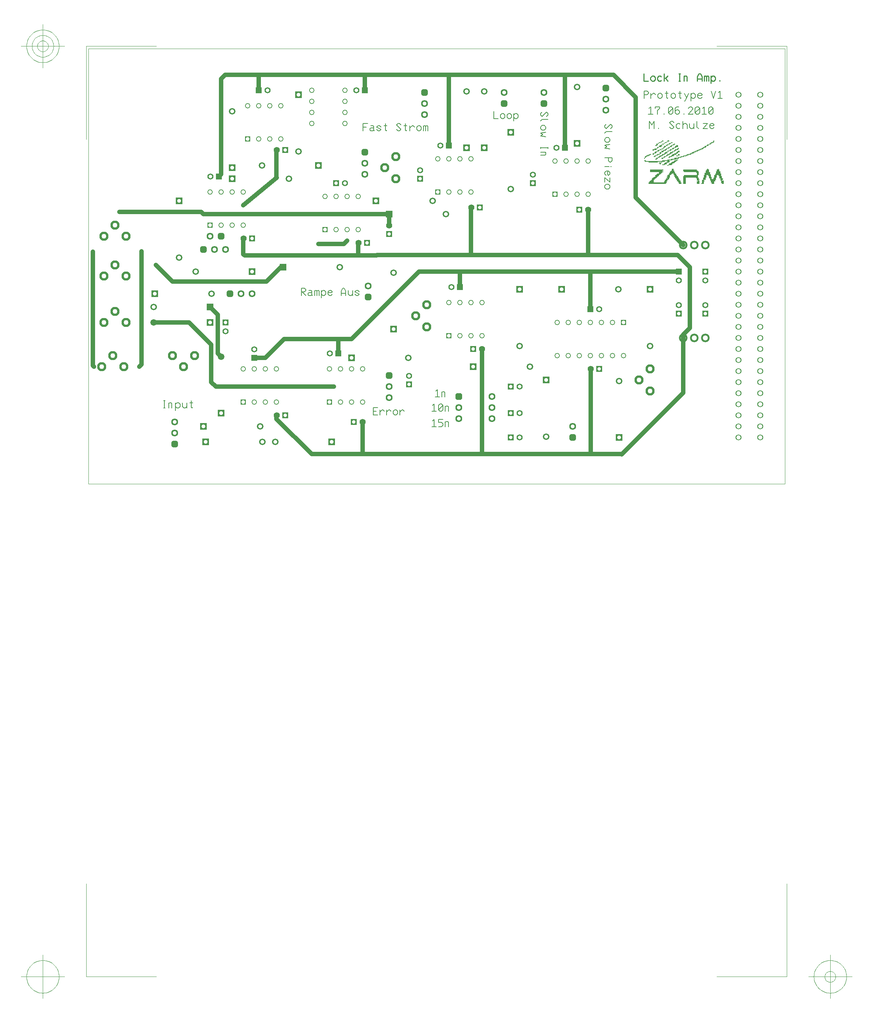
<source format=gbr>
G04 Generated by Ultiboard 10.0 *
%FSLAX25Y25*%
%MOIN*%

%ADD14C,0.04000*%
%ADD44C,0.00630*%
%ADD43C,0.01050*%
%ADD23C,0.00004*%
%ADD22C,0.00394*%
%ADD28C,0.03937X0.02362*%
%ADD35R,0.05512X0.05512X0.03150*%
%ADD34C,0.05512X0.03150*%
%ADD36C,0.05906X0.03543*%
%ADD37R,0.05906X0.05906X0.03543*%
%ADD31C,0.08334X0.04333*%
%ADD32R,0.04900X0.04900X0.03500*%
%ADD33C,0.04900X0.03500*%
%ADD38R,0.02083X0.02083X0.03917*%
%ADD18C,0.03917*%
%ADD29C,0.06334X0.03500*%
%ADD45R,0.02667X0.02667X0.03333*%
%ADD46C,0.03333*%
%ADD41C,0.05337X0.03937*%
%ADD40C,0.07834X0.04667*%


G04 ColorRGB 00FF00 for the following layer *
%LNCopper Top*%
%LPD*%
%FSLAX25Y25*%
%MOIN*%
G54D14*
X534000Y192000D02*
X299000Y192000D01*
X538000Y82400D02*
X482300Y26700D01*
X260950Y206950D02*
X533050Y206950D01*
X495100Y258900D02*
X538000Y216000D01*
X249000Y27000D02*
X248000Y28000D01*
X248000Y28000D02*
X248000Y55937D01*
X299000Y192000D02*
X237950Y130950D01*
X249000Y27000D02*
X482000Y27000D01*
X202000Y27000D02*
X249000Y27000D01*
X250000Y368000D02*
X250000Y356000D01*
X260700Y206700D02*
X141172Y206700D01*
X104000Y244000D02*
X272000Y244000D01*
X123622Y369900D02*
X474950Y369900D01*
X170126Y277126D02*
X140000Y252000D01*
X115222Y88000D02*
X222000Y88000D01*
X76000Y183000D02*
X161000Y183000D01*
X4000Y107000D02*
X4000Y210000D01*
X48000Y108000D02*
X48000Y210500D01*
X91000Y146000D02*
X111000Y126000D01*
X111000Y126000D02*
X111000Y92222D01*
X117000Y118181D02*
X117000Y153000D01*
X5000Y106000D02*
X4000Y107000D01*
X46000Y106000D02*
X48000Y108000D01*
X111000Y92222D02*
X115222Y88000D01*
X120000Y115181D02*
X117000Y118181D01*
X91000Y146000D02*
X58819Y146000D01*
X102000Y246000D02*
X28000Y246000D01*
X61000Y198000D02*
X76000Y183000D01*
X117000Y153000D02*
X110000Y160000D01*
X102000Y246000D02*
X104000Y244000D01*
X176950Y130950D02*
X160000Y114000D01*
X226000Y130975D02*
X226000Y118000D01*
X201831Y27000D02*
X170000Y58831D01*
X170000Y58831D02*
X170000Y61937D01*
X160000Y114000D02*
X150000Y114000D01*
X176950Y130950D02*
X237950Y130950D01*
X161000Y183000D02*
X174000Y196000D01*
X140000Y221937D02*
X140000Y207872D01*
X141172Y206700D02*
X140000Y207872D01*
X174000Y196000D02*
X176500Y196000D01*
X231000Y217000D02*
X208000Y217000D01*
X244000Y217874D02*
X244000Y207000D01*
X234000Y220000D02*
X231000Y217000D01*
X123622Y369900D02*
X120000Y366278D01*
X120000Y280000D02*
X120000Y366278D01*
X118000Y278000D02*
X120000Y280000D01*
X170000Y277252D02*
X170000Y301937D01*
X154000Y369000D02*
X154000Y356000D01*
X346000Y207000D02*
X346000Y250063D01*
X452000Y207000D02*
X452000Y248063D01*
X356000Y121874D02*
X356000Y28000D01*
X260700Y206700D02*
X260950Y206950D01*
X272000Y234000D02*
X272000Y244000D01*
X336000Y192000D02*
X336000Y178000D01*
X454150Y103913D02*
X454150Y29650D01*
X482300Y26700D02*
X482000Y27000D01*
X454000Y104063D02*
X454150Y103913D01*
X454000Y158000D02*
X454000Y192150D01*
X326000Y369950D02*
X326000Y306000D01*
X431000Y304087D02*
X431000Y369950D01*
X495100Y349750D02*
X495100Y258900D01*
X495100Y349750D02*
X474950Y369900D01*
X538000Y82400D02*
X538000Y135000D01*
X544000Y141000D02*
X544000Y196000D01*
X538000Y135000D02*
X544000Y141000D01*
X544000Y196000D02*
X533050Y206950D01*
G54D44*
X502719Y348576D02*
X502719Y355325D01*
X502719Y355325D02*
X505407Y355325D01*
X505407Y355325D02*
X506751Y353975D01*
X506751Y353975D02*
X506751Y353300D01*
X506751Y353300D02*
X505407Y351951D01*
X505407Y351951D02*
X502719Y351951D01*
X508766Y351276D02*
X510782Y353300D01*
X510782Y353300D02*
X511454Y353300D01*
X511454Y353300D02*
X512798Y351951D01*
X508766Y348576D02*
X508766Y353300D01*
X514814Y349926D02*
X516157Y348576D01*
X516157Y348576D02*
X517501Y348576D01*
X517501Y348576D02*
X518845Y349926D01*
X518845Y349926D02*
X518845Y351951D01*
X518845Y351951D02*
X517501Y353300D01*
X517501Y353300D02*
X516157Y353300D01*
X516157Y353300D02*
X514814Y351951D01*
X514814Y351951D02*
X514814Y349926D01*
X524220Y349251D02*
X523549Y348576D01*
X523549Y348576D02*
X522877Y349251D01*
X522877Y349251D02*
X522877Y355325D01*
X521533Y353300D02*
X524220Y353300D01*
X526908Y349926D02*
X528252Y348576D01*
X528252Y348576D02*
X529596Y348576D01*
X529596Y348576D02*
X530940Y349926D01*
X530940Y349926D02*
X530940Y351951D01*
X530940Y351951D02*
X529596Y353300D01*
X529596Y353300D02*
X528252Y353300D01*
X528252Y353300D02*
X526908Y351951D01*
X526908Y351951D02*
X526908Y349926D01*
X536315Y349251D02*
X535643Y348576D01*
X535643Y348576D02*
X534971Y349251D01*
X534971Y349251D02*
X534971Y355325D01*
X533627Y353300D02*
X536315Y353300D01*
X539003Y346551D02*
X539675Y346551D01*
X539675Y346551D02*
X543034Y353300D01*
X539003Y353300D02*
X541018Y349251D01*
X545050Y349926D02*
X546394Y348576D01*
X546394Y348576D02*
X547738Y348576D01*
X547738Y348576D02*
X549081Y349926D01*
X549081Y349926D02*
X549081Y351951D01*
X549081Y351951D02*
X547738Y353300D01*
X547738Y353300D02*
X546394Y353300D01*
X546394Y353300D02*
X545050Y351951D01*
X545050Y346551D02*
X545050Y353300D01*
X555129Y349926D02*
X553785Y348576D01*
X553785Y348576D02*
X552441Y348576D01*
X552441Y348576D02*
X551097Y349926D01*
X551097Y349926D02*
X551097Y351951D01*
X551097Y351951D02*
X552441Y353300D01*
X552441Y353300D02*
X553785Y353300D01*
X553785Y353300D02*
X555129Y351951D01*
X555129Y351951D02*
X554457Y351276D01*
X554457Y351276D02*
X551097Y351276D01*
X563192Y355325D02*
X565207Y348576D01*
X565207Y348576D02*
X567223Y355325D01*
X569911Y353975D02*
X571255Y355325D01*
X571255Y355325D02*
X571255Y348576D01*
X569239Y348576D02*
X573270Y348576D01*
X507108Y339700D02*
X508451Y341049D01*
X508451Y341049D02*
X508451Y334300D01*
X506436Y334300D02*
X510467Y334300D01*
X514499Y334300D02*
X514499Y337675D01*
X514499Y337675D02*
X516514Y339700D01*
X516514Y339700D02*
X516514Y341049D01*
X516514Y341049D02*
X512483Y341049D01*
X512483Y341049D02*
X512483Y339700D01*
X520546Y334300D02*
X520546Y334975D01*
X524577Y339700D02*
X525921Y341049D01*
X525921Y341049D02*
X527265Y341049D01*
X527265Y341049D02*
X528609Y339700D01*
X528609Y339700D02*
X528609Y335650D01*
X528609Y335650D02*
X527265Y334300D01*
X527265Y334300D02*
X525921Y334300D01*
X525921Y334300D02*
X524577Y335650D01*
X524577Y335650D02*
X524577Y339700D01*
X528609Y339700D02*
X524577Y335650D01*
X533984Y341049D02*
X531969Y341049D01*
X531969Y341049D02*
X530625Y339700D01*
X530625Y339700D02*
X530625Y337000D01*
X530625Y337000D02*
X530625Y335650D01*
X530625Y335650D02*
X531969Y334300D01*
X531969Y334300D02*
X533312Y334300D01*
X533312Y334300D02*
X534656Y335650D01*
X534656Y335650D02*
X534656Y337000D01*
X534656Y337000D02*
X533312Y338350D01*
X533312Y338350D02*
X531969Y338350D01*
X531969Y338350D02*
X530625Y337000D01*
X538688Y334300D02*
X538688Y334975D01*
X542719Y339700D02*
X544063Y341049D01*
X544063Y341049D02*
X545407Y341049D01*
X545407Y341049D02*
X546751Y339700D01*
X546751Y339700D02*
X546751Y339025D01*
X546751Y339025D02*
X542719Y334300D01*
X542719Y334300D02*
X546751Y334300D01*
X546751Y334300D02*
X546751Y334975D01*
X548766Y339700D02*
X550110Y341049D01*
X550110Y341049D02*
X551454Y341049D01*
X551454Y341049D02*
X552798Y339700D01*
X552798Y339700D02*
X552798Y335650D01*
X552798Y335650D02*
X551454Y334300D01*
X551454Y334300D02*
X550110Y334300D01*
X550110Y334300D02*
X548766Y335650D01*
X548766Y335650D02*
X548766Y339700D01*
X552798Y339700D02*
X548766Y335650D01*
X555486Y339700D02*
X556829Y341049D01*
X556829Y341049D02*
X556829Y334300D01*
X554814Y334300D02*
X558845Y334300D01*
X560861Y339700D02*
X562205Y341049D01*
X562205Y341049D02*
X563549Y341049D01*
X563549Y341049D02*
X564892Y339700D01*
X564892Y339700D02*
X564892Y335650D01*
X564892Y335650D02*
X563549Y334300D01*
X563549Y334300D02*
X562205Y334300D01*
X562205Y334300D02*
X560861Y335650D01*
X560861Y335650D02*
X560861Y339700D01*
X564892Y339700D02*
X560861Y335650D01*
X248436Y319300D02*
X248436Y326049D01*
X248436Y326049D02*
X252467Y326049D01*
X248436Y322675D02*
X251123Y322675D01*
X255155Y324025D02*
X257171Y324025D01*
X257171Y324025D02*
X257843Y323350D01*
X257843Y323350D02*
X257843Y319975D01*
X257843Y319975D02*
X257171Y319300D01*
X257171Y319300D02*
X255155Y319300D01*
X255155Y319300D02*
X254483Y319975D01*
X254483Y319975D02*
X254483Y321325D01*
X254483Y321325D02*
X255155Y322000D01*
X255155Y322000D02*
X257843Y322000D01*
X257843Y319975D02*
X258514Y319300D01*
X260530Y320650D02*
X261874Y319300D01*
X261874Y319300D02*
X263218Y319300D01*
X263218Y319300D02*
X264562Y320650D01*
X264562Y320650D02*
X260530Y322675D01*
X260530Y322675D02*
X261874Y324025D01*
X261874Y324025D02*
X263218Y324025D01*
X263218Y324025D02*
X264562Y322675D01*
X269937Y319975D02*
X269265Y319300D01*
X269265Y319300D02*
X268593Y319975D01*
X268593Y319975D02*
X268593Y326049D01*
X267249Y324025D02*
X269937Y324025D01*
X278672Y320650D02*
X280016Y319300D01*
X280016Y319300D02*
X281360Y319300D01*
X281360Y319300D02*
X282703Y320650D01*
X282703Y320650D02*
X278672Y324700D01*
X278672Y324700D02*
X280016Y326049D01*
X280016Y326049D02*
X281360Y326049D01*
X281360Y326049D02*
X282703Y324700D01*
X288079Y319975D02*
X287407Y319300D01*
X287407Y319300D02*
X286735Y319975D01*
X286735Y319975D02*
X286735Y326049D01*
X285391Y324025D02*
X288079Y324025D01*
X290766Y322000D02*
X292782Y324025D01*
X292782Y324025D02*
X293454Y324025D01*
X293454Y324025D02*
X294798Y322675D01*
X290766Y319300D02*
X290766Y324025D01*
X296814Y320650D02*
X298157Y319300D01*
X298157Y319300D02*
X299501Y319300D01*
X299501Y319300D02*
X300845Y320650D01*
X300845Y320650D02*
X300845Y322675D01*
X300845Y322675D02*
X299501Y324025D01*
X299501Y324025D02*
X298157Y324025D01*
X298157Y324025D02*
X296814Y322675D01*
X296814Y322675D02*
X296814Y320650D01*
X302861Y319300D02*
X302861Y323350D01*
X302861Y323350D02*
X302861Y324025D01*
X302861Y323350D02*
X303533Y324025D01*
X303533Y324025D02*
X304205Y324025D01*
X304205Y324025D02*
X304877Y323350D01*
X304877Y323350D02*
X305549Y324025D01*
X305549Y324025D02*
X306220Y324025D01*
X306220Y324025D02*
X306892Y323350D01*
X306892Y323350D02*
X306892Y319300D01*
X304877Y323350D02*
X304877Y319300D01*
X68016Y68576D02*
X69360Y68576D01*
X68016Y75325D02*
X69360Y75325D01*
X68688Y68576D02*
X68688Y75325D01*
X72719Y68576D02*
X72719Y72625D01*
X72719Y72625D02*
X72719Y73300D01*
X72719Y72625D02*
X73391Y73300D01*
X73391Y73300D02*
X74735Y73300D01*
X74735Y73300D02*
X75407Y72625D01*
X75407Y72625D02*
X75407Y68576D01*
X78766Y69926D02*
X80110Y68576D01*
X80110Y68576D02*
X81454Y68576D01*
X81454Y68576D02*
X82798Y69926D01*
X82798Y69926D02*
X82798Y71951D01*
X82798Y71951D02*
X81454Y73300D01*
X81454Y73300D02*
X80110Y73300D01*
X80110Y73300D02*
X78766Y71951D01*
X78766Y66551D02*
X78766Y73300D01*
X84814Y73300D02*
X84814Y69926D01*
X84814Y69926D02*
X86157Y68576D01*
X86157Y68576D02*
X87501Y68576D01*
X87501Y68576D02*
X88845Y69926D01*
X88845Y69926D02*
X88845Y73300D01*
X88845Y69926D02*
X88845Y68576D01*
X94220Y69251D02*
X93549Y68576D01*
X93549Y68576D02*
X92877Y69251D01*
X92877Y69251D02*
X92877Y75325D01*
X91533Y73300D02*
X94220Y73300D01*
X192459Y170300D02*
X192459Y177049D01*
X192459Y177049D02*
X195147Y177049D01*
X195147Y177049D02*
X196491Y175700D01*
X196491Y175700D02*
X196491Y175025D01*
X196491Y175025D02*
X195147Y173675D01*
X195147Y173675D02*
X192459Y173675D01*
X193131Y173675D02*
X196491Y170300D01*
X199178Y175025D02*
X201194Y175025D01*
X201194Y175025D02*
X201866Y174350D01*
X201866Y174350D02*
X201866Y170975D01*
X201866Y170975D02*
X201194Y170300D01*
X201194Y170300D02*
X199178Y170300D01*
X199178Y170300D02*
X198507Y170975D01*
X198507Y170975D02*
X198507Y172325D01*
X198507Y172325D02*
X199178Y173000D01*
X199178Y173000D02*
X201866Y173000D01*
X201866Y170975D02*
X202538Y170300D01*
X204554Y170300D02*
X204554Y174350D01*
X204554Y174350D02*
X204554Y175025D01*
X204554Y174350D02*
X205226Y175025D01*
X205226Y175025D02*
X205898Y175025D01*
X205898Y175025D02*
X206570Y174350D01*
X206570Y174350D02*
X207241Y175025D01*
X207241Y175025D02*
X207913Y175025D01*
X207913Y175025D02*
X208585Y174350D01*
X208585Y174350D02*
X208585Y170300D01*
X206570Y174350D02*
X206570Y170300D01*
X210601Y171650D02*
X211945Y170300D01*
X211945Y170300D02*
X213289Y170300D01*
X213289Y170300D02*
X214633Y171650D01*
X214633Y171650D02*
X214633Y173675D01*
X214633Y173675D02*
X213289Y175025D01*
X213289Y175025D02*
X211945Y175025D01*
X211945Y175025D02*
X210601Y173675D01*
X210601Y168276D02*
X210601Y175025D01*
X220680Y171650D02*
X219336Y170300D01*
X219336Y170300D02*
X217992Y170300D01*
X217992Y170300D02*
X216648Y171650D01*
X216648Y171650D02*
X216648Y173675D01*
X216648Y173675D02*
X217992Y175025D01*
X217992Y175025D02*
X219336Y175025D01*
X219336Y175025D02*
X220680Y173675D01*
X220680Y173675D02*
X220008Y173000D01*
X220008Y173000D02*
X216648Y173000D01*
X228743Y170300D02*
X228743Y174350D01*
X228743Y174350D02*
X230087Y177049D01*
X230087Y177049D02*
X231430Y177049D01*
X231430Y177049D02*
X232774Y174350D01*
X232774Y174350D02*
X232774Y170300D01*
X228743Y172325D02*
X232774Y172325D01*
X234790Y175025D02*
X234790Y171650D01*
X234790Y171650D02*
X236134Y170300D01*
X236134Y170300D02*
X237478Y170300D01*
X237478Y170300D02*
X238822Y171650D01*
X238822Y171650D02*
X238822Y175025D01*
X238822Y171650D02*
X238822Y170300D01*
X240837Y171650D02*
X242181Y170300D01*
X242181Y170300D02*
X243525Y170300D01*
X243525Y170300D02*
X244869Y171650D01*
X244869Y171650D02*
X240837Y173675D01*
X240837Y173675D02*
X242181Y175025D01*
X242181Y175025D02*
X243525Y175025D01*
X243525Y175025D02*
X244869Y173675D01*
X314344Y83975D02*
X315688Y85325D01*
X315688Y85325D02*
X315688Y78576D01*
X313672Y78576D02*
X317703Y78576D01*
X319719Y78576D02*
X319719Y82625D01*
X319719Y82625D02*
X319719Y83300D01*
X319719Y82625D02*
X320391Y83300D01*
X320391Y83300D02*
X321735Y83300D01*
X321735Y83300D02*
X322407Y82625D01*
X322407Y82625D02*
X322407Y78576D01*
X311344Y70975D02*
X312688Y72325D01*
X312688Y72325D02*
X312688Y65576D01*
X310672Y65576D02*
X314703Y65576D01*
X316719Y70975D02*
X318063Y72325D01*
X318063Y72325D02*
X319407Y72325D01*
X319407Y72325D02*
X320751Y70975D01*
X320751Y70975D02*
X320751Y66926D01*
X320751Y66926D02*
X319407Y65576D01*
X319407Y65576D02*
X318063Y65576D01*
X318063Y65576D02*
X316719Y66926D01*
X316719Y66926D02*
X316719Y70975D01*
X320751Y70975D02*
X316719Y66926D01*
X322766Y65576D02*
X322766Y69625D01*
X322766Y69625D02*
X322766Y70300D01*
X322766Y69625D02*
X323438Y70300D01*
X323438Y70300D02*
X324782Y70300D01*
X324782Y70300D02*
X325454Y69625D01*
X325454Y69625D02*
X325454Y65576D01*
X311344Y56975D02*
X312688Y58325D01*
X312688Y58325D02*
X312688Y51576D01*
X310672Y51576D02*
X314703Y51576D01*
X320751Y58325D02*
X316719Y58325D01*
X316719Y58325D02*
X316719Y55625D01*
X316719Y55625D02*
X319407Y55625D01*
X319407Y55625D02*
X320751Y54276D01*
X320751Y54276D02*
X320751Y52926D01*
X320751Y52926D02*
X319407Y51576D01*
X319407Y51576D02*
X316719Y51576D01*
X322766Y51576D02*
X322766Y55625D01*
X322766Y55625D02*
X322766Y56300D01*
X322766Y55625D02*
X323438Y56300D01*
X323438Y56300D02*
X324782Y56300D01*
X324782Y56300D02*
X325454Y55625D01*
X325454Y55625D02*
X325454Y51576D01*
X261585Y62300D02*
X257554Y62300D01*
X257554Y62300D02*
X257554Y65675D01*
X257554Y65675D02*
X257554Y69049D01*
X257554Y69049D02*
X261585Y69049D01*
X257554Y65675D02*
X260241Y65675D01*
X263601Y65000D02*
X265617Y67025D01*
X265617Y67025D02*
X266289Y67025D01*
X266289Y67025D02*
X267633Y65675D01*
X263601Y62300D02*
X263601Y67025D01*
X269648Y65000D02*
X271664Y67025D01*
X271664Y67025D02*
X272336Y67025D01*
X272336Y67025D02*
X273680Y65675D01*
X269648Y62300D02*
X269648Y67025D01*
X275696Y63650D02*
X277039Y62300D01*
X277039Y62300D02*
X278383Y62300D01*
X278383Y62300D02*
X279727Y63650D01*
X279727Y63650D02*
X279727Y65675D01*
X279727Y65675D02*
X278383Y67025D01*
X278383Y67025D02*
X277039Y67025D01*
X277039Y67025D02*
X275696Y65675D01*
X275696Y65675D02*
X275696Y63650D01*
X281743Y65000D02*
X283759Y67025D01*
X283759Y67025D02*
X284430Y67025D01*
X284430Y67025D02*
X285774Y65675D01*
X281743Y62300D02*
X281743Y67025D01*
X366577Y337049D02*
X366577Y330300D01*
X366577Y330300D02*
X370609Y330300D01*
X372625Y331650D02*
X373969Y330300D01*
X373969Y330300D02*
X375312Y330300D01*
X375312Y330300D02*
X376656Y331650D01*
X376656Y331650D02*
X376656Y333675D01*
X376656Y333675D02*
X375312Y335025D01*
X375312Y335025D02*
X373969Y335025D01*
X373969Y335025D02*
X372625Y333675D01*
X372625Y333675D02*
X372625Y331650D01*
X378672Y331650D02*
X380016Y330300D01*
X380016Y330300D02*
X381360Y330300D01*
X381360Y330300D02*
X382703Y331650D01*
X382703Y331650D02*
X382703Y333675D01*
X382703Y333675D02*
X381360Y335025D01*
X381360Y335025D02*
X380016Y335025D01*
X380016Y335025D02*
X378672Y333675D01*
X378672Y333675D02*
X378672Y331650D01*
X384719Y331650D02*
X386063Y330300D01*
X386063Y330300D02*
X387407Y330300D01*
X387407Y330300D02*
X388751Y331650D01*
X388751Y331650D02*
X388751Y333675D01*
X388751Y333675D02*
X387407Y335025D01*
X387407Y335025D02*
X386063Y335025D01*
X386063Y335025D02*
X384719Y333675D01*
X384719Y328276D02*
X384719Y335025D01*
X410375Y336328D02*
X409025Y334984D01*
X409025Y334984D02*
X409025Y333640D01*
X409025Y333640D02*
X410375Y332297D01*
X410375Y332297D02*
X414424Y336328D01*
X414424Y336328D02*
X415774Y334984D01*
X415774Y334984D02*
X415774Y333640D01*
X415774Y333640D02*
X414424Y332297D01*
X415774Y329609D02*
X410375Y329609D01*
X410375Y329609D02*
X409025Y328265D01*
X410375Y324234D02*
X409025Y322890D01*
X409025Y322890D02*
X409025Y321546D01*
X409025Y321546D02*
X410375Y320202D01*
X410375Y320202D02*
X412399Y320202D01*
X412399Y320202D02*
X413749Y321546D01*
X413749Y321546D02*
X413749Y322890D01*
X413749Y322890D02*
X412399Y324234D01*
X412399Y324234D02*
X410375Y324234D01*
X413749Y318186D02*
X409025Y317514D01*
X409025Y317514D02*
X411049Y316171D01*
X411049Y316171D02*
X409025Y314827D01*
X409025Y314827D02*
X413749Y314155D01*
X409025Y304748D02*
X409025Y303404D01*
X415774Y304748D02*
X415774Y303404D01*
X409025Y304076D02*
X415774Y304076D01*
X409025Y300045D02*
X413074Y300045D01*
X413074Y300045D02*
X413749Y300045D01*
X413074Y300045D02*
X413749Y299373D01*
X413749Y299373D02*
X413749Y298029D01*
X413749Y298029D02*
X413074Y297357D01*
X413074Y297357D02*
X409025Y297357D01*
X468375Y325328D02*
X467025Y323984D01*
X467025Y323984D02*
X467025Y322640D01*
X467025Y322640D02*
X468375Y321297D01*
X468375Y321297D02*
X472424Y325328D01*
X472424Y325328D02*
X473774Y323984D01*
X473774Y323984D02*
X473774Y322640D01*
X473774Y322640D02*
X472424Y321297D01*
X473774Y318609D02*
X468375Y318609D01*
X468375Y318609D02*
X467025Y317265D01*
X468375Y313234D02*
X467025Y311890D01*
X467025Y311890D02*
X467025Y310546D01*
X467025Y310546D02*
X468375Y309202D01*
X468375Y309202D02*
X470399Y309202D01*
X470399Y309202D02*
X471749Y310546D01*
X471749Y310546D02*
X471749Y311890D01*
X471749Y311890D02*
X470399Y313234D01*
X470399Y313234D02*
X468375Y313234D01*
X471749Y307186D02*
X467025Y306514D01*
X467025Y306514D02*
X469049Y305171D01*
X469049Y305171D02*
X467025Y303827D01*
X467025Y303827D02*
X471749Y303155D01*
X467025Y295092D02*
X473774Y295092D01*
X473774Y295092D02*
X473774Y292404D01*
X473774Y292404D02*
X472424Y291060D01*
X472424Y291060D02*
X471749Y291060D01*
X471749Y291060D02*
X470399Y292404D01*
X470399Y292404D02*
X470399Y295092D01*
X467025Y287029D02*
X471074Y287029D01*
X472424Y287029D02*
X473099Y287029D01*
X468375Y278966D02*
X467025Y280310D01*
X467025Y280310D02*
X467025Y281654D01*
X467025Y281654D02*
X468375Y282997D01*
X468375Y282997D02*
X470399Y282997D01*
X470399Y282997D02*
X471749Y281654D01*
X471749Y281654D02*
X471749Y280310D01*
X471749Y280310D02*
X470399Y278966D01*
X470399Y278966D02*
X469724Y279638D01*
X469724Y279638D02*
X469724Y282997D01*
X471749Y276950D02*
X471749Y272919D01*
X471749Y272919D02*
X467025Y276950D01*
X467025Y276950D02*
X467025Y272919D01*
X468375Y270903D02*
X467025Y269559D01*
X467025Y269559D02*
X467025Y268215D01*
X467025Y268215D02*
X468375Y266871D01*
X468375Y266871D02*
X470399Y266871D01*
X470399Y266871D02*
X471749Y268215D01*
X471749Y268215D02*
X471749Y269559D01*
X471749Y269559D02*
X470399Y270903D01*
X470399Y270903D02*
X468375Y270903D01*
X507436Y321300D02*
X507436Y328049D01*
X507436Y328049D02*
X509451Y324675D01*
X509451Y324675D02*
X511467Y328049D01*
X511467Y328049D02*
X511467Y321300D01*
X515499Y321300D02*
X515499Y321975D01*
X525577Y322650D02*
X526921Y321300D01*
X526921Y321300D02*
X528265Y321300D01*
X528265Y321300D02*
X529609Y322650D01*
X529609Y322650D02*
X525577Y326700D01*
X525577Y326700D02*
X526921Y328049D01*
X526921Y328049D02*
X528265Y328049D01*
X528265Y328049D02*
X529609Y326700D01*
X534984Y321975D02*
X534312Y321300D01*
X534312Y321300D02*
X532969Y321300D01*
X532969Y321300D02*
X531625Y322650D01*
X531625Y322650D02*
X531625Y324675D01*
X531625Y324675D02*
X532969Y326025D01*
X532969Y326025D02*
X534312Y326025D01*
X534312Y326025D02*
X534984Y325350D01*
X537672Y324675D02*
X539016Y326025D01*
X539016Y326025D02*
X540360Y326025D01*
X540360Y326025D02*
X541703Y324675D01*
X541703Y324675D02*
X541703Y321300D01*
X537672Y328049D02*
X537672Y321300D01*
X543719Y326025D02*
X543719Y322650D01*
X543719Y322650D02*
X545063Y321300D01*
X545063Y321300D02*
X546407Y321300D01*
X546407Y321300D02*
X547751Y322650D01*
X547751Y322650D02*
X547751Y326025D01*
X547751Y322650D02*
X547751Y321300D01*
X550438Y328049D02*
X550438Y322650D01*
X550438Y322650D02*
X551782Y321300D01*
X555814Y326025D02*
X559845Y326025D01*
X559845Y326025D02*
X555814Y321300D01*
X555814Y321300D02*
X559845Y321300D01*
X565892Y322650D02*
X564549Y321300D01*
X564549Y321300D02*
X563205Y321300D01*
X563205Y321300D02*
X561861Y322650D01*
X561861Y322650D02*
X561861Y324675D01*
X561861Y324675D02*
X563205Y326025D01*
X563205Y326025D02*
X564549Y326025D01*
X564549Y326025D02*
X565892Y324675D01*
X565892Y324675D02*
X565220Y324000D01*
X565220Y324000D02*
X561861Y324000D01*
G54D43*
X502388Y371049D02*
X502388Y364300D01*
X502388Y364300D02*
X506420Y364300D01*
X508436Y365650D02*
X509780Y364300D01*
X509780Y364300D02*
X511123Y364300D01*
X511123Y364300D02*
X512467Y365650D01*
X512467Y365650D02*
X512467Y367675D01*
X512467Y367675D02*
X511123Y369025D01*
X511123Y369025D02*
X509780Y369025D01*
X509780Y369025D02*
X508436Y367675D01*
X508436Y367675D02*
X508436Y365650D01*
X517843Y364975D02*
X517171Y364300D01*
X517171Y364300D02*
X515827Y364300D01*
X515827Y364300D02*
X514483Y365650D01*
X514483Y365650D02*
X514483Y367675D01*
X514483Y367675D02*
X515827Y369025D01*
X515827Y369025D02*
X517171Y369025D01*
X517171Y369025D02*
X517843Y368350D01*
X520530Y367000D02*
X521874Y367000D01*
X521874Y367000D02*
X523890Y369025D01*
X521874Y367000D02*
X523890Y364300D01*
X520530Y364300D02*
X520530Y371049D01*
X533969Y364300D02*
X535312Y364300D01*
X533969Y371049D02*
X535312Y371049D01*
X534640Y364300D02*
X534640Y371049D01*
X538672Y364300D02*
X538672Y368350D01*
X538672Y368350D02*
X538672Y369025D01*
X538672Y368350D02*
X539344Y369025D01*
X539344Y369025D02*
X540688Y369025D01*
X540688Y369025D02*
X541360Y368350D01*
X541360Y368350D02*
X541360Y364300D01*
X550766Y364300D02*
X550766Y368350D01*
X550766Y368350D02*
X552110Y371049D01*
X552110Y371049D02*
X553454Y371049D01*
X553454Y371049D02*
X554798Y368350D01*
X554798Y368350D02*
X554798Y364300D01*
X550766Y366325D02*
X554798Y366325D01*
X556814Y364300D02*
X556814Y368350D01*
X556814Y368350D02*
X556814Y369025D01*
X556814Y368350D02*
X557486Y369025D01*
X557486Y369025D02*
X558157Y369025D01*
X558157Y369025D02*
X558829Y368350D01*
X558829Y368350D02*
X559501Y369025D01*
X559501Y369025D02*
X560173Y369025D01*
X560173Y369025D02*
X560845Y368350D01*
X560845Y368350D02*
X560845Y364300D01*
X558829Y368350D02*
X558829Y364300D01*
X562861Y365650D02*
X564205Y364300D01*
X564205Y364300D02*
X565549Y364300D01*
X565549Y364300D02*
X566892Y365650D01*
X566892Y365650D02*
X566892Y367675D01*
X566892Y367675D02*
X565549Y369025D01*
X565549Y369025D02*
X564205Y369025D01*
X564205Y369025D02*
X562861Y367675D01*
X562861Y362276D02*
X562861Y369025D01*
X570924Y364300D02*
X570924Y364975D01*
G54D23*
G36*
X519021Y309864D02*
X519804Y309864D01*
X519804Y310576D01*
X519021Y310576D01*
X519021Y309864D01*
G37*
G36*
X523722Y309864D02*
X524505Y309864D01*
X524505Y310576D01*
X523722Y310576D01*
X523722Y309864D01*
G37*
G36*
X524505Y309864D02*
X525289Y309864D01*
X525289Y310576D01*
X524505Y310576D01*
X524505Y309864D01*
G37*
G36*
X565247Y309864D02*
X566031Y309864D01*
X566031Y310576D01*
X565247Y310576D01*
X565247Y309864D01*
G37*
G36*
X517454Y309153D02*
X518237Y309153D01*
X518237Y309864D01*
X517454Y309864D01*
X517454Y309153D01*
G37*
G36*
X518237Y309153D02*
X519021Y309153D01*
X519021Y309864D01*
X518237Y309864D01*
X518237Y309153D01*
G37*
G36*
X522938Y309153D02*
X523722Y309153D01*
X523722Y309864D01*
X522938Y309864D01*
X522938Y309153D01*
G37*
G36*
X564464Y309153D02*
X565247Y309153D01*
X565247Y309864D01*
X564464Y309864D01*
X564464Y309153D01*
G37*
G36*
X565247Y309153D02*
X566031Y309153D01*
X566031Y309864D01*
X565247Y309864D01*
X565247Y309153D01*
G37*
G36*
X515887Y308441D02*
X516670Y308441D01*
X516670Y309153D01*
X515887Y309153D01*
X515887Y308441D01*
G37*
G36*
X516670Y308441D02*
X517454Y308441D01*
X517454Y309153D01*
X516670Y309153D01*
X516670Y308441D01*
G37*
G36*
X521371Y308441D02*
X522155Y308441D01*
X522155Y309153D01*
X521371Y309153D01*
X521371Y308441D01*
G37*
G36*
X522155Y308441D02*
X522938Y308441D01*
X522938Y309153D01*
X522155Y309153D01*
X522155Y308441D01*
G37*
G36*
X526856Y308441D02*
X527639Y308441D01*
X527639Y309153D01*
X526856Y309153D01*
X526856Y308441D01*
G37*
G36*
X527639Y308441D02*
X528423Y308441D01*
X528423Y309153D01*
X527639Y309153D01*
X527639Y308441D01*
G37*
G36*
X562897Y308441D02*
X563680Y308441D01*
X563680Y309153D01*
X562897Y309153D01*
X562897Y308441D01*
G37*
G36*
X563680Y308441D02*
X564464Y308441D01*
X564464Y309153D01*
X563680Y309153D01*
X563680Y308441D01*
G37*
G36*
X564464Y308441D02*
X565247Y308441D01*
X565247Y309153D01*
X564464Y309153D01*
X564464Y308441D01*
G37*
G36*
X515103Y307729D02*
X515887Y307729D01*
X515887Y308441D01*
X515103Y308441D01*
X515103Y307729D01*
G37*
G36*
X520588Y307729D02*
X521371Y307729D01*
X521371Y308441D01*
X520588Y308441D01*
X520588Y307729D01*
G37*
G36*
X525289Y307729D02*
X526072Y307729D01*
X526072Y308441D01*
X525289Y308441D01*
X525289Y307729D01*
G37*
G36*
X526072Y307729D02*
X526856Y307729D01*
X526856Y308441D01*
X526072Y308441D01*
X526072Y307729D01*
G37*
G36*
X562113Y307729D02*
X562897Y307729D01*
X562897Y308441D01*
X562113Y308441D01*
X562113Y307729D01*
G37*
G36*
X562897Y307729D02*
X563680Y307729D01*
X563680Y308441D01*
X562897Y308441D01*
X562897Y307729D01*
G37*
G36*
X513536Y307017D02*
X514320Y307017D01*
X514320Y307729D01*
X513536Y307729D01*
X513536Y307017D01*
G37*
G36*
X514320Y307017D02*
X515103Y307017D01*
X515103Y307729D01*
X514320Y307729D01*
X514320Y307017D01*
G37*
G36*
X519021Y307017D02*
X519804Y307017D01*
X519804Y307729D01*
X519021Y307729D01*
X519021Y307017D01*
G37*
G36*
X519804Y307017D02*
X520588Y307017D01*
X520588Y307729D01*
X519804Y307729D01*
X519804Y307017D01*
G37*
G36*
X524505Y307017D02*
X525289Y307017D01*
X525289Y307729D01*
X524505Y307729D01*
X524505Y307017D01*
G37*
G36*
X525289Y307017D02*
X526072Y307017D01*
X526072Y307729D01*
X525289Y307729D01*
X525289Y307017D01*
G37*
G36*
X529206Y307017D02*
X529990Y307017D01*
X529990Y307729D01*
X529206Y307729D01*
X529206Y307017D01*
G37*
G36*
X529990Y307017D02*
X530773Y307017D01*
X530773Y307729D01*
X529990Y307729D01*
X529990Y307017D01*
G37*
G36*
X561330Y307017D02*
X562113Y307017D01*
X562113Y307729D01*
X561330Y307729D01*
X561330Y307017D01*
G37*
G36*
X562113Y307017D02*
X562897Y307017D01*
X562897Y307729D01*
X562113Y307729D01*
X562113Y307017D01*
G37*
G36*
X513536Y306305D02*
X514320Y306305D01*
X514320Y307017D01*
X513536Y307017D01*
X513536Y306305D01*
G37*
G36*
X514320Y306305D02*
X515103Y306305D01*
X515103Y307017D01*
X514320Y307017D01*
X514320Y306305D01*
G37*
G36*
X518237Y306305D02*
X519021Y306305D01*
X519021Y307017D01*
X518237Y307017D01*
X518237Y306305D01*
G37*
G36*
X522938Y306305D02*
X523722Y306305D01*
X523722Y307017D01*
X522938Y307017D01*
X522938Y306305D01*
G37*
G36*
X523722Y306305D02*
X524505Y306305D01*
X524505Y307017D01*
X523722Y307017D01*
X523722Y306305D01*
G37*
G36*
X528423Y306305D02*
X529206Y306305D01*
X529206Y307017D01*
X528423Y307017D01*
X528423Y306305D01*
G37*
G36*
X529206Y306305D02*
X529990Y306305D01*
X529990Y307017D01*
X529206Y307017D01*
X529206Y306305D01*
G37*
G36*
X559763Y306305D02*
X560546Y306305D01*
X560546Y307017D01*
X559763Y307017D01*
X559763Y306305D01*
G37*
G36*
X560546Y306305D02*
X561330Y306305D01*
X561330Y307017D01*
X560546Y307017D01*
X560546Y306305D01*
G37*
G36*
X512753Y305593D02*
X513536Y305593D01*
X513536Y306305D01*
X512753Y306305D01*
X512753Y305593D01*
G37*
G36*
X513536Y305593D02*
X514320Y305593D01*
X514320Y306305D01*
X513536Y306305D01*
X513536Y305593D01*
G37*
G36*
X516670Y305593D02*
X517454Y305593D01*
X517454Y306305D01*
X516670Y306305D01*
X516670Y305593D01*
G37*
G36*
X517454Y305593D02*
X518237Y305593D01*
X518237Y306305D01*
X517454Y306305D01*
X517454Y305593D01*
G37*
G36*
X518237Y305593D02*
X519021Y305593D01*
X519021Y306305D01*
X518237Y306305D01*
X518237Y305593D01*
G37*
G36*
X522155Y305593D02*
X522938Y305593D01*
X522938Y306305D01*
X522155Y306305D01*
X522155Y305593D01*
G37*
G36*
X522938Y305593D02*
X523722Y305593D01*
X523722Y306305D01*
X522938Y306305D01*
X522938Y305593D01*
G37*
G36*
X526856Y305593D02*
X527639Y305593D01*
X527639Y306305D01*
X526856Y306305D01*
X526856Y305593D01*
G37*
G36*
X527639Y305593D02*
X528423Y305593D01*
X528423Y306305D01*
X527639Y306305D01*
X527639Y305593D01*
G37*
G36*
X531557Y305593D02*
X532340Y305593D01*
X532340Y306305D01*
X531557Y306305D01*
X531557Y305593D01*
G37*
G36*
X532340Y305593D02*
X533124Y305593D01*
X533124Y306305D01*
X532340Y306305D01*
X532340Y305593D01*
G37*
G36*
X558979Y305593D02*
X559763Y305593D01*
X559763Y306305D01*
X558979Y306305D01*
X558979Y305593D01*
G37*
G36*
X559763Y305593D02*
X560546Y305593D01*
X560546Y306305D01*
X559763Y306305D01*
X559763Y305593D01*
G37*
G36*
X515887Y304881D02*
X516670Y304881D01*
X516670Y305593D01*
X515887Y305593D01*
X515887Y304881D01*
G37*
G36*
X516670Y304881D02*
X517454Y304881D01*
X517454Y305593D01*
X516670Y305593D01*
X516670Y304881D01*
G37*
G36*
X517454Y304881D02*
X518237Y304881D01*
X518237Y305593D01*
X517454Y305593D01*
X517454Y304881D01*
G37*
G36*
X520588Y304881D02*
X521371Y304881D01*
X521371Y305593D01*
X520588Y305593D01*
X520588Y304881D01*
G37*
G36*
X521371Y304881D02*
X522155Y304881D01*
X522155Y305593D01*
X521371Y305593D01*
X521371Y304881D01*
G37*
G36*
X526072Y304881D02*
X526856Y304881D01*
X526856Y305593D01*
X526072Y305593D01*
X526072Y304881D01*
G37*
G36*
X526856Y304881D02*
X527639Y304881D01*
X527639Y305593D01*
X526856Y305593D01*
X526856Y304881D01*
G37*
G36*
X530773Y304881D02*
X531557Y304881D01*
X531557Y305593D01*
X530773Y305593D01*
X530773Y304881D01*
G37*
G36*
X531557Y304881D02*
X532340Y304881D01*
X532340Y305593D01*
X531557Y305593D01*
X531557Y304881D01*
G37*
G36*
X532340Y304881D02*
X533124Y304881D01*
X533124Y305593D01*
X532340Y305593D01*
X532340Y304881D01*
G37*
G36*
X557412Y304881D02*
X558196Y304881D01*
X558196Y305593D01*
X557412Y305593D01*
X557412Y304881D01*
G37*
G36*
X558196Y304881D02*
X558979Y304881D01*
X558979Y305593D01*
X558196Y305593D01*
X558196Y304881D01*
G37*
G36*
X514320Y304169D02*
X515103Y304169D01*
X515103Y304881D01*
X514320Y304881D01*
X514320Y304169D01*
G37*
G36*
X515103Y304169D02*
X515887Y304169D01*
X515887Y304881D01*
X515103Y304881D01*
X515103Y304169D01*
G37*
G36*
X519804Y304169D02*
X520588Y304169D01*
X520588Y304881D01*
X519804Y304881D01*
X519804Y304169D01*
G37*
G36*
X520588Y304169D02*
X521371Y304169D01*
X521371Y304881D01*
X520588Y304881D01*
X520588Y304169D01*
G37*
G36*
X524505Y304169D02*
X525289Y304169D01*
X525289Y304881D01*
X524505Y304881D01*
X524505Y304169D01*
G37*
G36*
X525289Y304169D02*
X526072Y304169D01*
X526072Y304881D01*
X525289Y304881D01*
X525289Y304169D01*
G37*
G36*
X529990Y304169D02*
X530773Y304169D01*
X530773Y304881D01*
X529990Y304881D01*
X529990Y304169D01*
G37*
G36*
X530773Y304169D02*
X531557Y304169D01*
X531557Y304881D01*
X530773Y304881D01*
X530773Y304169D01*
G37*
G36*
X555845Y304169D02*
X556629Y304169D01*
X556629Y304881D01*
X555845Y304881D01*
X555845Y304169D01*
G37*
G36*
X556629Y304169D02*
X557412Y304169D01*
X557412Y304881D01*
X556629Y304881D01*
X556629Y304169D01*
G37*
G36*
X557412Y304169D02*
X558196Y304169D01*
X558196Y304881D01*
X557412Y304881D01*
X557412Y304169D01*
G37*
G36*
X514320Y303458D02*
X515103Y303458D01*
X515103Y304169D01*
X514320Y304169D01*
X514320Y303458D01*
G37*
G36*
X519804Y303458D02*
X520588Y303458D01*
X520588Y304169D01*
X519804Y304169D01*
X519804Y303458D01*
G37*
G36*
X523722Y303458D02*
X524505Y303458D01*
X524505Y304169D01*
X523722Y304169D01*
X523722Y303458D01*
G37*
G36*
X524505Y303458D02*
X525289Y303458D01*
X525289Y304169D01*
X524505Y304169D01*
X524505Y303458D01*
G37*
G36*
X528423Y303458D02*
X529206Y303458D01*
X529206Y304169D01*
X528423Y304169D01*
X528423Y303458D01*
G37*
G36*
X529206Y303458D02*
X529990Y303458D01*
X529990Y304169D01*
X529206Y304169D01*
X529206Y303458D01*
G37*
G36*
X533124Y303458D02*
X533907Y303458D01*
X533907Y304169D01*
X533124Y304169D01*
X533124Y303458D01*
G37*
G36*
X555062Y303458D02*
X555845Y303458D01*
X555845Y304169D01*
X555062Y304169D01*
X555062Y303458D01*
G37*
G36*
X555845Y303458D02*
X556629Y303458D01*
X556629Y304169D01*
X555845Y304169D01*
X555845Y303458D01*
G37*
G36*
X511969Y302746D02*
X512753Y302746D01*
X512753Y303458D01*
X511969Y303458D01*
X511969Y302746D01*
G37*
G36*
X512753Y302746D02*
X513536Y302746D01*
X513536Y303458D01*
X512753Y303458D01*
X512753Y302746D01*
G37*
G36*
X513536Y302746D02*
X514320Y302746D01*
X514320Y303458D01*
X513536Y303458D01*
X513536Y302746D01*
G37*
G36*
X518237Y302746D02*
X519021Y302746D01*
X519021Y303458D01*
X518237Y303458D01*
X518237Y302746D01*
G37*
G36*
X519021Y302746D02*
X519804Y302746D01*
X519804Y303458D01*
X519021Y303458D01*
X519021Y302746D01*
G37*
G36*
X522155Y302746D02*
X522938Y302746D01*
X522938Y303458D01*
X522155Y303458D01*
X522155Y302746D01*
G37*
G36*
X522938Y302746D02*
X523722Y302746D01*
X523722Y303458D01*
X522938Y303458D01*
X522938Y302746D01*
G37*
G36*
X527639Y302746D02*
X528423Y302746D01*
X528423Y303458D01*
X527639Y303458D01*
X527639Y302746D01*
G37*
G36*
X528423Y302746D02*
X529206Y302746D01*
X529206Y303458D01*
X528423Y303458D01*
X528423Y302746D01*
G37*
G36*
X532340Y302746D02*
X533124Y302746D01*
X533124Y303458D01*
X532340Y303458D01*
X532340Y302746D01*
G37*
G36*
X533124Y302746D02*
X533907Y302746D01*
X533907Y303458D01*
X533124Y303458D01*
X533124Y302746D01*
G37*
G36*
X553495Y302746D02*
X554278Y302746D01*
X554278Y303458D01*
X553495Y303458D01*
X553495Y302746D01*
G37*
G36*
X554278Y302746D02*
X555062Y302746D01*
X555062Y303458D01*
X554278Y303458D01*
X554278Y302746D01*
G37*
G36*
X555062Y302746D02*
X555845Y302746D01*
X555845Y303458D01*
X555062Y303458D01*
X555062Y302746D01*
G37*
G36*
X510402Y302034D02*
X511186Y302034D01*
X511186Y302746D01*
X510402Y302746D01*
X510402Y302034D01*
G37*
G36*
X511186Y302034D02*
X511969Y302034D01*
X511969Y302746D01*
X511186Y302746D01*
X511186Y302034D01*
G37*
G36*
X511969Y302034D02*
X512753Y302034D01*
X512753Y302746D01*
X511969Y302746D01*
X511969Y302034D01*
G37*
G36*
X512753Y302034D02*
X513536Y302034D01*
X513536Y302746D01*
X512753Y302746D01*
X512753Y302034D01*
G37*
G36*
X516670Y302034D02*
X517454Y302034D01*
X517454Y302746D01*
X516670Y302746D01*
X516670Y302034D01*
G37*
G36*
X517454Y302034D02*
X518237Y302034D01*
X518237Y302746D01*
X517454Y302746D01*
X517454Y302034D01*
G37*
G36*
X521371Y302034D02*
X522155Y302034D01*
X522155Y302746D01*
X521371Y302746D01*
X521371Y302034D01*
G37*
G36*
X522155Y302034D02*
X522938Y302034D01*
X522938Y302746D01*
X522155Y302746D01*
X522155Y302034D01*
G37*
G36*
X526072Y302034D02*
X526856Y302034D01*
X526856Y302746D01*
X526072Y302746D01*
X526072Y302034D01*
G37*
G36*
X526856Y302034D02*
X527639Y302034D01*
X527639Y302746D01*
X526856Y302746D01*
X526856Y302034D01*
G37*
G36*
X530773Y302034D02*
X531557Y302034D01*
X531557Y302746D01*
X530773Y302746D01*
X530773Y302034D01*
G37*
G36*
X531557Y302034D02*
X532340Y302034D01*
X532340Y302746D01*
X531557Y302746D01*
X531557Y302034D01*
G37*
G36*
X532340Y302034D02*
X533124Y302034D01*
X533124Y302746D01*
X532340Y302746D01*
X532340Y302034D01*
G37*
G36*
X551928Y302034D02*
X552711Y302034D01*
X552711Y302746D01*
X551928Y302746D01*
X551928Y302034D01*
G37*
G36*
X552711Y302034D02*
X553495Y302034D01*
X553495Y302746D01*
X552711Y302746D01*
X552711Y302034D01*
G37*
G36*
X553495Y302034D02*
X554278Y302034D01*
X554278Y302746D01*
X553495Y302746D01*
X553495Y302034D01*
G37*
G36*
X510402Y301322D02*
X511186Y301322D01*
X511186Y302034D01*
X510402Y302034D01*
X510402Y301322D01*
G37*
G36*
X515103Y301322D02*
X515887Y301322D01*
X515887Y302034D01*
X515103Y302034D01*
X515103Y301322D01*
G37*
G36*
X515887Y301322D02*
X516670Y301322D01*
X516670Y302034D01*
X515887Y302034D01*
X515887Y301322D01*
G37*
G36*
X519804Y301322D02*
X520588Y301322D01*
X520588Y302034D01*
X519804Y302034D01*
X519804Y301322D01*
G37*
G36*
X520588Y301322D02*
X521371Y301322D01*
X521371Y302034D01*
X520588Y302034D01*
X520588Y301322D01*
G37*
G36*
X521371Y301322D02*
X522155Y301322D01*
X522155Y302034D01*
X521371Y302034D01*
X521371Y301322D01*
G37*
G36*
X525289Y301322D02*
X526072Y301322D01*
X526072Y302034D01*
X525289Y302034D01*
X525289Y301322D01*
G37*
G36*
X526072Y301322D02*
X526856Y301322D01*
X526856Y302034D01*
X526072Y302034D01*
X526072Y301322D01*
G37*
G36*
X529990Y301322D02*
X530773Y301322D01*
X530773Y302034D01*
X529990Y302034D01*
X529990Y301322D01*
G37*
G36*
X530773Y301322D02*
X531557Y301322D01*
X531557Y302034D01*
X530773Y302034D01*
X530773Y301322D01*
G37*
G36*
X550361Y301322D02*
X551144Y301322D01*
X551144Y302034D01*
X550361Y302034D01*
X550361Y301322D01*
G37*
G36*
X551144Y301322D02*
X551928Y301322D01*
X551928Y302034D01*
X551144Y302034D01*
X551144Y301322D01*
G37*
G36*
X551928Y301322D02*
X552711Y301322D01*
X552711Y302034D01*
X551928Y302034D01*
X551928Y301322D01*
G37*
G36*
X514320Y300610D02*
X515103Y300610D01*
X515103Y301322D01*
X514320Y301322D01*
X514320Y300610D01*
G37*
G36*
X515103Y300610D02*
X515887Y300610D01*
X515887Y301322D01*
X515103Y301322D01*
X515103Y300610D01*
G37*
G36*
X518237Y300610D02*
X519021Y300610D01*
X519021Y301322D01*
X518237Y301322D01*
X518237Y300610D01*
G37*
G36*
X519021Y300610D02*
X519804Y300610D01*
X519804Y301322D01*
X519021Y301322D01*
X519021Y300610D01*
G37*
G36*
X519804Y300610D02*
X520588Y300610D01*
X520588Y301322D01*
X519804Y301322D01*
X519804Y300610D01*
G37*
G36*
X523722Y300610D02*
X524505Y300610D01*
X524505Y301322D01*
X523722Y301322D01*
X523722Y300610D01*
G37*
G36*
X524505Y300610D02*
X525289Y300610D01*
X525289Y301322D01*
X524505Y301322D01*
X524505Y300610D01*
G37*
G36*
X529206Y300610D02*
X529990Y300610D01*
X529990Y301322D01*
X529206Y301322D01*
X529206Y300610D01*
G37*
G36*
X529990Y300610D02*
X530773Y300610D01*
X530773Y301322D01*
X529990Y301322D01*
X529990Y300610D01*
G37*
G36*
X533124Y300610D02*
X533907Y300610D01*
X533907Y301322D01*
X533124Y301322D01*
X533124Y300610D01*
G37*
G36*
X533907Y300610D02*
X534691Y300610D01*
X534691Y301322D01*
X533907Y301322D01*
X533907Y300610D01*
G37*
G36*
X548794Y300610D02*
X549577Y300610D01*
X549577Y301322D01*
X548794Y301322D01*
X548794Y300610D01*
G37*
G36*
X549577Y300610D02*
X550361Y300610D01*
X550361Y301322D01*
X549577Y301322D01*
X549577Y300610D01*
G37*
G36*
X550361Y300610D02*
X551144Y300610D01*
X551144Y301322D01*
X550361Y301322D01*
X550361Y300610D01*
G37*
G36*
X512753Y299898D02*
X513536Y299898D01*
X513536Y300610D01*
X512753Y300610D01*
X512753Y299898D01*
G37*
G36*
X513536Y299898D02*
X514320Y299898D01*
X514320Y300610D01*
X513536Y300610D01*
X513536Y299898D01*
G37*
G36*
X518237Y299898D02*
X519021Y299898D01*
X519021Y300610D01*
X518237Y300610D01*
X518237Y299898D01*
G37*
G36*
X519021Y299898D02*
X519804Y299898D01*
X519804Y300610D01*
X519021Y300610D01*
X519021Y299898D01*
G37*
G36*
X522938Y299898D02*
X523722Y299898D01*
X523722Y300610D01*
X522938Y300610D01*
X522938Y299898D01*
G37*
G36*
X527639Y299898D02*
X528423Y299898D01*
X528423Y300610D01*
X527639Y300610D01*
X527639Y299898D01*
G37*
G36*
X528423Y299898D02*
X529206Y299898D01*
X529206Y300610D01*
X528423Y300610D01*
X528423Y299898D01*
G37*
G36*
X532340Y299898D02*
X533124Y299898D01*
X533124Y300610D01*
X532340Y300610D01*
X532340Y299898D01*
G37*
G36*
X533124Y299898D02*
X533907Y299898D01*
X533907Y300610D01*
X533124Y300610D01*
X533124Y299898D01*
G37*
G36*
X533907Y299898D02*
X534691Y299898D01*
X534691Y300610D01*
X533907Y300610D01*
X533907Y299898D01*
G37*
G36*
X547227Y299898D02*
X548010Y299898D01*
X548010Y300610D01*
X547227Y300610D01*
X547227Y299898D01*
G37*
G36*
X548010Y299898D02*
X548794Y299898D01*
X548794Y300610D01*
X548010Y300610D01*
X548010Y299898D01*
G37*
G36*
X548794Y299898D02*
X549577Y299898D01*
X549577Y300610D01*
X548794Y300610D01*
X548794Y299898D01*
G37*
G36*
X511969Y299186D02*
X512753Y299186D01*
X512753Y299898D01*
X511969Y299898D01*
X511969Y299186D01*
G37*
G36*
X512753Y299186D02*
X513536Y299186D01*
X513536Y299898D01*
X512753Y299898D01*
X512753Y299186D01*
G37*
G36*
X516670Y299186D02*
X517454Y299186D01*
X517454Y299898D01*
X516670Y299898D01*
X516670Y299186D01*
G37*
G36*
X517454Y299186D02*
X518237Y299186D01*
X518237Y299898D01*
X517454Y299898D01*
X517454Y299186D01*
G37*
G36*
X521371Y299186D02*
X522155Y299186D01*
X522155Y299898D01*
X521371Y299898D01*
X521371Y299186D01*
G37*
G36*
X522155Y299186D02*
X522938Y299186D01*
X522938Y299898D01*
X522155Y299898D01*
X522155Y299186D01*
G37*
G36*
X522938Y299186D02*
X523722Y299186D01*
X523722Y299898D01*
X522938Y299898D01*
X522938Y299186D01*
G37*
G36*
X526072Y299186D02*
X526856Y299186D01*
X526856Y299898D01*
X526072Y299898D01*
X526072Y299186D01*
G37*
G36*
X526856Y299186D02*
X527639Y299186D01*
X527639Y299898D01*
X526856Y299898D01*
X526856Y299186D01*
G37*
G36*
X527639Y299186D02*
X528423Y299186D01*
X528423Y299898D01*
X527639Y299898D01*
X527639Y299186D01*
G37*
G36*
X531557Y299186D02*
X532340Y299186D01*
X532340Y299898D01*
X531557Y299898D01*
X531557Y299186D01*
G37*
G36*
X532340Y299186D02*
X533124Y299186D01*
X533124Y299898D01*
X532340Y299898D01*
X532340Y299186D01*
G37*
G36*
X545660Y299186D02*
X546443Y299186D01*
X546443Y299898D01*
X545660Y299898D01*
X545660Y299186D01*
G37*
G36*
X546443Y299186D02*
X547227Y299186D01*
X547227Y299898D01*
X546443Y299898D01*
X546443Y299186D01*
G37*
G36*
X547227Y299186D02*
X548010Y299186D01*
X548010Y299898D01*
X547227Y299898D01*
X547227Y299186D01*
G37*
G36*
X510402Y298475D02*
X511186Y298475D01*
X511186Y299186D01*
X510402Y299186D01*
X510402Y298475D01*
G37*
G36*
X511186Y298475D02*
X511969Y298475D01*
X511969Y299186D01*
X511186Y299186D01*
X511186Y298475D01*
G37*
G36*
X516670Y298475D02*
X517454Y298475D01*
X517454Y299186D01*
X516670Y299186D01*
X516670Y298475D01*
G37*
G36*
X520588Y298475D02*
X521371Y298475D01*
X521371Y299186D01*
X520588Y299186D01*
X520588Y298475D01*
G37*
G36*
X521371Y298475D02*
X522155Y298475D01*
X522155Y299186D01*
X521371Y299186D01*
X521371Y298475D01*
G37*
G36*
X525289Y298475D02*
X526072Y298475D01*
X526072Y299186D01*
X525289Y299186D01*
X525289Y298475D01*
G37*
G36*
X526072Y298475D02*
X526856Y298475D01*
X526856Y299186D01*
X526072Y299186D01*
X526072Y298475D01*
G37*
G36*
X529990Y298475D02*
X530773Y298475D01*
X530773Y299186D01*
X529990Y299186D01*
X529990Y298475D01*
G37*
G36*
X530773Y298475D02*
X531557Y298475D01*
X531557Y299186D01*
X530773Y299186D01*
X530773Y298475D01*
G37*
G36*
X531557Y298475D02*
X532340Y298475D01*
X532340Y299186D01*
X531557Y299186D01*
X531557Y298475D01*
G37*
G36*
X544093Y298475D02*
X544876Y298475D01*
X544876Y299186D01*
X544093Y299186D01*
X544093Y298475D01*
G37*
G36*
X544876Y298475D02*
X545660Y298475D01*
X545660Y299186D01*
X544876Y299186D01*
X544876Y298475D01*
G37*
G36*
X545660Y298475D02*
X546443Y298475D01*
X546443Y299186D01*
X545660Y299186D01*
X545660Y298475D01*
G37*
G36*
X507268Y297763D02*
X508052Y297763D01*
X508052Y298475D01*
X507268Y298475D01*
X507268Y297763D01*
G37*
G36*
X508052Y297763D02*
X508835Y297763D01*
X508835Y298475D01*
X508052Y298475D01*
X508052Y297763D01*
G37*
G36*
X510402Y297763D02*
X511186Y297763D01*
X511186Y298475D01*
X510402Y298475D01*
X510402Y297763D01*
G37*
G36*
X514320Y297763D02*
X515103Y297763D01*
X515103Y298475D01*
X514320Y298475D01*
X514320Y297763D01*
G37*
G36*
X515103Y297763D02*
X515887Y297763D01*
X515887Y298475D01*
X515103Y298475D01*
X515103Y297763D01*
G37*
G36*
X515887Y297763D02*
X516670Y297763D01*
X516670Y298475D01*
X515887Y298475D01*
X515887Y297763D01*
G37*
G36*
X519021Y297763D02*
X519804Y297763D01*
X519804Y298475D01*
X519021Y298475D01*
X519021Y297763D01*
G37*
G36*
X519804Y297763D02*
X520588Y297763D01*
X520588Y298475D01*
X519804Y298475D01*
X519804Y297763D01*
G37*
G36*
X520588Y297763D02*
X521371Y297763D01*
X521371Y298475D01*
X520588Y298475D01*
X520588Y297763D01*
G37*
G36*
X523722Y297763D02*
X524505Y297763D01*
X524505Y298475D01*
X523722Y298475D01*
X523722Y297763D01*
G37*
G36*
X524505Y297763D02*
X525289Y297763D01*
X525289Y298475D01*
X524505Y298475D01*
X524505Y297763D01*
G37*
G36*
X525289Y297763D02*
X526072Y297763D01*
X526072Y298475D01*
X525289Y298475D01*
X525289Y297763D01*
G37*
G36*
X528423Y297763D02*
X529206Y297763D01*
X529206Y298475D01*
X528423Y298475D01*
X528423Y297763D01*
G37*
G36*
X529206Y297763D02*
X529990Y297763D01*
X529990Y298475D01*
X529206Y298475D01*
X529206Y297763D01*
G37*
G36*
X529990Y297763D02*
X530773Y297763D01*
X530773Y298475D01*
X529990Y298475D01*
X529990Y297763D01*
G37*
G36*
X530773Y297763D02*
X531557Y297763D01*
X531557Y298475D01*
X530773Y298475D01*
X530773Y297763D01*
G37*
G36*
X533124Y297763D02*
X533907Y297763D01*
X533907Y298475D01*
X533124Y298475D01*
X533124Y297763D01*
G37*
G36*
X533907Y297763D02*
X534691Y297763D01*
X534691Y298475D01*
X533907Y298475D01*
X533907Y297763D01*
G37*
G36*
X541742Y297763D02*
X542526Y297763D01*
X542526Y298475D01*
X541742Y298475D01*
X541742Y297763D01*
G37*
G36*
X542526Y297763D02*
X543309Y297763D01*
X543309Y298475D01*
X542526Y298475D01*
X542526Y297763D01*
G37*
G36*
X543309Y297763D02*
X544093Y297763D01*
X544093Y298475D01*
X543309Y298475D01*
X543309Y297763D01*
G37*
G36*
X544093Y297763D02*
X544876Y297763D01*
X544876Y298475D01*
X544093Y298475D01*
X544093Y297763D01*
G37*
G36*
X505701Y297051D02*
X506485Y297051D01*
X506485Y297763D01*
X505701Y297763D01*
X505701Y297051D01*
G37*
G36*
X506485Y297051D02*
X507268Y297051D01*
X507268Y297763D01*
X506485Y297763D01*
X506485Y297051D01*
G37*
G36*
X507268Y297051D02*
X508052Y297051D01*
X508052Y297763D01*
X507268Y297763D01*
X507268Y297051D01*
G37*
G36*
X513536Y297051D02*
X514320Y297051D01*
X514320Y297763D01*
X513536Y297763D01*
X513536Y297051D01*
G37*
G36*
X514320Y297051D02*
X515103Y297051D01*
X515103Y297763D01*
X514320Y297763D01*
X514320Y297051D01*
G37*
G36*
X518237Y297051D02*
X519021Y297051D01*
X519021Y297763D01*
X518237Y297763D01*
X518237Y297051D01*
G37*
G36*
X519021Y297051D02*
X519804Y297051D01*
X519804Y297763D01*
X519021Y297763D01*
X519021Y297051D01*
G37*
G36*
X522938Y297051D02*
X523722Y297051D01*
X523722Y297763D01*
X522938Y297763D01*
X522938Y297051D01*
G37*
G36*
X523722Y297051D02*
X524505Y297051D01*
X524505Y297763D01*
X523722Y297763D01*
X523722Y297051D01*
G37*
G36*
X527639Y297051D02*
X528423Y297051D01*
X528423Y297763D01*
X527639Y297763D01*
X527639Y297051D01*
G37*
G36*
X528423Y297051D02*
X529206Y297051D01*
X529206Y297763D01*
X528423Y297763D01*
X528423Y297051D01*
G37*
G36*
X529206Y297051D02*
X529990Y297051D01*
X529990Y297763D01*
X529206Y297763D01*
X529206Y297051D01*
G37*
G36*
X533124Y297051D02*
X533907Y297051D01*
X533907Y297763D01*
X533124Y297763D01*
X533124Y297051D01*
G37*
G36*
X533907Y297051D02*
X534691Y297051D01*
X534691Y297763D01*
X533907Y297763D01*
X533907Y297051D01*
G37*
G36*
X540175Y297051D02*
X540959Y297051D01*
X540959Y297763D01*
X540175Y297763D01*
X540175Y297051D01*
G37*
G36*
X540959Y297051D02*
X541742Y297051D01*
X541742Y297763D01*
X540959Y297763D01*
X540959Y297051D01*
G37*
G36*
X541742Y297051D02*
X542526Y297051D01*
X542526Y297763D01*
X541742Y297763D01*
X541742Y297051D01*
G37*
G36*
X504134Y296339D02*
X504918Y296339D01*
X504918Y297051D01*
X504134Y297051D01*
X504134Y296339D01*
G37*
G36*
X504918Y296339D02*
X505701Y296339D01*
X505701Y297051D01*
X504918Y297051D01*
X504918Y296339D01*
G37*
G36*
X505701Y296339D02*
X506485Y296339D01*
X506485Y297051D01*
X505701Y297051D01*
X505701Y296339D01*
G37*
G36*
X511969Y296339D02*
X512753Y296339D01*
X512753Y297051D01*
X511969Y297051D01*
X511969Y296339D01*
G37*
G36*
X512753Y296339D02*
X513536Y296339D01*
X513536Y297051D01*
X512753Y297051D01*
X512753Y296339D01*
G37*
G36*
X516670Y296339D02*
X517454Y296339D01*
X517454Y297051D01*
X516670Y297051D01*
X516670Y296339D01*
G37*
G36*
X517454Y296339D02*
X518237Y296339D01*
X518237Y297051D01*
X517454Y297051D01*
X517454Y296339D01*
G37*
G36*
X518237Y296339D02*
X519021Y296339D01*
X519021Y297051D01*
X518237Y297051D01*
X518237Y296339D01*
G37*
G36*
X522155Y296339D02*
X522938Y296339D01*
X522938Y297051D01*
X522155Y297051D01*
X522155Y296339D01*
G37*
G36*
X522938Y296339D02*
X523722Y296339D01*
X523722Y297051D01*
X522938Y297051D01*
X522938Y296339D01*
G37*
G36*
X526856Y296339D02*
X527639Y296339D01*
X527639Y297051D01*
X526856Y297051D01*
X526856Y296339D01*
G37*
G36*
X527639Y296339D02*
X528423Y296339D01*
X528423Y297051D01*
X527639Y297051D01*
X527639Y296339D01*
G37*
G36*
X528423Y296339D02*
X529206Y296339D01*
X529206Y297051D01*
X528423Y297051D01*
X528423Y296339D01*
G37*
G36*
X531557Y296339D02*
X532340Y296339D01*
X532340Y297051D01*
X531557Y297051D01*
X531557Y296339D01*
G37*
G36*
X532340Y296339D02*
X533124Y296339D01*
X533124Y297051D01*
X532340Y297051D01*
X532340Y296339D01*
G37*
G36*
X537825Y296339D02*
X538608Y296339D01*
X538608Y297051D01*
X537825Y297051D01*
X537825Y296339D01*
G37*
G36*
X538608Y296339D02*
X539392Y296339D01*
X539392Y297051D01*
X538608Y297051D01*
X538608Y296339D01*
G37*
G36*
X539392Y296339D02*
X540175Y296339D01*
X540175Y297051D01*
X539392Y297051D01*
X539392Y296339D01*
G37*
G36*
X540175Y296339D02*
X540959Y296339D01*
X540959Y297051D01*
X540175Y297051D01*
X540175Y296339D01*
G37*
G36*
X503351Y295627D02*
X504134Y295627D01*
X504134Y296339D01*
X503351Y296339D01*
X503351Y295627D01*
G37*
G36*
X504134Y295627D02*
X504918Y295627D01*
X504918Y296339D01*
X504134Y296339D01*
X504134Y295627D01*
G37*
G36*
X511186Y295627D02*
X511969Y295627D01*
X511969Y296339D01*
X511186Y296339D01*
X511186Y295627D01*
G37*
G36*
X511969Y295627D02*
X512753Y295627D01*
X512753Y296339D01*
X511969Y296339D01*
X511969Y295627D01*
G37*
G36*
X515887Y295627D02*
X516670Y295627D01*
X516670Y296339D01*
X515887Y296339D01*
X515887Y295627D01*
G37*
G36*
X516670Y295627D02*
X517454Y295627D01*
X517454Y296339D01*
X516670Y296339D01*
X516670Y295627D01*
G37*
G36*
X520588Y295627D02*
X521371Y295627D01*
X521371Y296339D01*
X520588Y296339D01*
X520588Y295627D01*
G37*
G36*
X521371Y295627D02*
X522155Y295627D01*
X522155Y296339D01*
X521371Y296339D01*
X521371Y295627D01*
G37*
G36*
X525289Y295627D02*
X526072Y295627D01*
X526072Y296339D01*
X525289Y296339D01*
X525289Y295627D01*
G37*
G36*
X526072Y295627D02*
X526856Y295627D01*
X526856Y296339D01*
X526072Y296339D01*
X526072Y295627D01*
G37*
G36*
X526856Y295627D02*
X527639Y295627D01*
X527639Y296339D01*
X526856Y296339D01*
X526856Y295627D01*
G37*
G36*
X535474Y295627D02*
X536258Y295627D01*
X536258Y296339D01*
X535474Y296339D01*
X535474Y295627D01*
G37*
G36*
X536258Y295627D02*
X537041Y295627D01*
X537041Y296339D01*
X536258Y296339D01*
X536258Y295627D01*
G37*
G36*
X537041Y295627D02*
X537825Y295627D01*
X537825Y296339D01*
X537041Y296339D01*
X537041Y295627D01*
G37*
G36*
X537825Y295627D02*
X538608Y295627D01*
X538608Y296339D01*
X537825Y296339D01*
X537825Y295627D01*
G37*
G36*
X503351Y294915D02*
X504134Y294915D01*
X504134Y295627D01*
X503351Y295627D01*
X503351Y294915D01*
G37*
G36*
X515103Y294915D02*
X515887Y294915D01*
X515887Y295627D01*
X515103Y295627D01*
X515103Y294915D01*
G37*
G36*
X515887Y294915D02*
X516670Y294915D01*
X516670Y295627D01*
X515887Y295627D01*
X515887Y294915D01*
G37*
G36*
X519804Y294915D02*
X520588Y294915D01*
X520588Y295627D01*
X519804Y295627D01*
X519804Y294915D01*
G37*
G36*
X520588Y294915D02*
X521371Y294915D01*
X521371Y295627D01*
X520588Y295627D01*
X520588Y294915D01*
G37*
G36*
X524505Y294915D02*
X525289Y294915D01*
X525289Y295627D01*
X524505Y295627D01*
X524505Y294915D01*
G37*
G36*
X525289Y294915D02*
X526072Y294915D01*
X526072Y295627D01*
X525289Y295627D01*
X525289Y294915D01*
G37*
G36*
X533124Y294915D02*
X533907Y294915D01*
X533907Y295627D01*
X533124Y295627D01*
X533124Y294915D01*
G37*
G36*
X533907Y294915D02*
X534691Y294915D01*
X534691Y295627D01*
X533907Y295627D01*
X533907Y294915D01*
G37*
G36*
X534691Y294915D02*
X535474Y294915D01*
X535474Y295627D01*
X534691Y295627D01*
X534691Y294915D01*
G37*
G36*
X535474Y294915D02*
X536258Y294915D01*
X536258Y295627D01*
X535474Y295627D01*
X535474Y294915D01*
G37*
G36*
X502567Y294203D02*
X503351Y294203D01*
X503351Y294915D01*
X502567Y294915D01*
X502567Y294203D01*
G37*
G36*
X513536Y294203D02*
X514320Y294203D01*
X514320Y294915D01*
X513536Y294915D01*
X513536Y294203D01*
G37*
G36*
X514320Y294203D02*
X515103Y294203D01*
X515103Y294915D01*
X514320Y294915D01*
X514320Y294203D01*
G37*
G36*
X518237Y294203D02*
X519021Y294203D01*
X519021Y294915D01*
X518237Y294915D01*
X518237Y294203D01*
G37*
G36*
X519021Y294203D02*
X519804Y294203D01*
X519804Y294915D01*
X519021Y294915D01*
X519021Y294203D01*
G37*
G36*
X529990Y294203D02*
X530773Y294203D01*
X530773Y294915D01*
X529990Y294915D01*
X529990Y294203D01*
G37*
G36*
X530773Y294203D02*
X531557Y294203D01*
X531557Y294915D01*
X530773Y294915D01*
X530773Y294203D01*
G37*
G36*
X531557Y294203D02*
X532340Y294203D01*
X532340Y294915D01*
X531557Y294915D01*
X531557Y294203D01*
G37*
G36*
X532340Y294203D02*
X533124Y294203D01*
X533124Y294915D01*
X532340Y294915D01*
X532340Y294203D01*
G37*
G36*
X533124Y294203D02*
X533907Y294203D01*
X533907Y294915D01*
X533124Y294915D01*
X533124Y294203D01*
G37*
G36*
X512753Y293492D02*
X513536Y293492D01*
X513536Y294203D01*
X512753Y294203D01*
X512753Y293492D01*
G37*
G36*
X513536Y293492D02*
X514320Y293492D01*
X514320Y294203D01*
X513536Y294203D01*
X513536Y293492D01*
G37*
G36*
X526856Y293492D02*
X527639Y293492D01*
X527639Y294203D01*
X526856Y294203D01*
X526856Y293492D01*
G37*
G36*
X527639Y293492D02*
X528423Y293492D01*
X528423Y294203D01*
X527639Y294203D01*
X527639Y293492D01*
G37*
G36*
X528423Y293492D02*
X529206Y293492D01*
X529206Y294203D01*
X528423Y294203D01*
X528423Y293492D01*
G37*
G36*
X529206Y293492D02*
X529990Y293492D01*
X529990Y294203D01*
X529206Y294203D01*
X529206Y293492D01*
G37*
G36*
X529990Y293492D02*
X530773Y293492D01*
X530773Y294203D01*
X529990Y294203D01*
X529990Y293492D01*
G37*
G36*
X530773Y293492D02*
X531557Y293492D01*
X531557Y294203D01*
X530773Y294203D01*
X530773Y293492D01*
G37*
G36*
X523722Y292780D02*
X524505Y292780D01*
X524505Y293492D01*
X523722Y293492D01*
X523722Y292780D01*
G37*
G36*
X524505Y292780D02*
X525289Y292780D01*
X525289Y293492D01*
X524505Y293492D01*
X524505Y292780D01*
G37*
G36*
X525289Y292780D02*
X526072Y292780D01*
X526072Y293492D01*
X525289Y293492D01*
X525289Y292780D01*
G37*
G36*
X526072Y292780D02*
X526856Y292780D01*
X526856Y293492D01*
X526072Y293492D01*
X526072Y292780D01*
G37*
G36*
X526856Y292780D02*
X527639Y292780D01*
X527639Y293492D01*
X526856Y293492D01*
X526856Y292780D01*
G37*
G36*
X527639Y292780D02*
X528423Y292780D01*
X528423Y293492D01*
X527639Y293492D01*
X527639Y292780D01*
G37*
G36*
X531557Y292780D02*
X532340Y292780D01*
X532340Y293492D01*
X531557Y293492D01*
X531557Y292780D01*
G37*
G36*
X532340Y292780D02*
X533124Y292780D01*
X533124Y293492D01*
X532340Y293492D01*
X532340Y292780D01*
G37*
G36*
X502567Y292068D02*
X503351Y292068D01*
X503351Y292780D01*
X502567Y292780D01*
X502567Y292068D01*
G37*
G36*
X503351Y292068D02*
X504134Y292068D01*
X504134Y292780D01*
X503351Y292780D01*
X503351Y292068D01*
G37*
G36*
X519021Y292068D02*
X519804Y292068D01*
X519804Y292780D01*
X519021Y292780D01*
X519021Y292068D01*
G37*
G36*
X519804Y292068D02*
X520588Y292068D01*
X520588Y292780D01*
X519804Y292780D01*
X519804Y292068D01*
G37*
G36*
X520588Y292068D02*
X521371Y292068D01*
X521371Y292780D01*
X520588Y292780D01*
X520588Y292068D01*
G37*
G36*
X521371Y292068D02*
X522155Y292068D01*
X522155Y292780D01*
X521371Y292780D01*
X521371Y292068D01*
G37*
G36*
X522155Y292068D02*
X522938Y292068D01*
X522938Y292780D01*
X522155Y292780D01*
X522155Y292068D01*
G37*
G36*
X522938Y292068D02*
X523722Y292068D01*
X523722Y292780D01*
X522938Y292780D01*
X522938Y292068D01*
G37*
G36*
X523722Y292068D02*
X524505Y292068D01*
X524505Y292780D01*
X523722Y292780D01*
X523722Y292068D01*
G37*
G36*
X524505Y292068D02*
X525289Y292068D01*
X525289Y292780D01*
X524505Y292780D01*
X524505Y292068D01*
G37*
G36*
X529990Y292068D02*
X530773Y292068D01*
X530773Y292780D01*
X529990Y292780D01*
X529990Y292068D01*
G37*
G36*
X530773Y292068D02*
X531557Y292068D01*
X531557Y292780D01*
X530773Y292780D01*
X530773Y292068D01*
G37*
G36*
X531557Y292068D02*
X532340Y292068D01*
X532340Y292780D01*
X531557Y292780D01*
X531557Y292068D01*
G37*
G36*
X503351Y291356D02*
X504134Y291356D01*
X504134Y292068D01*
X503351Y292068D01*
X503351Y291356D01*
G37*
G36*
X504134Y291356D02*
X504918Y291356D01*
X504918Y292068D01*
X504134Y292068D01*
X504134Y291356D01*
G37*
G36*
X504918Y291356D02*
X505701Y291356D01*
X505701Y292068D01*
X504918Y292068D01*
X504918Y291356D01*
G37*
G36*
X505701Y291356D02*
X506485Y291356D01*
X506485Y292068D01*
X505701Y292068D01*
X505701Y291356D01*
G37*
G36*
X506485Y291356D02*
X507268Y291356D01*
X507268Y292068D01*
X506485Y292068D01*
X506485Y291356D01*
G37*
G36*
X507268Y291356D02*
X508052Y291356D01*
X508052Y292068D01*
X507268Y292068D01*
X507268Y291356D01*
G37*
G36*
X508052Y291356D02*
X508835Y291356D01*
X508835Y292068D01*
X508052Y292068D01*
X508052Y291356D01*
G37*
G36*
X508835Y291356D02*
X509619Y291356D01*
X509619Y292068D01*
X508835Y292068D01*
X508835Y291356D01*
G37*
G36*
X509619Y291356D02*
X510402Y291356D01*
X510402Y292068D01*
X509619Y292068D01*
X509619Y291356D01*
G37*
G36*
X510402Y291356D02*
X511186Y291356D01*
X511186Y292068D01*
X510402Y292068D01*
X510402Y291356D01*
G37*
G36*
X511186Y291356D02*
X511969Y291356D01*
X511969Y292068D01*
X511186Y292068D01*
X511186Y291356D01*
G37*
G36*
X511969Y291356D02*
X512753Y291356D01*
X512753Y292068D01*
X511969Y292068D01*
X511969Y291356D01*
G37*
G36*
X512753Y291356D02*
X513536Y291356D01*
X513536Y292068D01*
X512753Y292068D01*
X512753Y291356D01*
G37*
G36*
X513536Y291356D02*
X514320Y291356D01*
X514320Y292068D01*
X513536Y292068D01*
X513536Y291356D01*
G37*
G36*
X514320Y291356D02*
X515103Y291356D01*
X515103Y292068D01*
X514320Y292068D01*
X514320Y291356D01*
G37*
G36*
X515103Y291356D02*
X515887Y291356D01*
X515887Y292068D01*
X515103Y292068D01*
X515103Y291356D01*
G37*
G36*
X515887Y291356D02*
X516670Y291356D01*
X516670Y292068D01*
X515887Y292068D01*
X515887Y291356D01*
G37*
G36*
X516670Y291356D02*
X517454Y291356D01*
X517454Y292068D01*
X516670Y292068D01*
X516670Y291356D01*
G37*
G36*
X517454Y291356D02*
X518237Y291356D01*
X518237Y292068D01*
X517454Y292068D01*
X517454Y291356D01*
G37*
G36*
X518237Y291356D02*
X519021Y291356D01*
X519021Y292068D01*
X518237Y292068D01*
X518237Y291356D01*
G37*
G36*
X519021Y291356D02*
X519804Y291356D01*
X519804Y292068D01*
X519021Y292068D01*
X519021Y291356D01*
G37*
G36*
X519804Y291356D02*
X520588Y291356D01*
X520588Y292068D01*
X519804Y292068D01*
X519804Y291356D01*
G37*
G36*
X520588Y291356D02*
X521371Y291356D01*
X521371Y292068D01*
X520588Y292068D01*
X520588Y291356D01*
G37*
G36*
X523722Y291356D02*
X524505Y291356D01*
X524505Y292068D01*
X523722Y292068D01*
X523722Y291356D01*
G37*
G36*
X524505Y291356D02*
X525289Y291356D01*
X525289Y292068D01*
X524505Y292068D01*
X524505Y291356D01*
G37*
G36*
X525289Y291356D02*
X526072Y291356D01*
X526072Y292068D01*
X525289Y292068D01*
X525289Y291356D01*
G37*
G36*
X529206Y291356D02*
X529990Y291356D01*
X529990Y292068D01*
X529206Y292068D01*
X529206Y291356D01*
G37*
G36*
X529990Y291356D02*
X530773Y291356D01*
X530773Y292068D01*
X529990Y292068D01*
X529990Y291356D01*
G37*
G36*
X530773Y291356D02*
X531557Y291356D01*
X531557Y292068D01*
X530773Y292068D01*
X530773Y291356D01*
G37*
G36*
X506485Y290644D02*
X507268Y290644D01*
X507268Y291356D01*
X506485Y291356D01*
X506485Y290644D01*
G37*
G36*
X507268Y290644D02*
X508052Y290644D01*
X508052Y291356D01*
X507268Y291356D01*
X507268Y290644D01*
G37*
G36*
X508052Y290644D02*
X508835Y290644D01*
X508835Y291356D01*
X508052Y291356D01*
X508052Y290644D01*
G37*
G36*
X508835Y290644D02*
X509619Y290644D01*
X509619Y291356D01*
X508835Y291356D01*
X508835Y290644D01*
G37*
G36*
X509619Y290644D02*
X510402Y290644D01*
X510402Y291356D01*
X509619Y291356D01*
X509619Y290644D01*
G37*
G36*
X510402Y290644D02*
X511186Y290644D01*
X511186Y291356D01*
X510402Y291356D01*
X510402Y290644D01*
G37*
G36*
X511186Y290644D02*
X511969Y290644D01*
X511969Y291356D01*
X511186Y291356D01*
X511186Y290644D01*
G37*
G36*
X511969Y290644D02*
X512753Y290644D01*
X512753Y291356D01*
X511969Y291356D01*
X511969Y290644D01*
G37*
G36*
X512753Y290644D02*
X513536Y290644D01*
X513536Y291356D01*
X512753Y291356D01*
X512753Y290644D01*
G37*
G36*
X513536Y290644D02*
X514320Y290644D01*
X514320Y291356D01*
X513536Y291356D01*
X513536Y290644D01*
G37*
G36*
X514320Y290644D02*
X515103Y290644D01*
X515103Y291356D01*
X514320Y291356D01*
X514320Y290644D01*
G37*
G36*
X518237Y290644D02*
X519021Y290644D01*
X519021Y291356D01*
X518237Y291356D01*
X518237Y290644D01*
G37*
G36*
X522938Y290644D02*
X523722Y290644D01*
X523722Y291356D01*
X522938Y291356D01*
X522938Y290644D01*
G37*
G36*
X523722Y290644D02*
X524505Y290644D01*
X524505Y291356D01*
X523722Y291356D01*
X523722Y290644D01*
G37*
G36*
X524505Y290644D02*
X525289Y290644D01*
X525289Y291356D01*
X524505Y291356D01*
X524505Y290644D01*
G37*
G36*
X527639Y290644D02*
X528423Y290644D01*
X528423Y291356D01*
X527639Y291356D01*
X527639Y290644D01*
G37*
G36*
X528423Y290644D02*
X529206Y290644D01*
X529206Y291356D01*
X528423Y291356D01*
X528423Y290644D01*
G37*
G36*
X529206Y290644D02*
X529990Y290644D01*
X529990Y291356D01*
X529206Y291356D01*
X529206Y290644D01*
G37*
G36*
X529990Y290644D02*
X530773Y290644D01*
X530773Y291356D01*
X529990Y291356D01*
X529990Y290644D01*
G37*
G36*
X515887Y289932D02*
X516670Y289932D01*
X516670Y290644D01*
X515887Y290644D01*
X515887Y289932D01*
G37*
G36*
X516670Y289932D02*
X517454Y289932D01*
X517454Y290644D01*
X516670Y290644D01*
X516670Y289932D01*
G37*
G36*
X517454Y289932D02*
X518237Y289932D01*
X518237Y290644D01*
X517454Y290644D01*
X517454Y289932D01*
G37*
G36*
X521371Y289932D02*
X522155Y289932D01*
X522155Y290644D01*
X521371Y290644D01*
X521371Y289932D01*
G37*
G36*
X522155Y289932D02*
X522938Y289932D01*
X522938Y290644D01*
X522155Y290644D01*
X522155Y289932D01*
G37*
G36*
X522938Y289932D02*
X523722Y289932D01*
X523722Y290644D01*
X522938Y290644D01*
X522938Y289932D01*
G37*
G36*
X526856Y289932D02*
X527639Y289932D01*
X527639Y290644D01*
X526856Y290644D01*
X526856Y289932D01*
G37*
G36*
X527639Y289932D02*
X528423Y289932D01*
X528423Y290644D01*
X527639Y290644D01*
X527639Y289932D01*
G37*
G36*
X528423Y289932D02*
X529206Y289932D01*
X529206Y290644D01*
X528423Y290644D01*
X528423Y289932D01*
G37*
G36*
X529206Y289932D02*
X529990Y289932D01*
X529990Y290644D01*
X529206Y290644D01*
X529206Y289932D01*
G37*
G36*
X516670Y289220D02*
X517454Y289220D01*
X517454Y289932D01*
X516670Y289932D01*
X516670Y289220D01*
G37*
G36*
X520588Y289220D02*
X521371Y289220D01*
X521371Y289932D01*
X520588Y289932D01*
X520588Y289220D01*
G37*
G36*
X521371Y289220D02*
X522155Y289220D01*
X522155Y289932D01*
X521371Y289932D01*
X521371Y289220D01*
G37*
G36*
X522155Y289220D02*
X522938Y289220D01*
X522938Y289932D01*
X522155Y289932D01*
X522155Y289220D01*
G37*
G36*
X525289Y289220D02*
X526072Y289220D01*
X526072Y289932D01*
X525289Y289932D01*
X525289Y289220D01*
G37*
G36*
X526072Y289220D02*
X526856Y289220D01*
X526856Y289932D01*
X526072Y289932D01*
X526072Y289220D01*
G37*
G36*
X526856Y289220D02*
X527639Y289220D01*
X527639Y289932D01*
X526856Y289932D01*
X526856Y289220D01*
G37*
G36*
X527639Y289220D02*
X528423Y289220D01*
X528423Y289932D01*
X527639Y289932D01*
X527639Y289220D01*
G37*
G36*
X519021Y288508D02*
X519804Y288508D01*
X519804Y289220D01*
X519021Y289220D01*
X519021Y288508D01*
G37*
G36*
X519804Y288508D02*
X520588Y288508D01*
X520588Y289220D01*
X519804Y289220D01*
X519804Y288508D01*
G37*
G36*
X520588Y288508D02*
X521371Y288508D01*
X521371Y289220D01*
X520588Y289220D01*
X520588Y288508D01*
G37*
G36*
X524505Y288508D02*
X525289Y288508D01*
X525289Y289220D01*
X524505Y289220D01*
X524505Y288508D01*
G37*
G36*
X525289Y288508D02*
X526072Y288508D01*
X526072Y289220D01*
X525289Y289220D01*
X525289Y288508D01*
G37*
G36*
X526072Y288508D02*
X526856Y288508D01*
X526856Y289220D01*
X526072Y289220D01*
X526072Y288508D01*
G37*
G36*
X526856Y288508D02*
X527639Y288508D01*
X527639Y289220D01*
X526856Y289220D01*
X526856Y288508D01*
G37*
G36*
X523722Y287797D02*
X524505Y287797D01*
X524505Y288508D01*
X523722Y288508D01*
X523722Y287797D01*
G37*
G36*
X527639Y284237D02*
X528423Y284237D01*
X528423Y284949D01*
X527639Y284949D01*
X527639Y284237D01*
G37*
G36*
X528423Y284237D02*
X529206Y284237D01*
X529206Y284949D01*
X528423Y284949D01*
X528423Y284237D01*
G37*
G36*
X559763Y284237D02*
X560546Y284237D01*
X560546Y284949D01*
X559763Y284949D01*
X559763Y284237D01*
G37*
G36*
X569165Y284237D02*
X569948Y284237D01*
X569948Y284949D01*
X569165Y284949D01*
X569165Y284237D01*
G37*
G36*
X508052Y283525D02*
X508835Y283525D01*
X508835Y284237D01*
X508052Y284237D01*
X508052Y283525D01*
G37*
G36*
X508835Y283525D02*
X509619Y283525D01*
X509619Y284237D01*
X508835Y284237D01*
X508835Y283525D01*
G37*
G36*
X509619Y283525D02*
X510402Y283525D01*
X510402Y284237D01*
X509619Y284237D01*
X509619Y283525D01*
G37*
G36*
X510402Y283525D02*
X511186Y283525D01*
X511186Y284237D01*
X510402Y284237D01*
X510402Y283525D01*
G37*
G36*
X511186Y283525D02*
X511969Y283525D01*
X511969Y284237D01*
X511186Y284237D01*
X511186Y283525D01*
G37*
G36*
X511969Y283525D02*
X512753Y283525D01*
X512753Y284237D01*
X511969Y284237D01*
X511969Y283525D01*
G37*
G36*
X512753Y283525D02*
X513536Y283525D01*
X513536Y284237D01*
X512753Y284237D01*
X512753Y283525D01*
G37*
G36*
X513536Y283525D02*
X514320Y283525D01*
X514320Y284237D01*
X513536Y284237D01*
X513536Y283525D01*
G37*
G36*
X514320Y283525D02*
X515103Y283525D01*
X515103Y284237D01*
X514320Y284237D01*
X514320Y283525D01*
G37*
G36*
X515103Y283525D02*
X515887Y283525D01*
X515887Y284237D01*
X515103Y284237D01*
X515103Y283525D01*
G37*
G36*
X515887Y283525D02*
X516670Y283525D01*
X516670Y284237D01*
X515887Y284237D01*
X515887Y283525D01*
G37*
G36*
X516670Y283525D02*
X517454Y283525D01*
X517454Y284237D01*
X516670Y284237D01*
X516670Y283525D01*
G37*
G36*
X517454Y283525D02*
X518237Y283525D01*
X518237Y284237D01*
X517454Y284237D01*
X517454Y283525D01*
G37*
G36*
X518237Y283525D02*
X519021Y283525D01*
X519021Y284237D01*
X518237Y284237D01*
X518237Y283525D01*
G37*
G36*
X519021Y283525D02*
X519804Y283525D01*
X519804Y284237D01*
X519021Y284237D01*
X519021Y283525D01*
G37*
G36*
X527639Y283525D02*
X528423Y283525D01*
X528423Y284237D01*
X527639Y284237D01*
X527639Y283525D01*
G37*
G36*
X528423Y283525D02*
X529206Y283525D01*
X529206Y284237D01*
X528423Y284237D01*
X528423Y283525D01*
G37*
G36*
X537825Y283525D02*
X538608Y283525D01*
X538608Y284237D01*
X537825Y284237D01*
X537825Y283525D01*
G37*
G36*
X538608Y283525D02*
X539392Y283525D01*
X539392Y284237D01*
X538608Y284237D01*
X538608Y283525D01*
G37*
G36*
X539392Y283525D02*
X540175Y283525D01*
X540175Y284237D01*
X539392Y284237D01*
X539392Y283525D01*
G37*
G36*
X540175Y283525D02*
X540959Y283525D01*
X540959Y284237D01*
X540175Y284237D01*
X540175Y283525D01*
G37*
G36*
X540959Y283525D02*
X541742Y283525D01*
X541742Y284237D01*
X540959Y284237D01*
X540959Y283525D01*
G37*
G36*
X541742Y283525D02*
X542526Y283525D01*
X542526Y284237D01*
X541742Y284237D01*
X541742Y283525D01*
G37*
G36*
X542526Y283525D02*
X543309Y283525D01*
X543309Y284237D01*
X542526Y284237D01*
X542526Y283525D01*
G37*
G36*
X543309Y283525D02*
X544093Y283525D01*
X544093Y284237D01*
X543309Y284237D01*
X543309Y283525D01*
G37*
G36*
X544093Y283525D02*
X544876Y283525D01*
X544876Y284237D01*
X544093Y284237D01*
X544093Y283525D01*
G37*
G36*
X544876Y283525D02*
X545660Y283525D01*
X545660Y284237D01*
X544876Y284237D01*
X544876Y283525D01*
G37*
G36*
X545660Y283525D02*
X546443Y283525D01*
X546443Y284237D01*
X545660Y284237D01*
X545660Y283525D01*
G37*
G36*
X546443Y283525D02*
X547227Y283525D01*
X547227Y284237D01*
X546443Y284237D01*
X546443Y283525D01*
G37*
G36*
X547227Y283525D02*
X548010Y283525D01*
X548010Y284237D01*
X547227Y284237D01*
X547227Y283525D01*
G37*
G36*
X548010Y283525D02*
X548794Y283525D01*
X548794Y284237D01*
X548010Y284237D01*
X548010Y283525D01*
G37*
G36*
X548794Y283525D02*
X549577Y283525D01*
X549577Y284237D01*
X548794Y284237D01*
X548794Y283525D01*
G37*
G36*
X549577Y283525D02*
X550361Y283525D01*
X550361Y284237D01*
X549577Y284237D01*
X549577Y283525D01*
G37*
G36*
X558979Y283525D02*
X559763Y283525D01*
X559763Y284237D01*
X558979Y284237D01*
X558979Y283525D01*
G37*
G36*
X559763Y283525D02*
X560546Y283525D01*
X560546Y284237D01*
X559763Y284237D01*
X559763Y283525D01*
G37*
G36*
X560546Y283525D02*
X561330Y283525D01*
X561330Y284237D01*
X560546Y284237D01*
X560546Y283525D01*
G37*
G36*
X568381Y283525D02*
X569165Y283525D01*
X569165Y284237D01*
X568381Y284237D01*
X568381Y283525D01*
G37*
G36*
X569165Y283525D02*
X569948Y283525D01*
X569948Y284237D01*
X569165Y284237D01*
X569165Y283525D01*
G37*
G36*
X569948Y283525D02*
X570732Y283525D01*
X570732Y284237D01*
X569948Y284237D01*
X569948Y283525D01*
G37*
G36*
X508052Y282814D02*
X508835Y282814D01*
X508835Y283525D01*
X508052Y283525D01*
X508052Y282814D01*
G37*
G36*
X508835Y282814D02*
X509619Y282814D01*
X509619Y283525D01*
X508835Y283525D01*
X508835Y282814D01*
G37*
G36*
X509619Y282814D02*
X510402Y282814D01*
X510402Y283525D01*
X509619Y283525D01*
X509619Y282814D01*
G37*
G36*
X510402Y282814D02*
X511186Y282814D01*
X511186Y283525D01*
X510402Y283525D01*
X510402Y282814D01*
G37*
G36*
X511186Y282814D02*
X511969Y282814D01*
X511969Y283525D01*
X511186Y283525D01*
X511186Y282814D01*
G37*
G36*
X511969Y282814D02*
X512753Y282814D01*
X512753Y283525D01*
X511969Y283525D01*
X511969Y282814D01*
G37*
G36*
X512753Y282814D02*
X513536Y282814D01*
X513536Y283525D01*
X512753Y283525D01*
X512753Y282814D01*
G37*
G36*
X513536Y282814D02*
X514320Y282814D01*
X514320Y283525D01*
X513536Y283525D01*
X513536Y282814D01*
G37*
G36*
X514320Y282814D02*
X515103Y282814D01*
X515103Y283525D01*
X514320Y283525D01*
X514320Y282814D01*
G37*
G36*
X515103Y282814D02*
X515887Y282814D01*
X515887Y283525D01*
X515103Y283525D01*
X515103Y282814D01*
G37*
G36*
X515887Y282814D02*
X516670Y282814D01*
X516670Y283525D01*
X515887Y283525D01*
X515887Y282814D01*
G37*
G36*
X516670Y282814D02*
X517454Y282814D01*
X517454Y283525D01*
X516670Y283525D01*
X516670Y282814D01*
G37*
G36*
X517454Y282814D02*
X518237Y282814D01*
X518237Y283525D01*
X517454Y283525D01*
X517454Y282814D01*
G37*
G36*
X518237Y282814D02*
X519021Y282814D01*
X519021Y283525D01*
X518237Y283525D01*
X518237Y282814D01*
G37*
G36*
X526856Y282814D02*
X527639Y282814D01*
X527639Y283525D01*
X526856Y283525D01*
X526856Y282814D01*
G37*
G36*
X527639Y282814D02*
X528423Y282814D01*
X528423Y283525D01*
X527639Y283525D01*
X527639Y282814D01*
G37*
G36*
X528423Y282814D02*
X529206Y282814D01*
X529206Y283525D01*
X528423Y283525D01*
X528423Y282814D01*
G37*
G36*
X529206Y282814D02*
X529990Y282814D01*
X529990Y283525D01*
X529206Y283525D01*
X529206Y282814D01*
G37*
G36*
X537825Y282814D02*
X538608Y282814D01*
X538608Y283525D01*
X537825Y283525D01*
X537825Y282814D01*
G37*
G36*
X538608Y282814D02*
X539392Y282814D01*
X539392Y283525D01*
X538608Y283525D01*
X538608Y282814D01*
G37*
G36*
X539392Y282814D02*
X540175Y282814D01*
X540175Y283525D01*
X539392Y283525D01*
X539392Y282814D01*
G37*
G36*
X540175Y282814D02*
X540959Y282814D01*
X540959Y283525D01*
X540175Y283525D01*
X540175Y282814D01*
G37*
G36*
X540959Y282814D02*
X541742Y282814D01*
X541742Y283525D01*
X540959Y283525D01*
X540959Y282814D01*
G37*
G36*
X541742Y282814D02*
X542526Y282814D01*
X542526Y283525D01*
X541742Y283525D01*
X541742Y282814D01*
G37*
G36*
X542526Y282814D02*
X543309Y282814D01*
X543309Y283525D01*
X542526Y283525D01*
X542526Y282814D01*
G37*
G36*
X543309Y282814D02*
X544093Y282814D01*
X544093Y283525D01*
X543309Y283525D01*
X543309Y282814D01*
G37*
G36*
X544093Y282814D02*
X544876Y282814D01*
X544876Y283525D01*
X544093Y283525D01*
X544093Y282814D01*
G37*
G36*
X544876Y282814D02*
X545660Y282814D01*
X545660Y283525D01*
X544876Y283525D01*
X544876Y282814D01*
G37*
G36*
X545660Y282814D02*
X546443Y282814D01*
X546443Y283525D01*
X545660Y283525D01*
X545660Y282814D01*
G37*
G36*
X546443Y282814D02*
X547227Y282814D01*
X547227Y283525D01*
X546443Y283525D01*
X546443Y282814D01*
G37*
G36*
X547227Y282814D02*
X548010Y282814D01*
X548010Y283525D01*
X547227Y283525D01*
X547227Y282814D01*
G37*
G36*
X548010Y282814D02*
X548794Y282814D01*
X548794Y283525D01*
X548010Y283525D01*
X548010Y282814D01*
G37*
G36*
X548794Y282814D02*
X549577Y282814D01*
X549577Y283525D01*
X548794Y283525D01*
X548794Y282814D01*
G37*
G36*
X549577Y282814D02*
X550361Y282814D01*
X550361Y283525D01*
X549577Y283525D01*
X549577Y282814D01*
G37*
G36*
X550361Y282814D02*
X551144Y282814D01*
X551144Y283525D01*
X550361Y283525D01*
X550361Y282814D01*
G37*
G36*
X558196Y282814D02*
X558979Y282814D01*
X558979Y283525D01*
X558196Y283525D01*
X558196Y282814D01*
G37*
G36*
X558979Y282814D02*
X559763Y282814D01*
X559763Y283525D01*
X558979Y283525D01*
X558979Y282814D01*
G37*
G36*
X559763Y282814D02*
X560546Y282814D01*
X560546Y283525D01*
X559763Y283525D01*
X559763Y282814D01*
G37*
G36*
X560546Y282814D02*
X561330Y282814D01*
X561330Y283525D01*
X560546Y283525D01*
X560546Y282814D01*
G37*
G36*
X568381Y282814D02*
X569165Y282814D01*
X569165Y283525D01*
X568381Y283525D01*
X568381Y282814D01*
G37*
G36*
X569165Y282814D02*
X569948Y282814D01*
X569948Y283525D01*
X569165Y283525D01*
X569165Y282814D01*
G37*
G36*
X569948Y282814D02*
X570732Y282814D01*
X570732Y283525D01*
X569948Y283525D01*
X569948Y282814D01*
G37*
G36*
X508052Y282102D02*
X508835Y282102D01*
X508835Y282814D01*
X508052Y282814D01*
X508052Y282102D01*
G37*
G36*
X508835Y282102D02*
X509619Y282102D01*
X509619Y282814D01*
X508835Y282814D01*
X508835Y282102D01*
G37*
G36*
X509619Y282102D02*
X510402Y282102D01*
X510402Y282814D01*
X509619Y282814D01*
X509619Y282102D01*
G37*
G36*
X510402Y282102D02*
X511186Y282102D01*
X511186Y282814D01*
X510402Y282814D01*
X510402Y282102D01*
G37*
G36*
X511186Y282102D02*
X511969Y282102D01*
X511969Y282814D01*
X511186Y282814D01*
X511186Y282102D01*
G37*
G36*
X511969Y282102D02*
X512753Y282102D01*
X512753Y282814D01*
X511969Y282814D01*
X511969Y282102D01*
G37*
G36*
X512753Y282102D02*
X513536Y282102D01*
X513536Y282814D01*
X512753Y282814D01*
X512753Y282102D01*
G37*
G36*
X513536Y282102D02*
X514320Y282102D01*
X514320Y282814D01*
X513536Y282814D01*
X513536Y282102D01*
G37*
G36*
X514320Y282102D02*
X515103Y282102D01*
X515103Y282814D01*
X514320Y282814D01*
X514320Y282102D01*
G37*
G36*
X515103Y282102D02*
X515887Y282102D01*
X515887Y282814D01*
X515103Y282814D01*
X515103Y282102D01*
G37*
G36*
X515887Y282102D02*
X516670Y282102D01*
X516670Y282814D01*
X515887Y282814D01*
X515887Y282102D01*
G37*
G36*
X516670Y282102D02*
X517454Y282102D01*
X517454Y282814D01*
X516670Y282814D01*
X516670Y282102D01*
G37*
G36*
X517454Y282102D02*
X518237Y282102D01*
X518237Y282814D01*
X517454Y282814D01*
X517454Y282102D01*
G37*
G36*
X518237Y282102D02*
X519021Y282102D01*
X519021Y282814D01*
X518237Y282814D01*
X518237Y282102D01*
G37*
G36*
X519021Y282102D02*
X519804Y282102D01*
X519804Y282814D01*
X519021Y282814D01*
X519021Y282102D01*
G37*
G36*
X526072Y282102D02*
X526856Y282102D01*
X526856Y282814D01*
X526072Y282814D01*
X526072Y282102D01*
G37*
G36*
X526856Y282102D02*
X527639Y282102D01*
X527639Y282814D01*
X526856Y282814D01*
X526856Y282102D01*
G37*
G36*
X527639Y282102D02*
X528423Y282102D01*
X528423Y282814D01*
X527639Y282814D01*
X527639Y282102D01*
G37*
G36*
X528423Y282102D02*
X529206Y282102D01*
X529206Y282814D01*
X528423Y282814D01*
X528423Y282102D01*
G37*
G36*
X529206Y282102D02*
X529990Y282102D01*
X529990Y282814D01*
X529206Y282814D01*
X529206Y282102D01*
G37*
G36*
X538608Y282102D02*
X539392Y282102D01*
X539392Y282814D01*
X538608Y282814D01*
X538608Y282102D01*
G37*
G36*
X539392Y282102D02*
X540175Y282102D01*
X540175Y282814D01*
X539392Y282814D01*
X539392Y282102D01*
G37*
G36*
X540175Y282102D02*
X540959Y282102D01*
X540959Y282814D01*
X540175Y282814D01*
X540175Y282102D01*
G37*
G36*
X540959Y282102D02*
X541742Y282102D01*
X541742Y282814D01*
X540959Y282814D01*
X540959Y282102D01*
G37*
G36*
X541742Y282102D02*
X542526Y282102D01*
X542526Y282814D01*
X541742Y282814D01*
X541742Y282102D01*
G37*
G36*
X542526Y282102D02*
X543309Y282102D01*
X543309Y282814D01*
X542526Y282814D01*
X542526Y282102D01*
G37*
G36*
X543309Y282102D02*
X544093Y282102D01*
X544093Y282814D01*
X543309Y282814D01*
X543309Y282102D01*
G37*
G36*
X544093Y282102D02*
X544876Y282102D01*
X544876Y282814D01*
X544093Y282814D01*
X544093Y282102D01*
G37*
G36*
X544876Y282102D02*
X545660Y282102D01*
X545660Y282814D01*
X544876Y282814D01*
X544876Y282102D01*
G37*
G36*
X545660Y282102D02*
X546443Y282102D01*
X546443Y282814D01*
X545660Y282814D01*
X545660Y282102D01*
G37*
G36*
X546443Y282102D02*
X547227Y282102D01*
X547227Y282814D01*
X546443Y282814D01*
X546443Y282102D01*
G37*
G36*
X547227Y282102D02*
X548010Y282102D01*
X548010Y282814D01*
X547227Y282814D01*
X547227Y282102D01*
G37*
G36*
X548010Y282102D02*
X548794Y282102D01*
X548794Y282814D01*
X548010Y282814D01*
X548010Y282102D01*
G37*
G36*
X548794Y282102D02*
X549577Y282102D01*
X549577Y282814D01*
X548794Y282814D01*
X548794Y282102D01*
G37*
G36*
X549577Y282102D02*
X550361Y282102D01*
X550361Y282814D01*
X549577Y282814D01*
X549577Y282102D01*
G37*
G36*
X550361Y282102D02*
X551144Y282102D01*
X551144Y282814D01*
X550361Y282814D01*
X550361Y282102D01*
G37*
G36*
X551144Y282102D02*
X551928Y282102D01*
X551928Y282814D01*
X551144Y282814D01*
X551144Y282102D01*
G37*
G36*
X558196Y282102D02*
X558979Y282102D01*
X558979Y282814D01*
X558196Y282814D01*
X558196Y282102D01*
G37*
G36*
X558979Y282102D02*
X559763Y282102D01*
X559763Y282814D01*
X558979Y282814D01*
X558979Y282102D01*
G37*
G36*
X559763Y282102D02*
X560546Y282102D01*
X560546Y282814D01*
X559763Y282814D01*
X559763Y282102D01*
G37*
G36*
X560546Y282102D02*
X561330Y282102D01*
X561330Y282814D01*
X560546Y282814D01*
X560546Y282102D01*
G37*
G36*
X567598Y282102D02*
X568381Y282102D01*
X568381Y282814D01*
X567598Y282814D01*
X567598Y282102D01*
G37*
G36*
X568381Y282102D02*
X569165Y282102D01*
X569165Y282814D01*
X568381Y282814D01*
X568381Y282102D01*
G37*
G36*
X569165Y282102D02*
X569948Y282102D01*
X569948Y282814D01*
X569165Y282814D01*
X569165Y282102D01*
G37*
G36*
X569948Y282102D02*
X570732Y282102D01*
X570732Y282814D01*
X569948Y282814D01*
X569948Y282102D01*
G37*
G36*
X570732Y282102D02*
X571515Y282102D01*
X571515Y282814D01*
X570732Y282814D01*
X570732Y282102D01*
G37*
G36*
X515887Y281390D02*
X516670Y281390D01*
X516670Y282102D01*
X515887Y282102D01*
X515887Y281390D01*
G37*
G36*
X516670Y281390D02*
X517454Y281390D01*
X517454Y282102D01*
X516670Y282102D01*
X516670Y281390D01*
G37*
G36*
X517454Y281390D02*
X518237Y281390D01*
X518237Y282102D01*
X517454Y282102D01*
X517454Y281390D01*
G37*
G36*
X518237Y281390D02*
X519021Y281390D01*
X519021Y282102D01*
X518237Y282102D01*
X518237Y281390D01*
G37*
G36*
X526072Y281390D02*
X526856Y281390D01*
X526856Y282102D01*
X526072Y282102D01*
X526072Y281390D01*
G37*
G36*
X526856Y281390D02*
X527639Y281390D01*
X527639Y282102D01*
X526856Y282102D01*
X526856Y281390D01*
G37*
G36*
X527639Y281390D02*
X528423Y281390D01*
X528423Y282102D01*
X527639Y282102D01*
X527639Y281390D01*
G37*
G36*
X528423Y281390D02*
X529206Y281390D01*
X529206Y282102D01*
X528423Y282102D01*
X528423Y281390D01*
G37*
G36*
X529206Y281390D02*
X529990Y281390D01*
X529990Y282102D01*
X529206Y282102D01*
X529206Y281390D01*
G37*
G36*
X529990Y281390D02*
X530773Y281390D01*
X530773Y282102D01*
X529990Y282102D01*
X529990Y281390D01*
G37*
G36*
X549577Y281390D02*
X550361Y281390D01*
X550361Y282102D01*
X549577Y282102D01*
X549577Y281390D01*
G37*
G36*
X550361Y281390D02*
X551144Y281390D01*
X551144Y282102D01*
X550361Y282102D01*
X550361Y281390D01*
G37*
G36*
X551144Y281390D02*
X551928Y281390D01*
X551928Y282102D01*
X551144Y282102D01*
X551144Y281390D01*
G37*
G36*
X558196Y281390D02*
X558979Y281390D01*
X558979Y282102D01*
X558196Y282102D01*
X558196Y281390D01*
G37*
G36*
X558979Y281390D02*
X559763Y281390D01*
X559763Y282102D01*
X558979Y282102D01*
X558979Y281390D01*
G37*
G36*
X559763Y281390D02*
X560546Y281390D01*
X560546Y282102D01*
X559763Y282102D01*
X559763Y281390D01*
G37*
G36*
X560546Y281390D02*
X561330Y281390D01*
X561330Y282102D01*
X560546Y282102D01*
X560546Y281390D01*
G37*
G36*
X561330Y281390D02*
X562113Y281390D01*
X562113Y282102D01*
X561330Y282102D01*
X561330Y281390D01*
G37*
G36*
X567598Y281390D02*
X568381Y281390D01*
X568381Y282102D01*
X567598Y282102D01*
X567598Y281390D01*
G37*
G36*
X568381Y281390D02*
X569165Y281390D01*
X569165Y282102D01*
X568381Y282102D01*
X568381Y281390D01*
G37*
G36*
X569165Y281390D02*
X569948Y281390D01*
X569948Y282102D01*
X569165Y282102D01*
X569165Y281390D01*
G37*
G36*
X569948Y281390D02*
X570732Y281390D01*
X570732Y282102D01*
X569948Y282102D01*
X569948Y281390D01*
G37*
G36*
X570732Y281390D02*
X571515Y281390D01*
X571515Y282102D01*
X570732Y282102D01*
X570732Y281390D01*
G37*
G36*
X515887Y280678D02*
X516670Y280678D01*
X516670Y281390D01*
X515887Y281390D01*
X515887Y280678D01*
G37*
G36*
X516670Y280678D02*
X517454Y280678D01*
X517454Y281390D01*
X516670Y281390D01*
X516670Y280678D01*
G37*
G36*
X517454Y280678D02*
X518237Y280678D01*
X518237Y281390D01*
X517454Y281390D01*
X517454Y280678D01*
G37*
G36*
X525289Y280678D02*
X526072Y280678D01*
X526072Y281390D01*
X525289Y281390D01*
X525289Y280678D01*
G37*
G36*
X526072Y280678D02*
X526856Y280678D01*
X526856Y281390D01*
X526072Y281390D01*
X526072Y280678D01*
G37*
G36*
X526856Y280678D02*
X527639Y280678D01*
X527639Y281390D01*
X526856Y281390D01*
X526856Y280678D01*
G37*
G36*
X527639Y280678D02*
X528423Y280678D01*
X528423Y281390D01*
X527639Y281390D01*
X527639Y280678D01*
G37*
G36*
X528423Y280678D02*
X529206Y280678D01*
X529206Y281390D01*
X528423Y281390D01*
X528423Y280678D01*
G37*
G36*
X529206Y280678D02*
X529990Y280678D01*
X529990Y281390D01*
X529206Y281390D01*
X529206Y280678D01*
G37*
G36*
X529990Y280678D02*
X530773Y280678D01*
X530773Y281390D01*
X529990Y281390D01*
X529990Y280678D01*
G37*
G36*
X550361Y280678D02*
X551144Y280678D01*
X551144Y281390D01*
X550361Y281390D01*
X550361Y280678D01*
G37*
G36*
X551144Y280678D02*
X551928Y280678D01*
X551928Y281390D01*
X551144Y281390D01*
X551144Y280678D01*
G37*
G36*
X557412Y280678D02*
X558196Y280678D01*
X558196Y281390D01*
X557412Y281390D01*
X557412Y280678D01*
G37*
G36*
X558196Y280678D02*
X558979Y280678D01*
X558979Y281390D01*
X558196Y281390D01*
X558196Y280678D01*
G37*
G36*
X558979Y280678D02*
X559763Y280678D01*
X559763Y281390D01*
X558979Y281390D01*
X558979Y280678D01*
G37*
G36*
X559763Y280678D02*
X560546Y280678D01*
X560546Y281390D01*
X559763Y281390D01*
X559763Y280678D01*
G37*
G36*
X560546Y280678D02*
X561330Y280678D01*
X561330Y281390D01*
X560546Y281390D01*
X560546Y280678D01*
G37*
G36*
X561330Y280678D02*
X562113Y280678D01*
X562113Y281390D01*
X561330Y281390D01*
X561330Y280678D01*
G37*
G36*
X567598Y280678D02*
X568381Y280678D01*
X568381Y281390D01*
X567598Y281390D01*
X567598Y280678D01*
G37*
G36*
X568381Y280678D02*
X569165Y280678D01*
X569165Y281390D01*
X568381Y281390D01*
X568381Y280678D01*
G37*
G36*
X569165Y280678D02*
X569948Y280678D01*
X569948Y281390D01*
X569165Y281390D01*
X569165Y280678D01*
G37*
G36*
X569948Y280678D02*
X570732Y280678D01*
X570732Y281390D01*
X569948Y281390D01*
X569948Y280678D01*
G37*
G36*
X570732Y280678D02*
X571515Y280678D01*
X571515Y281390D01*
X570732Y281390D01*
X570732Y280678D01*
G37*
G36*
X514320Y279966D02*
X515103Y279966D01*
X515103Y280678D01*
X514320Y280678D01*
X514320Y279966D01*
G37*
G36*
X515103Y279966D02*
X515887Y279966D01*
X515887Y280678D01*
X515103Y280678D01*
X515103Y279966D01*
G37*
G36*
X515887Y279966D02*
X516670Y279966D01*
X516670Y280678D01*
X515887Y280678D01*
X515887Y279966D01*
G37*
G36*
X516670Y279966D02*
X517454Y279966D01*
X517454Y280678D01*
X516670Y280678D01*
X516670Y279966D01*
G37*
G36*
X525289Y279966D02*
X526072Y279966D01*
X526072Y280678D01*
X525289Y280678D01*
X525289Y279966D01*
G37*
G36*
X526072Y279966D02*
X526856Y279966D01*
X526856Y280678D01*
X526072Y280678D01*
X526072Y279966D01*
G37*
G36*
X526856Y279966D02*
X527639Y279966D01*
X527639Y280678D01*
X526856Y280678D01*
X526856Y279966D01*
G37*
G36*
X529206Y279966D02*
X529990Y279966D01*
X529990Y280678D01*
X529206Y280678D01*
X529206Y279966D01*
G37*
G36*
X529990Y279966D02*
X530773Y279966D01*
X530773Y280678D01*
X529990Y280678D01*
X529990Y279966D01*
G37*
G36*
X530773Y279966D02*
X531557Y279966D01*
X531557Y280678D01*
X530773Y280678D01*
X530773Y279966D01*
G37*
G36*
X550361Y279966D02*
X551144Y279966D01*
X551144Y280678D01*
X550361Y280678D01*
X550361Y279966D01*
G37*
G36*
X551144Y279966D02*
X551928Y279966D01*
X551928Y280678D01*
X551144Y280678D01*
X551144Y279966D01*
G37*
G36*
X557412Y279966D02*
X558196Y279966D01*
X558196Y280678D01*
X557412Y280678D01*
X557412Y279966D01*
G37*
G36*
X558196Y279966D02*
X558979Y279966D01*
X558979Y280678D01*
X558196Y280678D01*
X558196Y279966D01*
G37*
G36*
X558979Y279966D02*
X559763Y279966D01*
X559763Y280678D01*
X558979Y280678D01*
X558979Y279966D01*
G37*
G36*
X559763Y279966D02*
X560546Y279966D01*
X560546Y280678D01*
X559763Y280678D01*
X559763Y279966D01*
G37*
G36*
X560546Y279966D02*
X561330Y279966D01*
X561330Y280678D01*
X560546Y280678D01*
X560546Y279966D01*
G37*
G36*
X561330Y279966D02*
X562113Y279966D01*
X562113Y280678D01*
X561330Y280678D01*
X561330Y279966D01*
G37*
G36*
X566814Y279966D02*
X567598Y279966D01*
X567598Y280678D01*
X566814Y280678D01*
X566814Y279966D01*
G37*
G36*
X567598Y279966D02*
X568381Y279966D01*
X568381Y280678D01*
X567598Y280678D01*
X567598Y279966D01*
G37*
G36*
X568381Y279966D02*
X569165Y279966D01*
X569165Y280678D01*
X568381Y280678D01*
X568381Y279966D01*
G37*
G36*
X569165Y279966D02*
X569948Y279966D01*
X569948Y280678D01*
X569165Y280678D01*
X569165Y279966D01*
G37*
G36*
X569948Y279966D02*
X570732Y279966D01*
X570732Y280678D01*
X569948Y280678D01*
X569948Y279966D01*
G37*
G36*
X570732Y279966D02*
X571515Y279966D01*
X571515Y280678D01*
X570732Y280678D01*
X570732Y279966D01*
G37*
G36*
X571515Y279966D02*
X572299Y279966D01*
X572299Y280678D01*
X571515Y280678D01*
X571515Y279966D01*
G37*
G36*
X513536Y279254D02*
X514320Y279254D01*
X514320Y279966D01*
X513536Y279966D01*
X513536Y279254D01*
G37*
G36*
X514320Y279254D02*
X515103Y279254D01*
X515103Y279966D01*
X514320Y279966D01*
X514320Y279254D01*
G37*
G36*
X515103Y279254D02*
X515887Y279254D01*
X515887Y279966D01*
X515103Y279966D01*
X515103Y279254D01*
G37*
G36*
X515887Y279254D02*
X516670Y279254D01*
X516670Y279966D01*
X515887Y279966D01*
X515887Y279254D01*
G37*
G36*
X524505Y279254D02*
X525289Y279254D01*
X525289Y279966D01*
X524505Y279966D01*
X524505Y279254D01*
G37*
G36*
X525289Y279254D02*
X526072Y279254D01*
X526072Y279966D01*
X525289Y279966D01*
X525289Y279254D01*
G37*
G36*
X526072Y279254D02*
X526856Y279254D01*
X526856Y279966D01*
X526072Y279966D01*
X526072Y279254D01*
G37*
G36*
X529206Y279254D02*
X529990Y279254D01*
X529990Y279966D01*
X529206Y279966D01*
X529206Y279254D01*
G37*
G36*
X529990Y279254D02*
X530773Y279254D01*
X530773Y279966D01*
X529990Y279966D01*
X529990Y279254D01*
G37*
G36*
X530773Y279254D02*
X531557Y279254D01*
X531557Y279966D01*
X530773Y279966D01*
X530773Y279254D01*
G37*
G36*
X550361Y279254D02*
X551144Y279254D01*
X551144Y279966D01*
X550361Y279966D01*
X550361Y279254D01*
G37*
G36*
X551144Y279254D02*
X551928Y279254D01*
X551928Y279966D01*
X551144Y279966D01*
X551144Y279254D01*
G37*
G36*
X557412Y279254D02*
X558196Y279254D01*
X558196Y279966D01*
X557412Y279966D01*
X557412Y279254D01*
G37*
G36*
X558196Y279254D02*
X558979Y279254D01*
X558979Y279966D01*
X558196Y279966D01*
X558196Y279254D01*
G37*
G36*
X558979Y279254D02*
X559763Y279254D01*
X559763Y279966D01*
X558979Y279966D01*
X558979Y279254D01*
G37*
G36*
X559763Y279254D02*
X560546Y279254D01*
X560546Y279966D01*
X559763Y279966D01*
X559763Y279254D01*
G37*
G36*
X560546Y279254D02*
X561330Y279254D01*
X561330Y279966D01*
X560546Y279966D01*
X560546Y279254D01*
G37*
G36*
X561330Y279254D02*
X562113Y279254D01*
X562113Y279966D01*
X561330Y279966D01*
X561330Y279254D01*
G37*
G36*
X562113Y279254D02*
X562897Y279254D01*
X562897Y279966D01*
X562113Y279966D01*
X562113Y279254D01*
G37*
G36*
X566814Y279254D02*
X567598Y279254D01*
X567598Y279966D01*
X566814Y279966D01*
X566814Y279254D01*
G37*
G36*
X567598Y279254D02*
X568381Y279254D01*
X568381Y279966D01*
X567598Y279966D01*
X567598Y279254D01*
G37*
G36*
X568381Y279254D02*
X569165Y279254D01*
X569165Y279966D01*
X568381Y279966D01*
X568381Y279254D01*
G37*
G36*
X569165Y279254D02*
X569948Y279254D01*
X569948Y279966D01*
X569165Y279966D01*
X569165Y279254D01*
G37*
G36*
X569948Y279254D02*
X570732Y279254D01*
X570732Y279966D01*
X569948Y279966D01*
X569948Y279254D01*
G37*
G36*
X570732Y279254D02*
X571515Y279254D01*
X571515Y279966D01*
X570732Y279966D01*
X570732Y279254D01*
G37*
G36*
X571515Y279254D02*
X572299Y279254D01*
X572299Y279966D01*
X571515Y279966D01*
X571515Y279254D01*
G37*
G36*
X512753Y278542D02*
X513536Y278542D01*
X513536Y279254D01*
X512753Y279254D01*
X512753Y278542D01*
G37*
G36*
X513536Y278542D02*
X514320Y278542D01*
X514320Y279254D01*
X513536Y279254D01*
X513536Y278542D01*
G37*
G36*
X514320Y278542D02*
X515103Y278542D01*
X515103Y279254D01*
X514320Y279254D01*
X514320Y278542D01*
G37*
G36*
X515103Y278542D02*
X515887Y278542D01*
X515887Y279254D01*
X515103Y279254D01*
X515103Y278542D01*
G37*
G36*
X523722Y278542D02*
X524505Y278542D01*
X524505Y279254D01*
X523722Y279254D01*
X523722Y278542D01*
G37*
G36*
X524505Y278542D02*
X525289Y278542D01*
X525289Y279254D01*
X524505Y279254D01*
X524505Y278542D01*
G37*
G36*
X525289Y278542D02*
X526072Y278542D01*
X526072Y279254D01*
X525289Y279254D01*
X525289Y278542D01*
G37*
G36*
X529990Y278542D02*
X530773Y278542D01*
X530773Y279254D01*
X529990Y279254D01*
X529990Y278542D01*
G37*
G36*
X530773Y278542D02*
X531557Y278542D01*
X531557Y279254D01*
X530773Y279254D01*
X530773Y278542D01*
G37*
G36*
X531557Y278542D02*
X532340Y278542D01*
X532340Y279254D01*
X531557Y279254D01*
X531557Y278542D01*
G37*
G36*
X538608Y278542D02*
X539392Y278542D01*
X539392Y279254D01*
X538608Y279254D01*
X538608Y278542D01*
G37*
G36*
X539392Y278542D02*
X540175Y278542D01*
X540175Y279254D01*
X539392Y279254D01*
X539392Y278542D01*
G37*
G36*
X540175Y278542D02*
X540959Y278542D01*
X540959Y279254D01*
X540175Y279254D01*
X540175Y278542D01*
G37*
G36*
X540959Y278542D02*
X541742Y278542D01*
X541742Y279254D01*
X540959Y279254D01*
X540959Y278542D01*
G37*
G36*
X541742Y278542D02*
X542526Y278542D01*
X542526Y279254D01*
X541742Y279254D01*
X541742Y278542D01*
G37*
G36*
X542526Y278542D02*
X543309Y278542D01*
X543309Y279254D01*
X542526Y279254D01*
X542526Y278542D01*
G37*
G36*
X543309Y278542D02*
X544093Y278542D01*
X544093Y279254D01*
X543309Y279254D01*
X543309Y278542D01*
G37*
G36*
X544093Y278542D02*
X544876Y278542D01*
X544876Y279254D01*
X544093Y279254D01*
X544093Y278542D01*
G37*
G36*
X544876Y278542D02*
X545660Y278542D01*
X545660Y279254D01*
X544876Y279254D01*
X544876Y278542D01*
G37*
G36*
X545660Y278542D02*
X546443Y278542D01*
X546443Y279254D01*
X545660Y279254D01*
X545660Y278542D01*
G37*
G36*
X546443Y278542D02*
X547227Y278542D01*
X547227Y279254D01*
X546443Y279254D01*
X546443Y278542D01*
G37*
G36*
X547227Y278542D02*
X548010Y278542D01*
X548010Y279254D01*
X547227Y279254D01*
X547227Y278542D01*
G37*
G36*
X548010Y278542D02*
X548794Y278542D01*
X548794Y279254D01*
X548010Y279254D01*
X548010Y278542D01*
G37*
G36*
X548794Y278542D02*
X549577Y278542D01*
X549577Y279254D01*
X548794Y279254D01*
X548794Y278542D01*
G37*
G36*
X549577Y278542D02*
X550361Y278542D01*
X550361Y279254D01*
X549577Y279254D01*
X549577Y278542D01*
G37*
G36*
X550361Y278542D02*
X551144Y278542D01*
X551144Y279254D01*
X550361Y279254D01*
X550361Y278542D01*
G37*
G36*
X556629Y278542D02*
X557412Y278542D01*
X557412Y279254D01*
X556629Y279254D01*
X556629Y278542D01*
G37*
G36*
X557412Y278542D02*
X558196Y278542D01*
X558196Y279254D01*
X557412Y279254D01*
X557412Y278542D01*
G37*
G36*
X558196Y278542D02*
X558979Y278542D01*
X558979Y279254D01*
X558196Y279254D01*
X558196Y278542D01*
G37*
G36*
X560546Y278542D02*
X561330Y278542D01*
X561330Y279254D01*
X560546Y279254D01*
X560546Y278542D01*
G37*
G36*
X561330Y278542D02*
X562113Y278542D01*
X562113Y279254D01*
X561330Y279254D01*
X561330Y278542D01*
G37*
G36*
X562113Y278542D02*
X562897Y278542D01*
X562897Y279254D01*
X562113Y279254D01*
X562113Y278542D01*
G37*
G36*
X566031Y278542D02*
X566814Y278542D01*
X566814Y279254D01*
X566031Y279254D01*
X566031Y278542D01*
G37*
G36*
X566814Y278542D02*
X567598Y278542D01*
X567598Y279254D01*
X566814Y279254D01*
X566814Y278542D01*
G37*
G36*
X567598Y278542D02*
X568381Y278542D01*
X568381Y279254D01*
X567598Y279254D01*
X567598Y278542D01*
G37*
G36*
X569948Y278542D02*
X570732Y278542D01*
X570732Y279254D01*
X569948Y279254D01*
X569948Y278542D01*
G37*
G36*
X570732Y278542D02*
X571515Y278542D01*
X571515Y279254D01*
X570732Y279254D01*
X570732Y278542D01*
G37*
G36*
X571515Y278542D02*
X572299Y278542D01*
X572299Y279254D01*
X571515Y279254D01*
X571515Y278542D01*
G37*
G36*
X512753Y277831D02*
X513536Y277831D01*
X513536Y278542D01*
X512753Y278542D01*
X512753Y277831D01*
G37*
G36*
X513536Y277831D02*
X514320Y277831D01*
X514320Y278542D01*
X513536Y278542D01*
X513536Y277831D01*
G37*
G36*
X514320Y277831D02*
X515103Y277831D01*
X515103Y278542D01*
X514320Y278542D01*
X514320Y277831D01*
G37*
G36*
X523722Y277831D02*
X524505Y277831D01*
X524505Y278542D01*
X523722Y278542D01*
X523722Y277831D01*
G37*
G36*
X524505Y277831D02*
X525289Y277831D01*
X525289Y278542D01*
X524505Y278542D01*
X524505Y277831D01*
G37*
G36*
X525289Y277831D02*
X526072Y277831D01*
X526072Y278542D01*
X525289Y278542D01*
X525289Y277831D01*
G37*
G36*
X529990Y277831D02*
X530773Y277831D01*
X530773Y278542D01*
X529990Y278542D01*
X529990Y277831D01*
G37*
G36*
X530773Y277831D02*
X531557Y277831D01*
X531557Y278542D01*
X530773Y278542D01*
X530773Y277831D01*
G37*
G36*
X531557Y277831D02*
X532340Y277831D01*
X532340Y278542D01*
X531557Y278542D01*
X531557Y277831D01*
G37*
G36*
X532340Y277831D02*
X533124Y277831D01*
X533124Y278542D01*
X532340Y278542D01*
X532340Y277831D01*
G37*
G36*
X537825Y277831D02*
X538608Y277831D01*
X538608Y278542D01*
X537825Y278542D01*
X537825Y277831D01*
G37*
G36*
X538608Y277831D02*
X539392Y277831D01*
X539392Y278542D01*
X538608Y278542D01*
X538608Y277831D01*
G37*
G36*
X539392Y277831D02*
X540175Y277831D01*
X540175Y278542D01*
X539392Y278542D01*
X539392Y277831D01*
G37*
G36*
X540175Y277831D02*
X540959Y277831D01*
X540959Y278542D01*
X540175Y278542D01*
X540175Y277831D01*
G37*
G36*
X540959Y277831D02*
X541742Y277831D01*
X541742Y278542D01*
X540959Y278542D01*
X540959Y277831D01*
G37*
G36*
X541742Y277831D02*
X542526Y277831D01*
X542526Y278542D01*
X541742Y278542D01*
X541742Y277831D01*
G37*
G36*
X542526Y277831D02*
X543309Y277831D01*
X543309Y278542D01*
X542526Y278542D01*
X542526Y277831D01*
G37*
G36*
X543309Y277831D02*
X544093Y277831D01*
X544093Y278542D01*
X543309Y278542D01*
X543309Y277831D01*
G37*
G36*
X544093Y277831D02*
X544876Y277831D01*
X544876Y278542D01*
X544093Y278542D01*
X544093Y277831D01*
G37*
G36*
X544876Y277831D02*
X545660Y277831D01*
X545660Y278542D01*
X544876Y278542D01*
X544876Y277831D01*
G37*
G36*
X545660Y277831D02*
X546443Y277831D01*
X546443Y278542D01*
X545660Y278542D01*
X545660Y277831D01*
G37*
G36*
X546443Y277831D02*
X547227Y277831D01*
X547227Y278542D01*
X546443Y278542D01*
X546443Y277831D01*
G37*
G36*
X547227Y277831D02*
X548010Y277831D01*
X548010Y278542D01*
X547227Y278542D01*
X547227Y277831D01*
G37*
G36*
X548010Y277831D02*
X548794Y277831D01*
X548794Y278542D01*
X548010Y278542D01*
X548010Y277831D01*
G37*
G36*
X548794Y277831D02*
X549577Y277831D01*
X549577Y278542D01*
X548794Y278542D01*
X548794Y277831D01*
G37*
G36*
X549577Y277831D02*
X550361Y277831D01*
X550361Y278542D01*
X549577Y278542D01*
X549577Y277831D01*
G37*
G36*
X550361Y277831D02*
X551144Y277831D01*
X551144Y278542D01*
X550361Y278542D01*
X550361Y277831D01*
G37*
G36*
X556629Y277831D02*
X557412Y277831D01*
X557412Y278542D01*
X556629Y278542D01*
X556629Y277831D01*
G37*
G36*
X557412Y277831D02*
X558196Y277831D01*
X558196Y278542D01*
X557412Y278542D01*
X557412Y277831D01*
G37*
G36*
X558196Y277831D02*
X558979Y277831D01*
X558979Y278542D01*
X558196Y278542D01*
X558196Y277831D01*
G37*
G36*
X561330Y277831D02*
X562113Y277831D01*
X562113Y278542D01*
X561330Y278542D01*
X561330Y277831D01*
G37*
G36*
X562113Y277831D02*
X562897Y277831D01*
X562897Y278542D01*
X562113Y278542D01*
X562113Y277831D01*
G37*
G36*
X566031Y277831D02*
X566814Y277831D01*
X566814Y278542D01*
X566031Y278542D01*
X566031Y277831D01*
G37*
G36*
X566814Y277831D02*
X567598Y277831D01*
X567598Y278542D01*
X566814Y278542D01*
X566814Y277831D01*
G37*
G36*
X567598Y277831D02*
X568381Y277831D01*
X568381Y278542D01*
X567598Y278542D01*
X567598Y277831D01*
G37*
G36*
X570732Y277831D02*
X571515Y277831D01*
X571515Y278542D01*
X570732Y278542D01*
X570732Y277831D01*
G37*
G36*
X571515Y277831D02*
X572299Y277831D01*
X572299Y278542D01*
X571515Y278542D01*
X571515Y277831D01*
G37*
G36*
X572299Y277831D02*
X573082Y277831D01*
X573082Y278542D01*
X572299Y278542D01*
X572299Y277831D01*
G37*
G36*
X511186Y277119D02*
X511969Y277119D01*
X511969Y277831D01*
X511186Y277831D01*
X511186Y277119D01*
G37*
G36*
X511969Y277119D02*
X512753Y277119D01*
X512753Y277831D01*
X511969Y277831D01*
X511969Y277119D01*
G37*
G36*
X512753Y277119D02*
X513536Y277119D01*
X513536Y277831D01*
X512753Y277831D01*
X512753Y277119D01*
G37*
G36*
X513536Y277119D02*
X514320Y277119D01*
X514320Y277831D01*
X513536Y277831D01*
X513536Y277119D01*
G37*
G36*
X522938Y277119D02*
X523722Y277119D01*
X523722Y277831D01*
X522938Y277831D01*
X522938Y277119D01*
G37*
G36*
X523722Y277119D02*
X524505Y277119D01*
X524505Y277831D01*
X523722Y277831D01*
X523722Y277119D01*
G37*
G36*
X524505Y277119D02*
X525289Y277119D01*
X525289Y277831D01*
X524505Y277831D01*
X524505Y277119D01*
G37*
G36*
X525289Y277119D02*
X526072Y277119D01*
X526072Y277831D01*
X525289Y277831D01*
X525289Y277119D01*
G37*
G36*
X530773Y277119D02*
X531557Y277119D01*
X531557Y277831D01*
X530773Y277831D01*
X530773Y277119D01*
G37*
G36*
X531557Y277119D02*
X532340Y277119D01*
X532340Y277831D01*
X531557Y277831D01*
X531557Y277119D01*
G37*
G36*
X532340Y277119D02*
X533124Y277119D01*
X533124Y277831D01*
X532340Y277831D01*
X532340Y277119D01*
G37*
G36*
X537825Y277119D02*
X538608Y277119D01*
X538608Y277831D01*
X537825Y277831D01*
X537825Y277119D01*
G37*
G36*
X538608Y277119D02*
X539392Y277119D01*
X539392Y277831D01*
X538608Y277831D01*
X538608Y277119D01*
G37*
G36*
X539392Y277119D02*
X540175Y277119D01*
X540175Y277831D01*
X539392Y277831D01*
X539392Y277119D01*
G37*
G36*
X540175Y277119D02*
X540959Y277119D01*
X540959Y277831D01*
X540175Y277831D01*
X540175Y277119D01*
G37*
G36*
X540959Y277119D02*
X541742Y277119D01*
X541742Y277831D01*
X540959Y277831D01*
X540959Y277119D01*
G37*
G36*
X541742Y277119D02*
X542526Y277119D01*
X542526Y277831D01*
X541742Y277831D01*
X541742Y277119D01*
G37*
G36*
X542526Y277119D02*
X543309Y277119D01*
X543309Y277831D01*
X542526Y277831D01*
X542526Y277119D01*
G37*
G36*
X543309Y277119D02*
X544093Y277119D01*
X544093Y277831D01*
X543309Y277831D01*
X543309Y277119D01*
G37*
G36*
X544093Y277119D02*
X544876Y277119D01*
X544876Y277831D01*
X544093Y277831D01*
X544093Y277119D01*
G37*
G36*
X544876Y277119D02*
X545660Y277119D01*
X545660Y277831D01*
X544876Y277831D01*
X544876Y277119D01*
G37*
G36*
X545660Y277119D02*
X546443Y277119D01*
X546443Y277831D01*
X545660Y277831D01*
X545660Y277119D01*
G37*
G36*
X546443Y277119D02*
X547227Y277119D01*
X547227Y277831D01*
X546443Y277831D01*
X546443Y277119D01*
G37*
G36*
X547227Y277119D02*
X548010Y277119D01*
X548010Y277831D01*
X547227Y277831D01*
X547227Y277119D01*
G37*
G36*
X548010Y277119D02*
X548794Y277119D01*
X548794Y277831D01*
X548010Y277831D01*
X548010Y277119D01*
G37*
G36*
X548794Y277119D02*
X549577Y277119D01*
X549577Y277831D01*
X548794Y277831D01*
X548794Y277119D01*
G37*
G36*
X549577Y277119D02*
X550361Y277119D01*
X550361Y277831D01*
X549577Y277831D01*
X549577Y277119D01*
G37*
G36*
X550361Y277119D02*
X551144Y277119D01*
X551144Y277831D01*
X550361Y277831D01*
X550361Y277119D01*
G37*
G36*
X556629Y277119D02*
X557412Y277119D01*
X557412Y277831D01*
X556629Y277831D01*
X556629Y277119D01*
G37*
G36*
X557412Y277119D02*
X558196Y277119D01*
X558196Y277831D01*
X557412Y277831D01*
X557412Y277119D01*
G37*
G36*
X558196Y277119D02*
X558979Y277119D01*
X558979Y277831D01*
X558196Y277831D01*
X558196Y277119D01*
G37*
G36*
X561330Y277119D02*
X562113Y277119D01*
X562113Y277831D01*
X561330Y277831D01*
X561330Y277119D01*
G37*
G36*
X562113Y277119D02*
X562897Y277119D01*
X562897Y277831D01*
X562113Y277831D01*
X562113Y277119D01*
G37*
G36*
X562897Y277119D02*
X563680Y277119D01*
X563680Y277831D01*
X562897Y277831D01*
X562897Y277119D01*
G37*
G36*
X566031Y277119D02*
X566814Y277119D01*
X566814Y277831D01*
X566031Y277831D01*
X566031Y277119D01*
G37*
G36*
X566814Y277119D02*
X567598Y277119D01*
X567598Y277831D01*
X566814Y277831D01*
X566814Y277119D01*
G37*
G36*
X567598Y277119D02*
X568381Y277119D01*
X568381Y277831D01*
X567598Y277831D01*
X567598Y277119D01*
G37*
G36*
X570732Y277119D02*
X571515Y277119D01*
X571515Y277831D01*
X570732Y277831D01*
X570732Y277119D01*
G37*
G36*
X571515Y277119D02*
X572299Y277119D01*
X572299Y277831D01*
X571515Y277831D01*
X571515Y277119D01*
G37*
G36*
X572299Y277119D02*
X573082Y277119D01*
X573082Y277831D01*
X572299Y277831D01*
X572299Y277119D01*
G37*
G36*
X510402Y276407D02*
X511186Y276407D01*
X511186Y277119D01*
X510402Y277119D01*
X510402Y276407D01*
G37*
G36*
X511186Y276407D02*
X511969Y276407D01*
X511969Y277119D01*
X511186Y277119D01*
X511186Y276407D01*
G37*
G36*
X511969Y276407D02*
X512753Y276407D01*
X512753Y277119D01*
X511969Y277119D01*
X511969Y276407D01*
G37*
G36*
X512753Y276407D02*
X513536Y276407D01*
X513536Y277119D01*
X512753Y277119D01*
X512753Y276407D01*
G37*
G36*
X523722Y276407D02*
X524505Y276407D01*
X524505Y277119D01*
X523722Y277119D01*
X523722Y276407D01*
G37*
G36*
X524505Y276407D02*
X525289Y276407D01*
X525289Y277119D01*
X524505Y277119D01*
X524505Y276407D01*
G37*
G36*
X530773Y276407D02*
X531557Y276407D01*
X531557Y277119D01*
X530773Y277119D01*
X530773Y276407D01*
G37*
G36*
X531557Y276407D02*
X532340Y276407D01*
X532340Y277119D01*
X531557Y277119D01*
X531557Y276407D01*
G37*
G36*
X532340Y276407D02*
X533124Y276407D01*
X533124Y277119D01*
X532340Y277119D01*
X532340Y276407D01*
G37*
G36*
X533124Y276407D02*
X533907Y276407D01*
X533907Y277119D01*
X533124Y277119D01*
X533124Y276407D01*
G37*
G36*
X537825Y276407D02*
X538608Y276407D01*
X538608Y277119D01*
X537825Y277119D01*
X537825Y276407D01*
G37*
G36*
X538608Y276407D02*
X539392Y276407D01*
X539392Y277119D01*
X538608Y277119D01*
X538608Y276407D01*
G37*
G36*
X539392Y276407D02*
X540175Y276407D01*
X540175Y277119D01*
X539392Y277119D01*
X539392Y276407D01*
G37*
G36*
X549577Y276407D02*
X550361Y276407D01*
X550361Y277119D01*
X549577Y277119D01*
X549577Y276407D01*
G37*
G36*
X550361Y276407D02*
X551144Y276407D01*
X551144Y277119D01*
X550361Y277119D01*
X550361Y276407D01*
G37*
G36*
X551144Y276407D02*
X551928Y276407D01*
X551928Y277119D01*
X551144Y277119D01*
X551144Y276407D01*
G37*
G36*
X555845Y276407D02*
X556629Y276407D01*
X556629Y277119D01*
X555845Y277119D01*
X555845Y276407D01*
G37*
G36*
X556629Y276407D02*
X557412Y276407D01*
X557412Y277119D01*
X556629Y277119D01*
X556629Y276407D01*
G37*
G36*
X557412Y276407D02*
X558196Y276407D01*
X558196Y277119D01*
X557412Y277119D01*
X557412Y276407D01*
G37*
G36*
X561330Y276407D02*
X562113Y276407D01*
X562113Y277119D01*
X561330Y277119D01*
X561330Y276407D01*
G37*
G36*
X562113Y276407D02*
X562897Y276407D01*
X562897Y277119D01*
X562113Y277119D01*
X562113Y276407D01*
G37*
G36*
X562897Y276407D02*
X563680Y276407D01*
X563680Y277119D01*
X562897Y277119D01*
X562897Y276407D01*
G37*
G36*
X565247Y276407D02*
X566031Y276407D01*
X566031Y277119D01*
X565247Y277119D01*
X565247Y276407D01*
G37*
G36*
X566031Y276407D02*
X566814Y276407D01*
X566814Y277119D01*
X566031Y277119D01*
X566031Y276407D01*
G37*
G36*
X566814Y276407D02*
X567598Y276407D01*
X567598Y277119D01*
X566814Y277119D01*
X566814Y276407D01*
G37*
G36*
X570732Y276407D02*
X571515Y276407D01*
X571515Y277119D01*
X570732Y277119D01*
X570732Y276407D01*
G37*
G36*
X571515Y276407D02*
X572299Y276407D01*
X572299Y277119D01*
X571515Y277119D01*
X571515Y276407D01*
G37*
G36*
X572299Y276407D02*
X573082Y276407D01*
X573082Y277119D01*
X572299Y277119D01*
X572299Y276407D01*
G37*
G36*
X509619Y275695D02*
X510402Y275695D01*
X510402Y276407D01*
X509619Y276407D01*
X509619Y275695D01*
G37*
G36*
X510402Y275695D02*
X511186Y275695D01*
X511186Y276407D01*
X510402Y276407D01*
X510402Y275695D01*
G37*
G36*
X511186Y275695D02*
X511969Y275695D01*
X511969Y276407D01*
X511186Y276407D01*
X511186Y275695D01*
G37*
G36*
X511969Y275695D02*
X512753Y275695D01*
X512753Y276407D01*
X511969Y276407D01*
X511969Y275695D01*
G37*
G36*
X522155Y275695D02*
X522938Y275695D01*
X522938Y276407D01*
X522155Y276407D01*
X522155Y275695D01*
G37*
G36*
X522938Y275695D02*
X523722Y275695D01*
X523722Y276407D01*
X522938Y276407D01*
X522938Y275695D01*
G37*
G36*
X523722Y275695D02*
X524505Y275695D01*
X524505Y276407D01*
X523722Y276407D01*
X523722Y275695D01*
G37*
G36*
X524505Y275695D02*
X525289Y275695D01*
X525289Y276407D01*
X524505Y276407D01*
X524505Y275695D01*
G37*
G36*
X531557Y275695D02*
X532340Y275695D01*
X532340Y276407D01*
X531557Y276407D01*
X531557Y275695D01*
G37*
G36*
X532340Y275695D02*
X533124Y275695D01*
X533124Y276407D01*
X532340Y276407D01*
X532340Y275695D01*
G37*
G36*
X533124Y275695D02*
X533907Y275695D01*
X533907Y276407D01*
X533124Y276407D01*
X533124Y275695D01*
G37*
G36*
X537825Y275695D02*
X538608Y275695D01*
X538608Y276407D01*
X537825Y276407D01*
X537825Y275695D01*
G37*
G36*
X538608Y275695D02*
X539392Y275695D01*
X539392Y276407D01*
X538608Y276407D01*
X538608Y275695D01*
G37*
G36*
X539392Y275695D02*
X540175Y275695D01*
X540175Y276407D01*
X539392Y276407D01*
X539392Y275695D01*
G37*
G36*
X550361Y275695D02*
X551144Y275695D01*
X551144Y276407D01*
X550361Y276407D01*
X550361Y275695D01*
G37*
G36*
X551144Y275695D02*
X551928Y275695D01*
X551928Y276407D01*
X551144Y276407D01*
X551144Y275695D01*
G37*
G36*
X555845Y275695D02*
X556629Y275695D01*
X556629Y276407D01*
X555845Y276407D01*
X555845Y275695D01*
G37*
G36*
X556629Y275695D02*
X557412Y275695D01*
X557412Y276407D01*
X556629Y276407D01*
X556629Y275695D01*
G37*
G36*
X557412Y275695D02*
X558196Y275695D01*
X558196Y276407D01*
X557412Y276407D01*
X557412Y275695D01*
G37*
G36*
X562113Y275695D02*
X562897Y275695D01*
X562897Y276407D01*
X562113Y276407D01*
X562113Y275695D01*
G37*
G36*
X562897Y275695D02*
X563680Y275695D01*
X563680Y276407D01*
X562897Y276407D01*
X562897Y275695D01*
G37*
G36*
X565247Y275695D02*
X566031Y275695D01*
X566031Y276407D01*
X565247Y276407D01*
X565247Y275695D01*
G37*
G36*
X566031Y275695D02*
X566814Y275695D01*
X566814Y276407D01*
X566031Y276407D01*
X566031Y275695D01*
G37*
G36*
X566814Y275695D02*
X567598Y275695D01*
X567598Y276407D01*
X566814Y276407D01*
X566814Y275695D01*
G37*
G36*
X571515Y275695D02*
X572299Y275695D01*
X572299Y276407D01*
X571515Y276407D01*
X571515Y275695D01*
G37*
G36*
X572299Y275695D02*
X573082Y275695D01*
X573082Y276407D01*
X572299Y276407D01*
X572299Y275695D01*
G37*
G36*
X573082Y275695D02*
X573866Y275695D01*
X573866Y276407D01*
X573082Y276407D01*
X573082Y275695D01*
G37*
G36*
X509619Y274983D02*
X510402Y274983D01*
X510402Y275695D01*
X509619Y275695D01*
X509619Y274983D01*
G37*
G36*
X510402Y274983D02*
X511186Y274983D01*
X511186Y275695D01*
X510402Y275695D01*
X510402Y274983D01*
G37*
G36*
X511186Y274983D02*
X511969Y274983D01*
X511969Y275695D01*
X511186Y275695D01*
X511186Y274983D01*
G37*
G36*
X522155Y274983D02*
X522938Y274983D01*
X522938Y275695D01*
X522155Y275695D01*
X522155Y274983D01*
G37*
G36*
X522938Y274983D02*
X523722Y274983D01*
X523722Y275695D01*
X522938Y275695D01*
X522938Y274983D01*
G37*
G36*
X523722Y274983D02*
X524505Y274983D01*
X524505Y275695D01*
X523722Y275695D01*
X523722Y274983D01*
G37*
G36*
X531557Y274983D02*
X532340Y274983D01*
X532340Y275695D01*
X531557Y275695D01*
X531557Y274983D01*
G37*
G36*
X532340Y274983D02*
X533124Y274983D01*
X533124Y275695D01*
X532340Y275695D01*
X532340Y274983D01*
G37*
G36*
X533124Y274983D02*
X533907Y274983D01*
X533907Y275695D01*
X533124Y275695D01*
X533124Y274983D01*
G37*
G36*
X533907Y274983D02*
X534691Y274983D01*
X534691Y275695D01*
X533907Y275695D01*
X533907Y274983D01*
G37*
G36*
X537825Y274983D02*
X538608Y274983D01*
X538608Y275695D01*
X537825Y275695D01*
X537825Y274983D01*
G37*
G36*
X538608Y274983D02*
X539392Y274983D01*
X539392Y275695D01*
X538608Y275695D01*
X538608Y274983D01*
G37*
G36*
X539392Y274983D02*
X540175Y274983D01*
X540175Y275695D01*
X539392Y275695D01*
X539392Y274983D01*
G37*
G36*
X550361Y274983D02*
X551144Y274983D01*
X551144Y275695D01*
X550361Y275695D01*
X550361Y274983D01*
G37*
G36*
X551144Y274983D02*
X551928Y274983D01*
X551928Y275695D01*
X551144Y275695D01*
X551144Y274983D01*
G37*
G36*
X551928Y274983D02*
X552711Y274983D01*
X552711Y275695D01*
X551928Y275695D01*
X551928Y274983D01*
G37*
G36*
X555845Y274983D02*
X556629Y274983D01*
X556629Y275695D01*
X555845Y275695D01*
X555845Y274983D01*
G37*
G36*
X556629Y274983D02*
X557412Y274983D01*
X557412Y275695D01*
X556629Y275695D01*
X556629Y274983D01*
G37*
G36*
X557412Y274983D02*
X558196Y274983D01*
X558196Y275695D01*
X557412Y275695D01*
X557412Y274983D01*
G37*
G36*
X562113Y274983D02*
X562897Y274983D01*
X562897Y275695D01*
X562113Y275695D01*
X562113Y274983D01*
G37*
G36*
X562897Y274983D02*
X563680Y274983D01*
X563680Y275695D01*
X562897Y275695D01*
X562897Y274983D01*
G37*
G36*
X563680Y274983D02*
X564464Y274983D01*
X564464Y275695D01*
X563680Y275695D01*
X563680Y274983D01*
G37*
G36*
X564464Y274983D02*
X565247Y274983D01*
X565247Y275695D01*
X564464Y275695D01*
X564464Y274983D01*
G37*
G36*
X565247Y274983D02*
X566031Y274983D01*
X566031Y275695D01*
X565247Y275695D01*
X565247Y274983D01*
G37*
G36*
X566031Y274983D02*
X566814Y274983D01*
X566814Y275695D01*
X566031Y275695D01*
X566031Y274983D01*
G37*
G36*
X566814Y274983D02*
X567598Y274983D01*
X567598Y275695D01*
X566814Y275695D01*
X566814Y274983D01*
G37*
G36*
X571515Y274983D02*
X572299Y274983D01*
X572299Y275695D01*
X571515Y275695D01*
X571515Y274983D01*
G37*
G36*
X572299Y274983D02*
X573082Y274983D01*
X573082Y275695D01*
X572299Y275695D01*
X572299Y274983D01*
G37*
G36*
X573082Y274983D02*
X573866Y274983D01*
X573866Y275695D01*
X573082Y275695D01*
X573082Y274983D01*
G37*
G36*
X508835Y274271D02*
X509619Y274271D01*
X509619Y274983D01*
X508835Y274983D01*
X508835Y274271D01*
G37*
G36*
X509619Y274271D02*
X510402Y274271D01*
X510402Y274983D01*
X509619Y274983D01*
X509619Y274271D01*
G37*
G36*
X510402Y274271D02*
X511186Y274271D01*
X511186Y274983D01*
X510402Y274983D01*
X510402Y274271D01*
G37*
G36*
X521371Y274271D02*
X522155Y274271D01*
X522155Y274983D01*
X521371Y274983D01*
X521371Y274271D01*
G37*
G36*
X522155Y274271D02*
X522938Y274271D01*
X522938Y274983D01*
X522155Y274983D01*
X522155Y274271D01*
G37*
G36*
X522938Y274271D02*
X523722Y274271D01*
X523722Y274983D01*
X522938Y274983D01*
X522938Y274271D01*
G37*
G36*
X532340Y274271D02*
X533124Y274271D01*
X533124Y274983D01*
X532340Y274983D01*
X532340Y274271D01*
G37*
G36*
X533124Y274271D02*
X533907Y274271D01*
X533907Y274983D01*
X533124Y274983D01*
X533124Y274271D01*
G37*
G36*
X533907Y274271D02*
X534691Y274271D01*
X534691Y274983D01*
X533907Y274983D01*
X533907Y274271D01*
G37*
G36*
X537825Y274271D02*
X538608Y274271D01*
X538608Y274983D01*
X537825Y274983D01*
X537825Y274271D01*
G37*
G36*
X538608Y274271D02*
X539392Y274271D01*
X539392Y274983D01*
X538608Y274983D01*
X538608Y274271D01*
G37*
G36*
X539392Y274271D02*
X540175Y274271D01*
X540175Y274983D01*
X539392Y274983D01*
X539392Y274271D01*
G37*
G36*
X550361Y274271D02*
X551144Y274271D01*
X551144Y274983D01*
X550361Y274983D01*
X550361Y274271D01*
G37*
G36*
X551144Y274271D02*
X551928Y274271D01*
X551928Y274983D01*
X551144Y274983D01*
X551144Y274271D01*
G37*
G36*
X555062Y274271D02*
X555845Y274271D01*
X555845Y274983D01*
X555062Y274983D01*
X555062Y274271D01*
G37*
G36*
X555845Y274271D02*
X556629Y274271D01*
X556629Y274983D01*
X555845Y274983D01*
X555845Y274271D01*
G37*
G36*
X562113Y274271D02*
X562897Y274271D01*
X562897Y274983D01*
X562113Y274983D01*
X562113Y274271D01*
G37*
G36*
X562897Y274271D02*
X563680Y274271D01*
X563680Y274983D01*
X562897Y274983D01*
X562897Y274271D01*
G37*
G36*
X563680Y274271D02*
X564464Y274271D01*
X564464Y274983D01*
X563680Y274983D01*
X563680Y274271D01*
G37*
G36*
X564464Y274271D02*
X565247Y274271D01*
X565247Y274983D01*
X564464Y274983D01*
X564464Y274271D01*
G37*
G36*
X565247Y274271D02*
X566031Y274271D01*
X566031Y274983D01*
X565247Y274983D01*
X565247Y274271D01*
G37*
G36*
X566031Y274271D02*
X566814Y274271D01*
X566814Y274983D01*
X566031Y274983D01*
X566031Y274271D01*
G37*
G36*
X571515Y274271D02*
X572299Y274271D01*
X572299Y274983D01*
X571515Y274983D01*
X571515Y274271D01*
G37*
G36*
X572299Y274271D02*
X573082Y274271D01*
X573082Y274983D01*
X572299Y274983D01*
X572299Y274271D01*
G37*
G36*
X508052Y273559D02*
X508835Y273559D01*
X508835Y274271D01*
X508052Y274271D01*
X508052Y273559D01*
G37*
G36*
X508835Y273559D02*
X509619Y273559D01*
X509619Y274271D01*
X508835Y274271D01*
X508835Y273559D01*
G37*
G36*
X509619Y273559D02*
X510402Y273559D01*
X510402Y274271D01*
X509619Y274271D01*
X509619Y273559D01*
G37*
G36*
X510402Y273559D02*
X511186Y273559D01*
X511186Y274271D01*
X510402Y274271D01*
X510402Y273559D01*
G37*
G36*
X521371Y273559D02*
X522155Y273559D01*
X522155Y274271D01*
X521371Y274271D01*
X521371Y273559D01*
G37*
G36*
X522155Y273559D02*
X522938Y273559D01*
X522938Y274271D01*
X522155Y274271D01*
X522155Y273559D01*
G37*
G36*
X522938Y273559D02*
X523722Y273559D01*
X523722Y274271D01*
X522938Y274271D01*
X522938Y273559D01*
G37*
G36*
X532340Y273559D02*
X533124Y273559D01*
X533124Y274271D01*
X532340Y274271D01*
X532340Y273559D01*
G37*
G36*
X533124Y273559D02*
X533907Y273559D01*
X533907Y274271D01*
X533124Y274271D01*
X533124Y273559D01*
G37*
G36*
X533907Y273559D02*
X534691Y273559D01*
X534691Y274271D01*
X533907Y274271D01*
X533907Y273559D01*
G37*
G36*
X534691Y273559D02*
X535474Y273559D01*
X535474Y274271D01*
X534691Y274271D01*
X534691Y273559D01*
G37*
G36*
X537825Y273559D02*
X538608Y273559D01*
X538608Y274271D01*
X537825Y274271D01*
X537825Y273559D01*
G37*
G36*
X538608Y273559D02*
X539392Y273559D01*
X539392Y274271D01*
X538608Y274271D01*
X538608Y273559D01*
G37*
G36*
X539392Y273559D02*
X540175Y273559D01*
X540175Y274271D01*
X539392Y274271D01*
X539392Y273559D01*
G37*
G36*
X551144Y273559D02*
X551928Y273559D01*
X551928Y274271D01*
X551144Y274271D01*
X551144Y273559D01*
G37*
G36*
X551928Y273559D02*
X552711Y273559D01*
X552711Y274271D01*
X551928Y274271D01*
X551928Y273559D01*
G37*
G36*
X555062Y273559D02*
X555845Y273559D01*
X555845Y274271D01*
X555062Y274271D01*
X555062Y273559D01*
G37*
G36*
X555845Y273559D02*
X556629Y273559D01*
X556629Y274271D01*
X555845Y274271D01*
X555845Y273559D01*
G37*
G36*
X556629Y273559D02*
X557412Y273559D01*
X557412Y274271D01*
X556629Y274271D01*
X556629Y273559D01*
G37*
G36*
X562897Y273559D02*
X563680Y273559D01*
X563680Y274271D01*
X562897Y274271D01*
X562897Y273559D01*
G37*
G36*
X563680Y273559D02*
X564464Y273559D01*
X564464Y274271D01*
X563680Y274271D01*
X563680Y273559D01*
G37*
G36*
X564464Y273559D02*
X565247Y273559D01*
X565247Y274271D01*
X564464Y274271D01*
X564464Y273559D01*
G37*
G36*
X565247Y273559D02*
X566031Y273559D01*
X566031Y274271D01*
X565247Y274271D01*
X565247Y273559D01*
G37*
G36*
X566031Y273559D02*
X566814Y273559D01*
X566814Y274271D01*
X566031Y274271D01*
X566031Y273559D01*
G37*
G36*
X572299Y273559D02*
X573082Y273559D01*
X573082Y274271D01*
X572299Y274271D01*
X572299Y273559D01*
G37*
G36*
X573082Y273559D02*
X573866Y273559D01*
X573866Y274271D01*
X573082Y274271D01*
X573082Y273559D01*
G37*
G36*
X573866Y273559D02*
X574649Y273559D01*
X574649Y274271D01*
X573866Y274271D01*
X573866Y273559D01*
G37*
G36*
X507268Y272847D02*
X508052Y272847D01*
X508052Y273559D01*
X507268Y273559D01*
X507268Y272847D01*
G37*
G36*
X508052Y272847D02*
X508835Y272847D01*
X508835Y273559D01*
X508052Y273559D01*
X508052Y272847D01*
G37*
G36*
X508835Y272847D02*
X509619Y272847D01*
X509619Y273559D01*
X508835Y273559D01*
X508835Y272847D01*
G37*
G36*
X509619Y272847D02*
X510402Y272847D01*
X510402Y273559D01*
X509619Y273559D01*
X509619Y272847D01*
G37*
G36*
X510402Y272847D02*
X511186Y272847D01*
X511186Y273559D01*
X510402Y273559D01*
X510402Y272847D01*
G37*
G36*
X520588Y272847D02*
X521371Y272847D01*
X521371Y273559D01*
X520588Y273559D01*
X520588Y272847D01*
G37*
G36*
X521371Y272847D02*
X522155Y272847D01*
X522155Y273559D01*
X521371Y273559D01*
X521371Y272847D01*
G37*
G36*
X522155Y272847D02*
X522938Y272847D01*
X522938Y273559D01*
X522155Y273559D01*
X522155Y272847D01*
G37*
G36*
X533124Y272847D02*
X533907Y272847D01*
X533907Y273559D01*
X533124Y273559D01*
X533124Y272847D01*
G37*
G36*
X533907Y272847D02*
X534691Y272847D01*
X534691Y273559D01*
X533907Y273559D01*
X533907Y272847D01*
G37*
G36*
X534691Y272847D02*
X535474Y272847D01*
X535474Y273559D01*
X534691Y273559D01*
X534691Y272847D01*
G37*
G36*
X537825Y272847D02*
X538608Y272847D01*
X538608Y273559D01*
X537825Y273559D01*
X537825Y272847D01*
G37*
G36*
X538608Y272847D02*
X539392Y272847D01*
X539392Y273559D01*
X538608Y273559D01*
X538608Y272847D01*
G37*
G36*
X539392Y272847D02*
X540175Y272847D01*
X540175Y273559D01*
X539392Y273559D01*
X539392Y272847D01*
G37*
G36*
X550361Y272847D02*
X551144Y272847D01*
X551144Y273559D01*
X550361Y273559D01*
X550361Y272847D01*
G37*
G36*
X551144Y272847D02*
X551928Y272847D01*
X551928Y273559D01*
X551144Y273559D01*
X551144Y272847D01*
G37*
G36*
X551928Y272847D02*
X552711Y272847D01*
X552711Y273559D01*
X551928Y273559D01*
X551928Y272847D01*
G37*
G36*
X555062Y272847D02*
X555845Y272847D01*
X555845Y273559D01*
X555062Y273559D01*
X555062Y272847D01*
G37*
G36*
X555845Y272847D02*
X556629Y272847D01*
X556629Y273559D01*
X555845Y273559D01*
X555845Y272847D01*
G37*
G36*
X562897Y272847D02*
X563680Y272847D01*
X563680Y273559D01*
X562897Y273559D01*
X562897Y272847D01*
G37*
G36*
X563680Y272847D02*
X564464Y272847D01*
X564464Y273559D01*
X563680Y273559D01*
X563680Y272847D01*
G37*
G36*
X564464Y272847D02*
X565247Y272847D01*
X565247Y273559D01*
X564464Y273559D01*
X564464Y272847D01*
G37*
G36*
X565247Y272847D02*
X566031Y272847D01*
X566031Y273559D01*
X565247Y273559D01*
X565247Y272847D01*
G37*
G36*
X572299Y272847D02*
X573082Y272847D01*
X573082Y273559D01*
X572299Y273559D01*
X572299Y272847D01*
G37*
G36*
X573082Y272847D02*
X573866Y272847D01*
X573866Y273559D01*
X573082Y273559D01*
X573082Y272847D01*
G37*
G36*
X573866Y272847D02*
X574649Y272847D01*
X574649Y273559D01*
X573866Y273559D01*
X573866Y272847D01*
G37*
G36*
X506485Y272136D02*
X507268Y272136D01*
X507268Y272847D01*
X506485Y272847D01*
X506485Y272136D01*
G37*
G36*
X507268Y272136D02*
X508052Y272136D01*
X508052Y272847D01*
X507268Y272847D01*
X507268Y272136D01*
G37*
G36*
X508052Y272136D02*
X508835Y272136D01*
X508835Y272847D01*
X508052Y272847D01*
X508052Y272136D01*
G37*
G36*
X508835Y272136D02*
X509619Y272136D01*
X509619Y272847D01*
X508835Y272847D01*
X508835Y272136D01*
G37*
G36*
X509619Y272136D02*
X510402Y272136D01*
X510402Y272847D01*
X509619Y272847D01*
X509619Y272136D01*
G37*
G36*
X510402Y272136D02*
X511186Y272136D01*
X511186Y272847D01*
X510402Y272847D01*
X510402Y272136D01*
G37*
G36*
X511186Y272136D02*
X511969Y272136D01*
X511969Y272847D01*
X511186Y272847D01*
X511186Y272136D01*
G37*
G36*
X511969Y272136D02*
X512753Y272136D01*
X512753Y272847D01*
X511969Y272847D01*
X511969Y272136D01*
G37*
G36*
X512753Y272136D02*
X513536Y272136D01*
X513536Y272847D01*
X512753Y272847D01*
X512753Y272136D01*
G37*
G36*
X513536Y272136D02*
X514320Y272136D01*
X514320Y272847D01*
X513536Y272847D01*
X513536Y272136D01*
G37*
G36*
X514320Y272136D02*
X515103Y272136D01*
X515103Y272847D01*
X514320Y272847D01*
X514320Y272136D01*
G37*
G36*
X515103Y272136D02*
X515887Y272136D01*
X515887Y272847D01*
X515103Y272847D01*
X515103Y272136D01*
G37*
G36*
X515887Y272136D02*
X516670Y272136D01*
X516670Y272847D01*
X515887Y272847D01*
X515887Y272136D01*
G37*
G36*
X516670Y272136D02*
X517454Y272136D01*
X517454Y272847D01*
X516670Y272847D01*
X516670Y272136D01*
G37*
G36*
X517454Y272136D02*
X518237Y272136D01*
X518237Y272847D01*
X517454Y272847D01*
X517454Y272136D01*
G37*
G36*
X518237Y272136D02*
X519021Y272136D01*
X519021Y272847D01*
X518237Y272847D01*
X518237Y272136D01*
G37*
G36*
X519021Y272136D02*
X519804Y272136D01*
X519804Y272847D01*
X519021Y272847D01*
X519021Y272136D01*
G37*
G36*
X519804Y272136D02*
X520588Y272136D01*
X520588Y272847D01*
X519804Y272847D01*
X519804Y272136D01*
G37*
G36*
X520588Y272136D02*
X521371Y272136D01*
X521371Y272847D01*
X520588Y272847D01*
X520588Y272136D01*
G37*
G36*
X521371Y272136D02*
X522155Y272136D01*
X522155Y272847D01*
X521371Y272847D01*
X521371Y272136D01*
G37*
G36*
X522155Y272136D02*
X522938Y272136D01*
X522938Y272847D01*
X522155Y272847D01*
X522155Y272136D01*
G37*
G36*
X533907Y272136D02*
X534691Y272136D01*
X534691Y272847D01*
X533907Y272847D01*
X533907Y272136D01*
G37*
G36*
X534691Y272136D02*
X535474Y272136D01*
X535474Y272847D01*
X534691Y272847D01*
X534691Y272136D01*
G37*
G36*
X535474Y272136D02*
X536258Y272136D01*
X536258Y272847D01*
X535474Y272847D01*
X535474Y272136D01*
G37*
G36*
X537825Y272136D02*
X538608Y272136D01*
X538608Y272847D01*
X537825Y272847D01*
X537825Y272136D01*
G37*
G36*
X538608Y272136D02*
X539392Y272136D01*
X539392Y272847D01*
X538608Y272847D01*
X538608Y272136D01*
G37*
G36*
X539392Y272136D02*
X540175Y272136D01*
X540175Y272847D01*
X539392Y272847D01*
X539392Y272136D01*
G37*
G36*
X550361Y272136D02*
X551144Y272136D01*
X551144Y272847D01*
X550361Y272847D01*
X550361Y272136D01*
G37*
G36*
X551144Y272136D02*
X551928Y272136D01*
X551928Y272847D01*
X551144Y272847D01*
X551144Y272136D01*
G37*
G36*
X551928Y272136D02*
X552711Y272136D01*
X552711Y272847D01*
X551928Y272847D01*
X551928Y272136D01*
G37*
G36*
X555062Y272136D02*
X555845Y272136D01*
X555845Y272847D01*
X555062Y272847D01*
X555062Y272136D01*
G37*
G36*
X555845Y272136D02*
X556629Y272136D01*
X556629Y272847D01*
X555845Y272847D01*
X555845Y272136D01*
G37*
G36*
X563680Y272136D02*
X564464Y272136D01*
X564464Y272847D01*
X563680Y272847D01*
X563680Y272136D01*
G37*
G36*
X564464Y272136D02*
X565247Y272136D01*
X565247Y272847D01*
X564464Y272847D01*
X564464Y272136D01*
G37*
G36*
X565247Y272136D02*
X566031Y272136D01*
X566031Y272847D01*
X565247Y272847D01*
X565247Y272136D01*
G37*
G36*
X572299Y272136D02*
X573082Y272136D01*
X573082Y272847D01*
X572299Y272847D01*
X572299Y272136D01*
G37*
G36*
X573082Y272136D02*
X573866Y272136D01*
X573866Y272847D01*
X573082Y272847D01*
X573082Y272136D01*
G37*
G36*
X573866Y272136D02*
X574649Y272136D01*
X574649Y272847D01*
X573866Y272847D01*
X573866Y272136D01*
G37*
G36*
X506485Y271424D02*
X507268Y271424D01*
X507268Y272136D01*
X506485Y272136D01*
X506485Y271424D01*
G37*
G36*
X507268Y271424D02*
X508052Y271424D01*
X508052Y272136D01*
X507268Y272136D01*
X507268Y271424D01*
G37*
G36*
X508052Y271424D02*
X508835Y271424D01*
X508835Y272136D01*
X508052Y272136D01*
X508052Y271424D01*
G37*
G36*
X508835Y271424D02*
X509619Y271424D01*
X509619Y272136D01*
X508835Y272136D01*
X508835Y271424D01*
G37*
G36*
X509619Y271424D02*
X510402Y271424D01*
X510402Y272136D01*
X509619Y272136D01*
X509619Y271424D01*
G37*
G36*
X510402Y271424D02*
X511186Y271424D01*
X511186Y272136D01*
X510402Y272136D01*
X510402Y271424D01*
G37*
G36*
X511186Y271424D02*
X511969Y271424D01*
X511969Y272136D01*
X511186Y272136D01*
X511186Y271424D01*
G37*
G36*
X511969Y271424D02*
X512753Y271424D01*
X512753Y272136D01*
X511969Y272136D01*
X511969Y271424D01*
G37*
G36*
X512753Y271424D02*
X513536Y271424D01*
X513536Y272136D01*
X512753Y272136D01*
X512753Y271424D01*
G37*
G36*
X513536Y271424D02*
X514320Y271424D01*
X514320Y272136D01*
X513536Y272136D01*
X513536Y271424D01*
G37*
G36*
X514320Y271424D02*
X515103Y271424D01*
X515103Y272136D01*
X514320Y272136D01*
X514320Y271424D01*
G37*
G36*
X515103Y271424D02*
X515887Y271424D01*
X515887Y272136D01*
X515103Y272136D01*
X515103Y271424D01*
G37*
G36*
X515887Y271424D02*
X516670Y271424D01*
X516670Y272136D01*
X515887Y272136D01*
X515887Y271424D01*
G37*
G36*
X516670Y271424D02*
X517454Y271424D01*
X517454Y272136D01*
X516670Y272136D01*
X516670Y271424D01*
G37*
G36*
X517454Y271424D02*
X518237Y271424D01*
X518237Y272136D01*
X517454Y272136D01*
X517454Y271424D01*
G37*
G36*
X518237Y271424D02*
X519021Y271424D01*
X519021Y272136D01*
X518237Y272136D01*
X518237Y271424D01*
G37*
G36*
X519021Y271424D02*
X519804Y271424D01*
X519804Y272136D01*
X519021Y272136D01*
X519021Y271424D01*
G37*
G36*
X519804Y271424D02*
X520588Y271424D01*
X520588Y272136D01*
X519804Y272136D01*
X519804Y271424D01*
G37*
G36*
X520588Y271424D02*
X521371Y271424D01*
X521371Y272136D01*
X520588Y272136D01*
X520588Y271424D01*
G37*
G36*
X521371Y271424D02*
X522155Y271424D01*
X522155Y272136D01*
X521371Y272136D01*
X521371Y271424D01*
G37*
G36*
X533907Y271424D02*
X534691Y271424D01*
X534691Y272136D01*
X533907Y272136D01*
X533907Y271424D01*
G37*
G36*
X534691Y271424D02*
X535474Y271424D01*
X535474Y272136D01*
X534691Y272136D01*
X534691Y271424D01*
G37*
G36*
X535474Y271424D02*
X536258Y271424D01*
X536258Y272136D01*
X535474Y272136D01*
X535474Y271424D01*
G37*
G36*
X537825Y271424D02*
X538608Y271424D01*
X538608Y272136D01*
X537825Y272136D01*
X537825Y271424D01*
G37*
G36*
X538608Y271424D02*
X539392Y271424D01*
X539392Y272136D01*
X538608Y272136D01*
X538608Y271424D01*
G37*
G36*
X539392Y271424D02*
X540175Y271424D01*
X540175Y272136D01*
X539392Y272136D01*
X539392Y271424D01*
G37*
G36*
X550361Y271424D02*
X551144Y271424D01*
X551144Y272136D01*
X550361Y272136D01*
X550361Y271424D01*
G37*
G36*
X551144Y271424D02*
X551928Y271424D01*
X551928Y272136D01*
X551144Y272136D01*
X551144Y271424D01*
G37*
G36*
X551928Y271424D02*
X552711Y271424D01*
X552711Y272136D01*
X551928Y272136D01*
X551928Y271424D01*
G37*
G36*
X554278Y271424D02*
X555062Y271424D01*
X555062Y272136D01*
X554278Y272136D01*
X554278Y271424D01*
G37*
G36*
X555062Y271424D02*
X555845Y271424D01*
X555845Y272136D01*
X555062Y272136D01*
X555062Y271424D01*
G37*
G36*
X555845Y271424D02*
X556629Y271424D01*
X556629Y272136D01*
X555845Y272136D01*
X555845Y271424D01*
G37*
G36*
X563680Y271424D02*
X564464Y271424D01*
X564464Y272136D01*
X563680Y272136D01*
X563680Y271424D01*
G37*
G36*
X564464Y271424D02*
X565247Y271424D01*
X565247Y272136D01*
X564464Y272136D01*
X564464Y271424D01*
G37*
G36*
X565247Y271424D02*
X566031Y271424D01*
X566031Y272136D01*
X565247Y272136D01*
X565247Y271424D01*
G37*
G36*
X573082Y271424D02*
X573866Y271424D01*
X573866Y272136D01*
X573082Y272136D01*
X573082Y271424D01*
G37*
G36*
X573866Y271424D02*
X574649Y271424D01*
X574649Y272136D01*
X573866Y272136D01*
X573866Y271424D01*
G37*
X0Y0D02*
X629921Y0D01*
X629921Y0D02*
X629921Y393701D01*
X629921Y393701D02*
X0Y393701D01*
X0Y393701D02*
X0Y0D01*
G54D22*
X-2000Y-445688D02*
X-2000Y-361519D01*
X-2000Y-445688D02*
X61350Y-445688D01*
X631500Y-445688D02*
X568150Y-445688D01*
X631500Y-445688D02*
X631500Y-361519D01*
X631500Y396000D02*
X631500Y311831D01*
X631500Y396000D02*
X568150Y396000D01*
X-2000Y396000D02*
X61350Y396000D01*
X-2000Y396000D02*
X-2000Y311831D01*
X-21685Y-445688D02*
X-61055Y-445688D01*
X-41370Y-465373D02*
X-41370Y-426003D01*
X-26606Y-445688D02*
X-26677Y-444241D01*
X-26677Y-444241D02*
X-26890Y-442807D01*
X-26890Y-442807D02*
X-27242Y-441402D01*
X-27242Y-441402D02*
X-27730Y-440038D01*
X-27730Y-440038D02*
X-28350Y-438728D01*
X-28350Y-438728D02*
X-29094Y-437485D01*
X-29094Y-437485D02*
X-29958Y-436322D01*
X-29958Y-436322D02*
X-30931Y-435248D01*
X-30931Y-435248D02*
X-32004Y-434275D01*
X-32004Y-434275D02*
X-33168Y-433412D01*
X-33168Y-433412D02*
X-34410Y-432667D01*
X-34410Y-432667D02*
X-35720Y-432048D01*
X-35720Y-432048D02*
X-37084Y-431560D01*
X-37084Y-431560D02*
X-38490Y-431208D01*
X-38490Y-431208D02*
X-39923Y-430995D01*
X-39923Y-430995D02*
X-41370Y-430924D01*
X-41370Y-430924D02*
X-42817Y-430995D01*
X-42817Y-430995D02*
X-44250Y-431208D01*
X-44250Y-431208D02*
X-45656Y-431560D01*
X-45656Y-431560D02*
X-47020Y-432048D01*
X-47020Y-432048D02*
X-48330Y-432667D01*
X-48330Y-432667D02*
X-49572Y-433412D01*
X-49572Y-433412D02*
X-50736Y-434275D01*
X-50736Y-434275D02*
X-51810Y-435248D01*
X-51810Y-435248D02*
X-52783Y-436322D01*
X-52783Y-436322D02*
X-53646Y-437485D01*
X-53646Y-437485D02*
X-54391Y-438728D01*
X-54391Y-438728D02*
X-55010Y-440038D01*
X-55010Y-440038D02*
X-55498Y-441402D01*
X-55498Y-441402D02*
X-55850Y-442807D01*
X-55850Y-442807D02*
X-56063Y-444241D01*
X-56063Y-444241D02*
X-56134Y-445688D01*
X-56134Y-445688D02*
X-56063Y-447135D01*
X-56063Y-447135D02*
X-55850Y-448568D01*
X-55850Y-448568D02*
X-55498Y-449973D01*
X-55498Y-449973D02*
X-55010Y-451338D01*
X-55010Y-451338D02*
X-54391Y-452647D01*
X-54391Y-452647D02*
X-53646Y-453890D01*
X-53646Y-453890D02*
X-52783Y-455054D01*
X-52783Y-455054D02*
X-51810Y-456127D01*
X-51810Y-456127D02*
X-50736Y-457100D01*
X-50736Y-457100D02*
X-49572Y-457963D01*
X-49572Y-457963D02*
X-48330Y-458708D01*
X-48330Y-458708D02*
X-47020Y-459328D01*
X-47020Y-459328D02*
X-45656Y-459816D01*
X-45656Y-459816D02*
X-44250Y-460168D01*
X-44250Y-460168D02*
X-42817Y-460380D01*
X-42817Y-460380D02*
X-41370Y-460452D01*
X-41370Y-460452D02*
X-39923Y-460380D01*
X-39923Y-460380D02*
X-38490Y-460168D01*
X-38490Y-460168D02*
X-37084Y-459816D01*
X-37084Y-459816D02*
X-35720Y-459328D01*
X-35720Y-459328D02*
X-34410Y-458708D01*
X-34410Y-458708D02*
X-33168Y-457963D01*
X-33168Y-457963D02*
X-32004Y-457100D01*
X-32004Y-457100D02*
X-30931Y-456127D01*
X-30931Y-456127D02*
X-29958Y-455054D01*
X-29958Y-455054D02*
X-29094Y-453890D01*
X-29094Y-453890D02*
X-28350Y-452647D01*
X-28350Y-452647D02*
X-27730Y-451338D01*
X-27730Y-451338D02*
X-27242Y-449973D01*
X-27242Y-449973D02*
X-26890Y-448568D01*
X-26890Y-448568D02*
X-26677Y-447135D01*
X-26677Y-447135D02*
X-26606Y-445688D01*
X651185Y-445688D02*
X690555Y-445688D01*
X670870Y-465373D02*
X670870Y-426003D01*
X685634Y-445688D02*
X685563Y-444241D01*
X685563Y-444241D02*
X685350Y-442807D01*
X685350Y-442807D02*
X684998Y-441402D01*
X684998Y-441402D02*
X684510Y-440038D01*
X684510Y-440038D02*
X683891Y-438728D01*
X683891Y-438728D02*
X683146Y-437485D01*
X683146Y-437485D02*
X682283Y-436322D01*
X682283Y-436322D02*
X681310Y-435248D01*
X681310Y-435248D02*
X680236Y-434275D01*
X680236Y-434275D02*
X679072Y-433412D01*
X679072Y-433412D02*
X677830Y-432667D01*
X677830Y-432667D02*
X676520Y-432048D01*
X676520Y-432048D02*
X675156Y-431560D01*
X675156Y-431560D02*
X673750Y-431208D01*
X673750Y-431208D02*
X672317Y-430995D01*
X672317Y-430995D02*
X670870Y-430924D01*
X670870Y-430924D02*
X669423Y-430995D01*
X669423Y-430995D02*
X667990Y-431208D01*
X667990Y-431208D02*
X666584Y-431560D01*
X666584Y-431560D02*
X665220Y-432048D01*
X665220Y-432048D02*
X663910Y-432667D01*
X663910Y-432667D02*
X662668Y-433412D01*
X662668Y-433412D02*
X661504Y-434275D01*
X661504Y-434275D02*
X660431Y-435248D01*
X660431Y-435248D02*
X659458Y-436322D01*
X659458Y-436322D02*
X658594Y-437485D01*
X658594Y-437485D02*
X657850Y-438728D01*
X657850Y-438728D02*
X657230Y-440038D01*
X657230Y-440038D02*
X656742Y-441402D01*
X656742Y-441402D02*
X656390Y-442807D01*
X656390Y-442807D02*
X656177Y-444241D01*
X656177Y-444241D02*
X656106Y-445688D01*
X656106Y-445688D02*
X656177Y-447135D01*
X656177Y-447135D02*
X656390Y-448568D01*
X656390Y-448568D02*
X656742Y-449973D01*
X656742Y-449973D02*
X657230Y-451338D01*
X657230Y-451338D02*
X657850Y-452647D01*
X657850Y-452647D02*
X658594Y-453890D01*
X658594Y-453890D02*
X659458Y-455054D01*
X659458Y-455054D02*
X660431Y-456127D01*
X660431Y-456127D02*
X661504Y-457100D01*
X661504Y-457100D02*
X662668Y-457963D01*
X662668Y-457963D02*
X663910Y-458708D01*
X663910Y-458708D02*
X665220Y-459328D01*
X665220Y-459328D02*
X666584Y-459816D01*
X666584Y-459816D02*
X667990Y-460168D01*
X667990Y-460168D02*
X669423Y-460380D01*
X669423Y-460380D02*
X670870Y-460452D01*
X670870Y-460452D02*
X672317Y-460380D01*
X672317Y-460380D02*
X673750Y-460168D01*
X673750Y-460168D02*
X675156Y-459816D01*
X675156Y-459816D02*
X676520Y-459328D01*
X676520Y-459328D02*
X677830Y-458708D01*
X677830Y-458708D02*
X679072Y-457963D01*
X679072Y-457963D02*
X680236Y-457100D01*
X680236Y-457100D02*
X681310Y-456127D01*
X681310Y-456127D02*
X682283Y-455054D01*
X682283Y-455054D02*
X683146Y-453890D01*
X683146Y-453890D02*
X683891Y-452647D01*
X683891Y-452647D02*
X684510Y-451338D01*
X684510Y-451338D02*
X684998Y-449973D01*
X684998Y-449973D02*
X685350Y-448568D01*
X685350Y-448568D02*
X685563Y-447135D01*
X685563Y-447135D02*
X685634Y-445688D01*
X675791Y-445688D02*
X675768Y-445205D01*
X675768Y-445205D02*
X675697Y-444728D01*
X675697Y-444728D02*
X675579Y-444259D01*
X675579Y-444259D02*
X675417Y-443804D01*
X675417Y-443804D02*
X675210Y-443368D01*
X675210Y-443368D02*
X674962Y-442954D01*
X674962Y-442954D02*
X674674Y-442566D01*
X674674Y-442566D02*
X674350Y-442208D01*
X674350Y-442208D02*
X673992Y-441884D01*
X673992Y-441884D02*
X673604Y-441596D01*
X673604Y-441596D02*
X673190Y-441348D01*
X673190Y-441348D02*
X672753Y-441141D01*
X672753Y-441141D02*
X672299Y-440978D01*
X672299Y-440978D02*
X671830Y-440861D01*
X671830Y-440861D02*
X671352Y-440790D01*
X671352Y-440790D02*
X670870Y-440766D01*
X670870Y-440766D02*
X670388Y-440790D01*
X670388Y-440790D02*
X669910Y-440861D01*
X669910Y-440861D02*
X669442Y-440978D01*
X669442Y-440978D02*
X668987Y-441141D01*
X668987Y-441141D02*
X668550Y-441348D01*
X668550Y-441348D02*
X668136Y-441596D01*
X668136Y-441596D02*
X667748Y-441884D01*
X667748Y-441884D02*
X667390Y-442208D01*
X667390Y-442208D02*
X667066Y-442566D01*
X667066Y-442566D02*
X666778Y-442954D01*
X666778Y-442954D02*
X666530Y-443368D01*
X666530Y-443368D02*
X666323Y-443804D01*
X666323Y-443804D02*
X666161Y-444259D01*
X666161Y-444259D02*
X666043Y-444728D01*
X666043Y-444728D02*
X665973Y-445205D01*
X665973Y-445205D02*
X665949Y-445688D01*
X665949Y-445688D02*
X665973Y-446170D01*
X665973Y-446170D02*
X666043Y-446648D01*
X666043Y-446648D02*
X666161Y-447116D01*
X666161Y-447116D02*
X666323Y-447571D01*
X666323Y-447571D02*
X666530Y-448008D01*
X666530Y-448008D02*
X666778Y-448422D01*
X666778Y-448422D02*
X667066Y-448810D01*
X667066Y-448810D02*
X667390Y-449168D01*
X667390Y-449168D02*
X667748Y-449492D01*
X667748Y-449492D02*
X668136Y-449780D01*
X668136Y-449780D02*
X668550Y-450028D01*
X668550Y-450028D02*
X668987Y-450234D01*
X668987Y-450234D02*
X669442Y-450397D01*
X669442Y-450397D02*
X669910Y-450514D01*
X669910Y-450514D02*
X670388Y-450585D01*
X670388Y-450585D02*
X670870Y-450609D01*
X670870Y-450609D02*
X671352Y-450585D01*
X671352Y-450585D02*
X671830Y-450514D01*
X671830Y-450514D02*
X672299Y-450397D01*
X672299Y-450397D02*
X672753Y-450234D01*
X672753Y-450234D02*
X673190Y-450028D01*
X673190Y-450028D02*
X673604Y-449780D01*
X673604Y-449780D02*
X673992Y-449492D01*
X673992Y-449492D02*
X674350Y-449168D01*
X674350Y-449168D02*
X674674Y-448810D01*
X674674Y-448810D02*
X674962Y-448422D01*
X674962Y-448422D02*
X675210Y-448008D01*
X675210Y-448008D02*
X675417Y-447571D01*
X675417Y-447571D02*
X675579Y-447116D01*
X675579Y-447116D02*
X675697Y-446648D01*
X675697Y-446648D02*
X675768Y-446170D01*
X675768Y-446170D02*
X675791Y-445688D01*
X-21685Y396000D02*
X-61055Y396000D01*
X-41370Y376315D02*
X-41370Y415685D01*
X-26606Y396000D02*
X-26677Y397447D01*
X-26677Y397447D02*
X-26890Y398880D01*
X-26890Y398880D02*
X-27242Y400286D01*
X-27242Y400286D02*
X-27730Y401650D01*
X-27730Y401650D02*
X-28350Y402960D01*
X-28350Y402960D02*
X-29094Y404202D01*
X-29094Y404202D02*
X-29958Y405366D01*
X-29958Y405366D02*
X-30931Y406440D01*
X-30931Y406440D02*
X-32004Y407413D01*
X-32004Y407413D02*
X-33168Y408276D01*
X-33168Y408276D02*
X-34410Y409020D01*
X-34410Y409020D02*
X-35720Y409640D01*
X-35720Y409640D02*
X-37084Y410128D01*
X-37084Y410128D02*
X-38490Y410480D01*
X-38490Y410480D02*
X-39923Y410693D01*
X-39923Y410693D02*
X-41370Y410764D01*
X-41370Y410764D02*
X-42817Y410693D01*
X-42817Y410693D02*
X-44250Y410480D01*
X-44250Y410480D02*
X-45656Y410128D01*
X-45656Y410128D02*
X-47020Y409640D01*
X-47020Y409640D02*
X-48330Y409020D01*
X-48330Y409020D02*
X-49572Y408276D01*
X-49572Y408276D02*
X-50736Y407413D01*
X-50736Y407413D02*
X-51810Y406440D01*
X-51810Y406440D02*
X-52783Y405366D01*
X-52783Y405366D02*
X-53646Y404202D01*
X-53646Y404202D02*
X-54391Y402960D01*
X-54391Y402960D02*
X-55010Y401650D01*
X-55010Y401650D02*
X-55498Y400286D01*
X-55498Y400286D02*
X-55850Y398880D01*
X-55850Y398880D02*
X-56063Y397447D01*
X-56063Y397447D02*
X-56134Y396000D01*
X-56134Y396000D02*
X-56063Y394553D01*
X-56063Y394553D02*
X-55850Y393120D01*
X-55850Y393120D02*
X-55498Y391714D01*
X-55498Y391714D02*
X-55010Y390350D01*
X-55010Y390350D02*
X-54391Y389040D01*
X-54391Y389040D02*
X-53646Y387798D01*
X-53646Y387798D02*
X-52783Y386634D01*
X-52783Y386634D02*
X-51810Y385560D01*
X-51810Y385560D02*
X-50736Y384587D01*
X-50736Y384587D02*
X-49572Y383724D01*
X-49572Y383724D02*
X-48330Y382980D01*
X-48330Y382980D02*
X-47020Y382360D01*
X-47020Y382360D02*
X-45656Y381872D01*
X-45656Y381872D02*
X-44250Y381520D01*
X-44250Y381520D02*
X-42817Y381307D01*
X-42817Y381307D02*
X-41370Y381236D01*
X-41370Y381236D02*
X-39923Y381307D01*
X-39923Y381307D02*
X-38490Y381520D01*
X-38490Y381520D02*
X-37084Y381872D01*
X-37084Y381872D02*
X-35720Y382360D01*
X-35720Y382360D02*
X-34410Y382980D01*
X-34410Y382980D02*
X-33168Y383724D01*
X-33168Y383724D02*
X-32004Y384587D01*
X-32004Y384587D02*
X-30931Y385560D01*
X-30931Y385560D02*
X-29958Y386634D01*
X-29958Y386634D02*
X-29094Y387798D01*
X-29094Y387798D02*
X-28350Y389040D01*
X-28350Y389040D02*
X-27730Y390350D01*
X-27730Y390350D02*
X-27242Y391714D01*
X-27242Y391714D02*
X-26890Y393120D01*
X-26890Y393120D02*
X-26677Y394553D01*
X-26677Y394553D02*
X-26606Y396000D01*
X-31528Y396000D02*
X-31575Y396965D01*
X-31575Y396965D02*
X-31717Y397920D01*
X-31717Y397920D02*
X-31951Y398857D01*
X-31951Y398857D02*
X-32277Y399767D01*
X-32277Y399767D02*
X-32690Y400640D01*
X-32690Y400640D02*
X-33186Y401468D01*
X-33186Y401468D02*
X-33762Y402244D01*
X-33762Y402244D02*
X-34410Y402960D01*
X-34410Y402960D02*
X-35126Y403608D01*
X-35126Y403608D02*
X-35902Y404184D01*
X-35902Y404184D02*
X-36730Y404680D01*
X-36730Y404680D02*
X-37604Y405093D01*
X-37604Y405093D02*
X-38513Y405419D01*
X-38513Y405419D02*
X-39450Y405653D01*
X-39450Y405653D02*
X-40405Y405795D01*
X-40405Y405795D02*
X-41370Y405843D01*
X-41370Y405843D02*
X-42335Y405795D01*
X-42335Y405795D02*
X-43290Y405653D01*
X-43290Y405653D02*
X-44227Y405419D01*
X-44227Y405419D02*
X-45137Y405093D01*
X-45137Y405093D02*
X-46010Y404680D01*
X-46010Y404680D02*
X-46838Y404184D01*
X-46838Y404184D02*
X-47614Y403608D01*
X-47614Y403608D02*
X-48330Y402960D01*
X-48330Y402960D02*
X-48978Y402244D01*
X-48978Y402244D02*
X-49554Y401468D01*
X-49554Y401468D02*
X-50050Y400640D01*
X-50050Y400640D02*
X-50463Y399767D01*
X-50463Y399767D02*
X-50789Y398857D01*
X-50789Y398857D02*
X-51023Y397920D01*
X-51023Y397920D02*
X-51165Y396965D01*
X-51165Y396965D02*
X-51213Y396000D01*
X-51213Y396000D02*
X-51165Y395035D01*
X-51165Y395035D02*
X-51023Y394080D01*
X-51023Y394080D02*
X-50789Y393143D01*
X-50789Y393143D02*
X-50463Y392233D01*
X-50463Y392233D02*
X-50050Y391360D01*
X-50050Y391360D02*
X-49554Y390532D01*
X-49554Y390532D02*
X-48978Y389756D01*
X-48978Y389756D02*
X-48330Y389040D01*
X-48330Y389040D02*
X-47614Y388392D01*
X-47614Y388392D02*
X-46838Y387816D01*
X-46838Y387816D02*
X-46010Y387320D01*
X-46010Y387320D02*
X-45137Y386907D01*
X-45137Y386907D02*
X-44227Y386581D01*
X-44227Y386581D02*
X-43290Y386347D01*
X-43290Y386347D02*
X-42335Y386205D01*
X-42335Y386205D02*
X-41370Y386157D01*
X-41370Y386157D02*
X-40405Y386205D01*
X-40405Y386205D02*
X-39450Y386347D01*
X-39450Y386347D02*
X-38513Y386581D01*
X-38513Y386581D02*
X-37604Y386907D01*
X-37604Y386907D02*
X-36730Y387320D01*
X-36730Y387320D02*
X-35902Y387816D01*
X-35902Y387816D02*
X-35126Y388392D01*
X-35126Y388392D02*
X-34410Y389040D01*
X-34410Y389040D02*
X-33762Y389756D01*
X-33762Y389756D02*
X-33186Y390532D01*
X-33186Y390532D02*
X-32690Y391360D01*
X-32690Y391360D02*
X-32277Y392233D01*
X-32277Y392233D02*
X-31951Y393143D01*
X-31951Y393143D02*
X-31717Y394080D01*
X-31717Y394080D02*
X-31575Y395035D01*
X-31575Y395035D02*
X-31528Y396000D01*
X-36449Y396000D02*
X-36473Y396482D01*
X-36473Y396482D02*
X-36543Y396960D01*
X-36543Y396960D02*
X-36661Y397429D01*
X-36661Y397429D02*
X-36823Y397883D01*
X-36823Y397883D02*
X-37030Y398320D01*
X-37030Y398320D02*
X-37278Y398734D01*
X-37278Y398734D02*
X-37566Y399122D01*
X-37566Y399122D02*
X-37890Y399480D01*
X-37890Y399480D02*
X-38248Y399804D01*
X-38248Y399804D02*
X-38636Y400092D01*
X-38636Y400092D02*
X-39050Y400340D01*
X-39050Y400340D02*
X-39487Y400547D01*
X-39487Y400547D02*
X-39942Y400709D01*
X-39942Y400709D02*
X-40410Y400827D01*
X-40410Y400827D02*
X-40888Y400898D01*
X-40888Y400898D02*
X-41370Y400921D01*
X-41370Y400921D02*
X-41852Y400898D01*
X-41852Y400898D02*
X-42330Y400827D01*
X-42330Y400827D02*
X-42799Y400709D01*
X-42799Y400709D02*
X-43253Y400547D01*
X-43253Y400547D02*
X-43690Y400340D01*
X-43690Y400340D02*
X-44104Y400092D01*
X-44104Y400092D02*
X-44492Y399804D01*
X-44492Y399804D02*
X-44850Y399480D01*
X-44850Y399480D02*
X-45174Y399122D01*
X-45174Y399122D02*
X-45462Y398734D01*
X-45462Y398734D02*
X-45710Y398320D01*
X-45710Y398320D02*
X-45917Y397883D01*
X-45917Y397883D02*
X-46079Y397429D01*
X-46079Y397429D02*
X-46197Y396960D01*
X-46197Y396960D02*
X-46268Y396482D01*
X-46268Y396482D02*
X-46291Y396000D01*
X-46291Y396000D02*
X-46268Y395518D01*
X-46268Y395518D02*
X-46197Y395040D01*
X-46197Y395040D02*
X-46079Y394571D01*
X-46079Y394571D02*
X-45917Y394117D01*
X-45917Y394117D02*
X-45710Y393680D01*
X-45710Y393680D02*
X-45462Y393266D01*
X-45462Y393266D02*
X-45174Y392878D01*
X-45174Y392878D02*
X-44850Y392520D01*
X-44850Y392520D02*
X-44492Y392196D01*
X-44492Y392196D02*
X-44104Y391908D01*
X-44104Y391908D02*
X-43690Y391660D01*
X-43690Y391660D02*
X-43253Y391453D01*
X-43253Y391453D02*
X-42799Y391291D01*
X-42799Y391291D02*
X-42330Y391173D01*
X-42330Y391173D02*
X-41852Y391102D01*
X-41852Y391102D02*
X-41370Y391079D01*
X-41370Y391079D02*
X-40888Y391102D01*
X-40888Y391102D02*
X-40410Y391173D01*
X-40410Y391173D02*
X-39942Y391291D01*
X-39942Y391291D02*
X-39487Y391453D01*
X-39487Y391453D02*
X-39050Y391660D01*
X-39050Y391660D02*
X-38636Y391908D01*
X-38636Y391908D02*
X-38248Y392196D01*
X-38248Y392196D02*
X-37890Y392520D01*
X-37890Y392520D02*
X-37566Y392878D01*
X-37566Y392878D02*
X-37278Y393266D01*
X-37278Y393266D02*
X-37030Y393680D01*
X-37030Y393680D02*
X-36823Y394117D01*
X-36823Y394117D02*
X-36661Y394571D01*
X-36661Y394571D02*
X-36543Y395040D01*
X-36543Y395040D02*
X-36473Y395518D01*
X-36473Y395518D02*
X-36449Y396000D01*
X-2000Y-445688D02*
X-2000Y-361519D01*
X-2000Y-445688D02*
X61350Y-445688D01*
X631500Y-445688D02*
X568150Y-445688D01*
X631500Y-445688D02*
X631500Y-361519D01*
X631500Y396000D02*
X631500Y311831D01*
X631500Y396000D02*
X568150Y396000D01*
X-2000Y396000D02*
X61350Y396000D01*
X-2000Y396000D02*
X-2000Y311831D01*
X-21685Y-445688D02*
X-61055Y-445688D01*
X-41370Y-465373D02*
X-41370Y-426003D01*
X-26606Y-445688D02*
X-26677Y-444241D01*
X-26677Y-444241D02*
X-26890Y-442807D01*
X-26890Y-442807D02*
X-27242Y-441402D01*
X-27242Y-441402D02*
X-27730Y-440038D01*
X-27730Y-440038D02*
X-28350Y-438728D01*
X-28350Y-438728D02*
X-29094Y-437485D01*
X-29094Y-437485D02*
X-29958Y-436322D01*
X-29958Y-436322D02*
X-30931Y-435248D01*
X-30931Y-435248D02*
X-32004Y-434275D01*
X-32004Y-434275D02*
X-33168Y-433412D01*
X-33168Y-433412D02*
X-34410Y-432667D01*
X-34410Y-432667D02*
X-35720Y-432048D01*
X-35720Y-432048D02*
X-37084Y-431560D01*
X-37084Y-431560D02*
X-38490Y-431208D01*
X-38490Y-431208D02*
X-39923Y-430995D01*
X-39923Y-430995D02*
X-41370Y-430924D01*
X-41370Y-430924D02*
X-42817Y-430995D01*
X-42817Y-430995D02*
X-44250Y-431208D01*
X-44250Y-431208D02*
X-45656Y-431560D01*
X-45656Y-431560D02*
X-47020Y-432048D01*
X-47020Y-432048D02*
X-48330Y-432667D01*
X-48330Y-432667D02*
X-49572Y-433412D01*
X-49572Y-433412D02*
X-50736Y-434275D01*
X-50736Y-434275D02*
X-51810Y-435248D01*
X-51810Y-435248D02*
X-52783Y-436322D01*
X-52783Y-436322D02*
X-53646Y-437485D01*
X-53646Y-437485D02*
X-54391Y-438728D01*
X-54391Y-438728D02*
X-55010Y-440038D01*
X-55010Y-440038D02*
X-55498Y-441402D01*
X-55498Y-441402D02*
X-55850Y-442807D01*
X-55850Y-442807D02*
X-56063Y-444241D01*
X-56063Y-444241D02*
X-56134Y-445688D01*
X-56134Y-445688D02*
X-56063Y-447135D01*
X-56063Y-447135D02*
X-55850Y-448568D01*
X-55850Y-448568D02*
X-55498Y-449973D01*
X-55498Y-449973D02*
X-55010Y-451338D01*
X-55010Y-451338D02*
X-54391Y-452647D01*
X-54391Y-452647D02*
X-53646Y-453890D01*
X-53646Y-453890D02*
X-52783Y-455054D01*
X-52783Y-455054D02*
X-51810Y-456127D01*
X-51810Y-456127D02*
X-50736Y-457100D01*
X-50736Y-457100D02*
X-49572Y-457963D01*
X-49572Y-457963D02*
X-48330Y-458708D01*
X-48330Y-458708D02*
X-47020Y-459328D01*
X-47020Y-459328D02*
X-45656Y-459816D01*
X-45656Y-459816D02*
X-44250Y-460168D01*
X-44250Y-460168D02*
X-42817Y-460380D01*
X-42817Y-460380D02*
X-41370Y-460452D01*
X-41370Y-460452D02*
X-39923Y-460380D01*
X-39923Y-460380D02*
X-38490Y-460168D01*
X-38490Y-460168D02*
X-37084Y-459816D01*
X-37084Y-459816D02*
X-35720Y-459328D01*
X-35720Y-459328D02*
X-34410Y-458708D01*
X-34410Y-458708D02*
X-33168Y-457963D01*
X-33168Y-457963D02*
X-32004Y-457100D01*
X-32004Y-457100D02*
X-30931Y-456127D01*
X-30931Y-456127D02*
X-29958Y-455054D01*
X-29958Y-455054D02*
X-29094Y-453890D01*
X-29094Y-453890D02*
X-28350Y-452647D01*
X-28350Y-452647D02*
X-27730Y-451338D01*
X-27730Y-451338D02*
X-27242Y-449973D01*
X-27242Y-449973D02*
X-26890Y-448568D01*
X-26890Y-448568D02*
X-26677Y-447135D01*
X-26677Y-447135D02*
X-26606Y-445688D01*
X651185Y-445688D02*
X690555Y-445688D01*
X670870Y-465373D02*
X670870Y-426003D01*
X685634Y-445688D02*
X685563Y-444241D01*
X685563Y-444241D02*
X685350Y-442807D01*
X685350Y-442807D02*
X684998Y-441402D01*
X684998Y-441402D02*
X684510Y-440038D01*
X684510Y-440038D02*
X683891Y-438728D01*
X683891Y-438728D02*
X683146Y-437485D01*
X683146Y-437485D02*
X682283Y-436322D01*
X682283Y-436322D02*
X681310Y-435248D01*
X681310Y-435248D02*
X680236Y-434275D01*
X680236Y-434275D02*
X679072Y-433412D01*
X679072Y-433412D02*
X677830Y-432667D01*
X677830Y-432667D02*
X676520Y-432048D01*
X676520Y-432048D02*
X675156Y-431560D01*
X675156Y-431560D02*
X673750Y-431208D01*
X673750Y-431208D02*
X672317Y-430995D01*
X672317Y-430995D02*
X670870Y-430924D01*
X670870Y-430924D02*
X669423Y-430995D01*
X669423Y-430995D02*
X667990Y-431208D01*
X667990Y-431208D02*
X666584Y-431560D01*
X666584Y-431560D02*
X665220Y-432048D01*
X665220Y-432048D02*
X663910Y-432667D01*
X663910Y-432667D02*
X662668Y-433412D01*
X662668Y-433412D02*
X661504Y-434275D01*
X661504Y-434275D02*
X660431Y-435248D01*
X660431Y-435248D02*
X659458Y-436322D01*
X659458Y-436322D02*
X658594Y-437485D01*
X658594Y-437485D02*
X657850Y-438728D01*
X657850Y-438728D02*
X657230Y-440038D01*
X657230Y-440038D02*
X656742Y-441402D01*
X656742Y-441402D02*
X656390Y-442807D01*
X656390Y-442807D02*
X656177Y-444241D01*
X656177Y-444241D02*
X656106Y-445688D01*
X656106Y-445688D02*
X656177Y-447135D01*
X656177Y-447135D02*
X656390Y-448568D01*
X656390Y-448568D02*
X656742Y-449973D01*
X656742Y-449973D02*
X657230Y-451338D01*
X657230Y-451338D02*
X657850Y-452647D01*
X657850Y-452647D02*
X658594Y-453890D01*
X658594Y-453890D02*
X659458Y-455054D01*
X659458Y-455054D02*
X660431Y-456127D01*
X660431Y-456127D02*
X661504Y-457100D01*
X661504Y-457100D02*
X662668Y-457963D01*
X662668Y-457963D02*
X663910Y-458708D01*
X663910Y-458708D02*
X665220Y-459328D01*
X665220Y-459328D02*
X666584Y-459816D01*
X666584Y-459816D02*
X667990Y-460168D01*
X667990Y-460168D02*
X669423Y-460380D01*
X669423Y-460380D02*
X670870Y-460452D01*
X670870Y-460452D02*
X672317Y-460380D01*
X672317Y-460380D02*
X673750Y-460168D01*
X673750Y-460168D02*
X675156Y-459816D01*
X675156Y-459816D02*
X676520Y-459328D01*
X676520Y-459328D02*
X677830Y-458708D01*
X677830Y-458708D02*
X679072Y-457963D01*
X679072Y-457963D02*
X680236Y-457100D01*
X680236Y-457100D02*
X681310Y-456127D01*
X681310Y-456127D02*
X682283Y-455054D01*
X682283Y-455054D02*
X683146Y-453890D01*
X683146Y-453890D02*
X683891Y-452647D01*
X683891Y-452647D02*
X684510Y-451338D01*
X684510Y-451338D02*
X684998Y-449973D01*
X684998Y-449973D02*
X685350Y-448568D01*
X685350Y-448568D02*
X685563Y-447135D01*
X685563Y-447135D02*
X685634Y-445688D01*
X675791Y-445688D02*
X675768Y-445205D01*
X675768Y-445205D02*
X675697Y-444728D01*
X675697Y-444728D02*
X675579Y-444259D01*
X675579Y-444259D02*
X675417Y-443804D01*
X675417Y-443804D02*
X675210Y-443368D01*
X675210Y-443368D02*
X674962Y-442954D01*
X674962Y-442954D02*
X674674Y-442566D01*
X674674Y-442566D02*
X674350Y-442208D01*
X674350Y-442208D02*
X673992Y-441884D01*
X673992Y-441884D02*
X673604Y-441596D01*
X673604Y-441596D02*
X673190Y-441348D01*
X673190Y-441348D02*
X672753Y-441141D01*
X672753Y-441141D02*
X672299Y-440978D01*
X672299Y-440978D02*
X671830Y-440861D01*
X671830Y-440861D02*
X671352Y-440790D01*
X671352Y-440790D02*
X670870Y-440766D01*
X670870Y-440766D02*
X670388Y-440790D01*
X670388Y-440790D02*
X669910Y-440861D01*
X669910Y-440861D02*
X669442Y-440978D01*
X669442Y-440978D02*
X668987Y-441141D01*
X668987Y-441141D02*
X668550Y-441348D01*
X668550Y-441348D02*
X668136Y-441596D01*
X668136Y-441596D02*
X667748Y-441884D01*
X667748Y-441884D02*
X667390Y-442208D01*
X667390Y-442208D02*
X667066Y-442566D01*
X667066Y-442566D02*
X666778Y-442954D01*
X666778Y-442954D02*
X666530Y-443368D01*
X666530Y-443368D02*
X666323Y-443804D01*
X666323Y-443804D02*
X666161Y-444259D01*
X666161Y-444259D02*
X666043Y-444728D01*
X666043Y-444728D02*
X665973Y-445205D01*
X665973Y-445205D02*
X665949Y-445688D01*
X665949Y-445688D02*
X665973Y-446170D01*
X665973Y-446170D02*
X666043Y-446648D01*
X666043Y-446648D02*
X666161Y-447116D01*
X666161Y-447116D02*
X666323Y-447571D01*
X666323Y-447571D02*
X666530Y-448008D01*
X666530Y-448008D02*
X666778Y-448422D01*
X666778Y-448422D02*
X667066Y-448810D01*
X667066Y-448810D02*
X667390Y-449168D01*
X667390Y-449168D02*
X667748Y-449492D01*
X667748Y-449492D02*
X668136Y-449780D01*
X668136Y-449780D02*
X668550Y-450028D01*
X668550Y-450028D02*
X668987Y-450234D01*
X668987Y-450234D02*
X669442Y-450397D01*
X669442Y-450397D02*
X669910Y-450514D01*
X669910Y-450514D02*
X670388Y-450585D01*
X670388Y-450585D02*
X670870Y-450609D01*
X670870Y-450609D02*
X671352Y-450585D01*
X671352Y-450585D02*
X671830Y-450514D01*
X671830Y-450514D02*
X672299Y-450397D01*
X672299Y-450397D02*
X672753Y-450234D01*
X672753Y-450234D02*
X673190Y-450028D01*
X673190Y-450028D02*
X673604Y-449780D01*
X673604Y-449780D02*
X673992Y-449492D01*
X673992Y-449492D02*
X674350Y-449168D01*
X674350Y-449168D02*
X674674Y-448810D01*
X674674Y-448810D02*
X674962Y-448422D01*
X674962Y-448422D02*
X675210Y-448008D01*
X675210Y-448008D02*
X675417Y-447571D01*
X675417Y-447571D02*
X675579Y-447116D01*
X675579Y-447116D02*
X675697Y-446648D01*
X675697Y-446648D02*
X675768Y-446170D01*
X675768Y-446170D02*
X675791Y-445688D01*
X-21685Y396000D02*
X-61055Y396000D01*
X-41370Y376315D02*
X-41370Y415685D01*
X-26606Y396000D02*
X-26677Y397447D01*
X-26677Y397447D02*
X-26890Y398880D01*
X-26890Y398880D02*
X-27242Y400286D01*
X-27242Y400286D02*
X-27730Y401650D01*
X-27730Y401650D02*
X-28350Y402960D01*
X-28350Y402960D02*
X-29094Y404202D01*
X-29094Y404202D02*
X-29958Y405366D01*
X-29958Y405366D02*
X-30931Y406440D01*
X-30931Y406440D02*
X-32004Y407413D01*
X-32004Y407413D02*
X-33168Y408276D01*
X-33168Y408276D02*
X-34410Y409020D01*
X-34410Y409020D02*
X-35720Y409640D01*
X-35720Y409640D02*
X-37084Y410128D01*
X-37084Y410128D02*
X-38490Y410480D01*
X-38490Y410480D02*
X-39923Y410693D01*
X-39923Y410693D02*
X-41370Y410764D01*
X-41370Y410764D02*
X-42817Y410693D01*
X-42817Y410693D02*
X-44250Y410480D01*
X-44250Y410480D02*
X-45656Y410128D01*
X-45656Y410128D02*
X-47020Y409640D01*
X-47020Y409640D02*
X-48330Y409020D01*
X-48330Y409020D02*
X-49572Y408276D01*
X-49572Y408276D02*
X-50736Y407413D01*
X-50736Y407413D02*
X-51810Y406440D01*
X-51810Y406440D02*
X-52783Y405366D01*
X-52783Y405366D02*
X-53646Y404202D01*
X-53646Y404202D02*
X-54391Y402960D01*
X-54391Y402960D02*
X-55010Y401650D01*
X-55010Y401650D02*
X-55498Y400286D01*
X-55498Y400286D02*
X-55850Y398880D01*
X-55850Y398880D02*
X-56063Y397447D01*
X-56063Y397447D02*
X-56134Y396000D01*
X-56134Y396000D02*
X-56063Y394553D01*
X-56063Y394553D02*
X-55850Y393120D01*
X-55850Y393120D02*
X-55498Y391714D01*
X-55498Y391714D02*
X-55010Y390350D01*
X-55010Y390350D02*
X-54391Y389040D01*
X-54391Y389040D02*
X-53646Y387798D01*
X-53646Y387798D02*
X-52783Y386634D01*
X-52783Y386634D02*
X-51810Y385560D01*
X-51810Y385560D02*
X-50736Y384587D01*
X-50736Y384587D02*
X-49572Y383724D01*
X-49572Y383724D02*
X-48330Y382980D01*
X-48330Y382980D02*
X-47020Y382360D01*
X-47020Y382360D02*
X-45656Y381872D01*
X-45656Y381872D02*
X-44250Y381520D01*
X-44250Y381520D02*
X-42817Y381307D01*
X-42817Y381307D02*
X-41370Y381236D01*
X-41370Y381236D02*
X-39923Y381307D01*
X-39923Y381307D02*
X-38490Y381520D01*
X-38490Y381520D02*
X-37084Y381872D01*
X-37084Y381872D02*
X-35720Y382360D01*
X-35720Y382360D02*
X-34410Y382980D01*
X-34410Y382980D02*
X-33168Y383724D01*
X-33168Y383724D02*
X-32004Y384587D01*
X-32004Y384587D02*
X-30931Y385560D01*
X-30931Y385560D02*
X-29958Y386634D01*
X-29958Y386634D02*
X-29094Y387798D01*
X-29094Y387798D02*
X-28350Y389040D01*
X-28350Y389040D02*
X-27730Y390350D01*
X-27730Y390350D02*
X-27242Y391714D01*
X-27242Y391714D02*
X-26890Y393120D01*
X-26890Y393120D02*
X-26677Y394553D01*
X-26677Y394553D02*
X-26606Y396000D01*
X-31528Y396000D02*
X-31575Y396965D01*
X-31575Y396965D02*
X-31717Y397920D01*
X-31717Y397920D02*
X-31951Y398857D01*
X-31951Y398857D02*
X-32277Y399767D01*
X-32277Y399767D02*
X-32690Y400640D01*
X-32690Y400640D02*
X-33186Y401468D01*
X-33186Y401468D02*
X-33762Y402244D01*
X-33762Y402244D02*
X-34410Y402960D01*
X-34410Y402960D02*
X-35126Y403608D01*
X-35126Y403608D02*
X-35902Y404184D01*
X-35902Y404184D02*
X-36730Y404680D01*
X-36730Y404680D02*
X-37604Y405093D01*
X-37604Y405093D02*
X-38513Y405419D01*
X-38513Y405419D02*
X-39450Y405653D01*
X-39450Y405653D02*
X-40405Y405795D01*
X-40405Y405795D02*
X-41370Y405843D01*
X-41370Y405843D02*
X-42335Y405795D01*
X-42335Y405795D02*
X-43290Y405653D01*
X-43290Y405653D02*
X-44227Y405419D01*
X-44227Y405419D02*
X-45137Y405093D01*
X-45137Y405093D02*
X-46010Y404680D01*
X-46010Y404680D02*
X-46838Y404184D01*
X-46838Y404184D02*
X-47614Y403608D01*
X-47614Y403608D02*
X-48330Y402960D01*
X-48330Y402960D02*
X-48978Y402244D01*
X-48978Y402244D02*
X-49554Y401468D01*
X-49554Y401468D02*
X-50050Y400640D01*
X-50050Y400640D02*
X-50463Y399767D01*
X-50463Y399767D02*
X-50789Y398857D01*
X-50789Y398857D02*
X-51023Y397920D01*
X-51023Y397920D02*
X-51165Y396965D01*
X-51165Y396965D02*
X-51213Y396000D01*
X-51213Y396000D02*
X-51165Y395035D01*
X-51165Y395035D02*
X-51023Y394080D01*
X-51023Y394080D02*
X-50789Y393143D01*
X-50789Y393143D02*
X-50463Y392233D01*
X-50463Y392233D02*
X-50050Y391360D01*
X-50050Y391360D02*
X-49554Y390532D01*
X-49554Y390532D02*
X-48978Y389756D01*
X-48978Y389756D02*
X-48330Y389040D01*
X-48330Y389040D02*
X-47614Y388392D01*
X-47614Y388392D02*
X-46838Y387816D01*
X-46838Y387816D02*
X-46010Y387320D01*
X-46010Y387320D02*
X-45137Y386907D01*
X-45137Y386907D02*
X-44227Y386581D01*
X-44227Y386581D02*
X-43290Y386347D01*
X-43290Y386347D02*
X-42335Y386205D01*
X-42335Y386205D02*
X-41370Y386157D01*
X-41370Y386157D02*
X-40405Y386205D01*
X-40405Y386205D02*
X-39450Y386347D01*
X-39450Y386347D02*
X-38513Y386581D01*
X-38513Y386581D02*
X-37604Y386907D01*
X-37604Y386907D02*
X-36730Y387320D01*
X-36730Y387320D02*
X-35902Y387816D01*
X-35902Y387816D02*
X-35126Y388392D01*
X-35126Y388392D02*
X-34410Y389040D01*
X-34410Y389040D02*
X-33762Y389756D01*
X-33762Y389756D02*
X-33186Y390532D01*
X-33186Y390532D02*
X-32690Y391360D01*
X-32690Y391360D02*
X-32277Y392233D01*
X-32277Y392233D02*
X-31951Y393143D01*
X-31951Y393143D02*
X-31717Y394080D01*
X-31717Y394080D02*
X-31575Y395035D01*
X-31575Y395035D02*
X-31528Y396000D01*
X-36449Y396000D02*
X-36473Y396482D01*
X-36473Y396482D02*
X-36543Y396960D01*
X-36543Y396960D02*
X-36661Y397429D01*
X-36661Y397429D02*
X-36823Y397883D01*
X-36823Y397883D02*
X-37030Y398320D01*
X-37030Y398320D02*
X-37278Y398734D01*
X-37278Y398734D02*
X-37566Y399122D01*
X-37566Y399122D02*
X-37890Y399480D01*
X-37890Y399480D02*
X-38248Y399804D01*
X-38248Y399804D02*
X-38636Y400092D01*
X-38636Y400092D02*
X-39050Y400340D01*
X-39050Y400340D02*
X-39487Y400547D01*
X-39487Y400547D02*
X-39942Y400709D01*
X-39942Y400709D02*
X-40410Y400827D01*
X-40410Y400827D02*
X-40888Y400898D01*
X-40888Y400898D02*
X-41370Y400921D01*
X-41370Y400921D02*
X-41852Y400898D01*
X-41852Y400898D02*
X-42330Y400827D01*
X-42330Y400827D02*
X-42799Y400709D01*
X-42799Y400709D02*
X-43253Y400547D01*
X-43253Y400547D02*
X-43690Y400340D01*
X-43690Y400340D02*
X-44104Y400092D01*
X-44104Y400092D02*
X-44492Y399804D01*
X-44492Y399804D02*
X-44850Y399480D01*
X-44850Y399480D02*
X-45174Y399122D01*
X-45174Y399122D02*
X-45462Y398734D01*
X-45462Y398734D02*
X-45710Y398320D01*
X-45710Y398320D02*
X-45917Y397883D01*
X-45917Y397883D02*
X-46079Y397429D01*
X-46079Y397429D02*
X-46197Y396960D01*
X-46197Y396960D02*
X-46268Y396482D01*
X-46268Y396482D02*
X-46291Y396000D01*
X-46291Y396000D02*
X-46268Y395518D01*
X-46268Y395518D02*
X-46197Y395040D01*
X-46197Y395040D02*
X-46079Y394571D01*
X-46079Y394571D02*
X-45917Y394117D01*
X-45917Y394117D02*
X-45710Y393680D01*
X-45710Y393680D02*
X-45462Y393266D01*
X-45462Y393266D02*
X-45174Y392878D01*
X-45174Y392878D02*
X-44850Y392520D01*
X-44850Y392520D02*
X-44492Y392196D01*
X-44492Y392196D02*
X-44104Y391908D01*
X-44104Y391908D02*
X-43690Y391660D01*
X-43690Y391660D02*
X-43253Y391453D01*
X-43253Y391453D02*
X-42799Y391291D01*
X-42799Y391291D02*
X-42330Y391173D01*
X-42330Y391173D02*
X-41852Y391102D01*
X-41852Y391102D02*
X-41370Y391079D01*
X-41370Y391079D02*
X-40888Y391102D01*
X-40888Y391102D02*
X-40410Y391173D01*
X-40410Y391173D02*
X-39942Y391291D01*
X-39942Y391291D02*
X-39487Y391453D01*
X-39487Y391453D02*
X-39050Y391660D01*
X-39050Y391660D02*
X-38636Y391908D01*
X-38636Y391908D02*
X-38248Y392196D01*
X-38248Y392196D02*
X-37890Y392520D01*
X-37890Y392520D02*
X-37566Y392878D01*
X-37566Y392878D02*
X-37278Y393266D01*
X-37278Y393266D02*
X-37030Y393680D01*
X-37030Y393680D02*
X-36823Y394117D01*
X-36823Y394117D02*
X-36661Y394571D01*
X-36661Y394571D02*
X-36543Y395040D01*
X-36543Y395040D02*
X-36473Y395518D01*
X-36473Y395518D02*
X-36449Y396000D01*
G54D28*
X140000Y252000D03*
X5000Y106000D03*
X46000Y106000D03*
X61000Y198000D03*
X28000Y246000D03*
X4000Y210000D03*
X48000Y210500D03*
X222000Y88000D03*
X208000Y217000D03*
X234000Y220000D03*
X356000Y122063D03*
X431000Y303957D03*
G54D35*
X348000Y122000D03*
X240000Y56000D03*
X250000Y356000D03*
X252000Y218000D03*
X124000Y146000D03*
X226000Y118000D03*
X150000Y114000D03*
X178000Y62000D03*
X148000Y222000D03*
X118000Y278000D03*
X178000Y302000D03*
X154000Y356000D03*
X224000Y272000D03*
X354000Y250000D03*
X444000Y248000D03*
X382000Y42000D03*
X382000Y88000D03*
X382000Y64000D03*
X290000Y90000D03*
X272000Y226000D03*
X336000Y178000D03*
X462000Y104000D03*
X454000Y158000D03*
X326000Y306000D03*
X300000Y276000D03*
X402000Y272000D03*
X431087Y304000D03*
X558000Y154000D03*
X558000Y192000D03*
X534000Y192000D03*
X534000Y154000D03*
G54D34*
X355874Y122000D03*
X247874Y56000D03*
X242126Y356000D03*
X244126Y218000D03*
X124000Y138126D03*
X218126Y118000D03*
X150000Y121874D03*
X170126Y62000D03*
X140126Y222000D03*
X110126Y278000D03*
X170126Y302000D03*
X161874Y356000D03*
X231874Y272000D03*
X346126Y250000D03*
X451874Y248000D03*
X389874Y42000D03*
X389874Y88000D03*
X389874Y64000D03*
X290000Y97874D03*
X272000Y233874D03*
X328126Y178000D03*
X454126Y104000D03*
X461874Y158000D03*
X318126Y306000D03*
X300000Y283874D03*
X402000Y279874D03*
X423213Y304000D03*
X558000Y161874D03*
X558000Y184126D03*
X534000Y184126D03*
X534000Y161874D03*
G54D36*
X508000Y124819D03*
X289181Y114000D03*
X82000Y204819D03*
X155181Y52000D03*
X157181Y38000D03*
X96819Y192000D03*
X120000Y115181D03*
X58819Y146000D03*
X58819Y160000D03*
X111181Y172000D03*
X168819Y38000D03*
X227181Y196000D03*
X130000Y337181D03*
X156819Y288000D03*
X190000Y300819D03*
X181181Y276000D03*
X311181Y256000D03*
X399181Y106000D03*
X323181Y244000D03*
X276000Y191181D03*
X390000Y124819D03*
X414000Y42819D03*
X480000Y93181D03*
X479181Y176000D03*
X382000Y266819D03*
X342000Y355181D03*
X358000Y355181D03*
X442000Y359181D03*
G54D37*
X508000Y176000D03*
X238000Y114000D03*
X82000Y256000D03*
X104000Y52000D03*
X106000Y38000D03*
X148000Y192000D03*
X120000Y64000D03*
X110000Y146000D03*
X110000Y160000D03*
X60000Y172000D03*
X220000Y38000D03*
X176000Y196000D03*
X130000Y286000D03*
X208000Y288000D03*
X190000Y352000D03*
X130000Y276000D03*
X260000Y256000D03*
X348000Y106000D03*
X272000Y244000D03*
X276000Y140000D03*
X390000Y176000D03*
X414000Y94000D03*
X480000Y42000D03*
X428000Y176000D03*
X382000Y318000D03*
X342000Y304000D03*
X358000Y304000D03*
X442000Y308000D03*
G54D31*
X508000Y84000D03*
X508000Y104000D03*
X498000Y94000D03*
X96000Y116000D03*
X76000Y116000D03*
X86000Y106000D03*
X32000Y106000D03*
X12000Y106000D03*
X22000Y116000D03*
X34000Y188000D03*
X14000Y188000D03*
X24000Y198000D03*
X34000Y146000D03*
X24000Y156000D03*
X14000Y146000D03*
X34000Y224000D03*
X14000Y224000D03*
X24000Y234000D03*
X306000Y162000D03*
X296000Y152000D03*
X306000Y142000D03*
X268000Y286000D03*
X278000Y276000D03*
X278000Y296000D03*
G54D32*
X218000Y74000D03*
X214000Y230000D03*
X110000Y234000D03*
X140000Y74000D03*
X144000Y312000D03*
X326000Y134000D03*
X484000Y146000D03*
X316000Y264000D03*
X422000Y262000D03*
G54D33*
X218000Y104000D03*
X238000Y74000D03*
X228000Y74000D03*
X248000Y74000D03*
X238000Y104000D03*
X228000Y104000D03*
X248000Y104000D03*
X234000Y230000D03*
X224000Y230000D03*
X244000Y230000D03*
X214000Y260000D03*
X234000Y260000D03*
X224000Y260000D03*
X244000Y260000D03*
X120000Y234000D03*
X140000Y234000D03*
X130000Y234000D03*
X110000Y264000D03*
X120000Y264000D03*
X140000Y264000D03*
X130000Y264000D03*
X160000Y74000D03*
X160000Y104000D03*
X150000Y74000D03*
X140000Y104000D03*
X150000Y104000D03*
X170000Y74000D03*
X170000Y104000D03*
X154000Y312000D03*
X174000Y312000D03*
X164000Y312000D03*
X144000Y342000D03*
X154000Y342000D03*
X174000Y342000D03*
X164000Y342000D03*
X202000Y346000D03*
X202000Y326000D03*
X202000Y336000D03*
X202000Y356000D03*
X232000Y346000D03*
X232000Y326000D03*
X232000Y336000D03*
X232000Y356000D03*
X346000Y164000D03*
X346000Y134000D03*
X336000Y134000D03*
X326000Y164000D03*
X336000Y164000D03*
X356000Y134000D03*
X356000Y164000D03*
X444000Y116000D03*
X424000Y116000D03*
X434000Y116000D03*
X474000Y116000D03*
X454000Y116000D03*
X464000Y116000D03*
X484000Y116000D03*
X444000Y146000D03*
X424000Y146000D03*
X434000Y146000D03*
X474000Y146000D03*
X454000Y146000D03*
X464000Y146000D03*
X316000Y294000D03*
X346000Y264000D03*
X346000Y294000D03*
X326000Y264000D03*
X336000Y264000D03*
X326000Y294000D03*
X336000Y294000D03*
X442000Y262000D03*
X442000Y292000D03*
X432000Y262000D03*
X422000Y292000D03*
X432000Y292000D03*
X452000Y262000D03*
X452000Y292000D03*
G54D38*
X252916Y169084D03*
X250000Y300000D03*
X120000Y224000D03*
X128000Y172000D03*
X104000Y212000D03*
X78000Y36000D03*
X272000Y98000D03*
X438000Y42000D03*
X376000Y344000D03*
X304000Y354000D03*
X412000Y344000D03*
X468000Y357989D03*
G54D18*
X251875Y168043D02*
X253957Y168043D01*
X253957Y170125D01*
X251875Y170125D01*
X251875Y168043D01*D02*
X248959Y298959D02*
X251041Y298959D01*
X251041Y301041D01*
X248959Y301041D01*
X248959Y298959D01*D02*
X118959Y222959D02*
X121041Y222959D01*
X121041Y225041D01*
X118959Y225041D01*
X118959Y222959D01*D02*
X126959Y170959D02*
X129041Y170959D01*
X129041Y173041D01*
X126959Y173041D01*
X126959Y170959D01*D02*
X102959Y210959D02*
X105041Y210959D01*
X105041Y213041D01*
X102959Y213041D01*
X102959Y210959D01*D02*
X76959Y34959D02*
X79041Y34959D01*
X79041Y37041D01*
X76959Y37041D01*
X76959Y34959D01*D02*
X270959Y96959D02*
X273041Y96959D01*
X273041Y99041D01*
X270959Y99041D01*
X270959Y96959D01*D02*
X436959Y40959D02*
X439041Y40959D01*
X439041Y43041D01*
X436959Y43041D01*
X436959Y40959D01*D02*
X374959Y342959D02*
X377041Y342959D01*
X377041Y345041D01*
X374959Y345041D01*
X374959Y342959D01*D02*
X302959Y352959D02*
X305041Y352959D01*
X305041Y355041D01*
X302959Y355041D01*
X302959Y352959D01*D02*
X410959Y342959D02*
X413041Y342959D01*
X413041Y345041D01*
X410959Y345041D01*
X410959Y342959D01*D02*
X466959Y356948D02*
X469041Y356948D01*
X469041Y359030D01*
X466959Y359030D01*
X466959Y356948D01*D02*
G54D29*
X252916Y179084D03*
X250000Y280000D03*
X250000Y290000D03*
X110000Y224000D03*
X138000Y172000D03*
X148000Y172000D03*
X124000Y212000D03*
X114000Y212000D03*
X78000Y56000D03*
X78000Y46000D03*
X272000Y78000D03*
X272000Y88000D03*
X334807Y59193D03*
X364807Y59193D03*
X334807Y69193D03*
X364807Y79193D03*
X364807Y69193D03*
X438000Y52000D03*
X376000Y354000D03*
X304000Y344000D03*
X304000Y334000D03*
X412000Y354000D03*
X468000Y347989D03*
X468000Y337989D03*
G54D45*
X334807Y79193D03*
G54D46*
X333474Y77860D02*
X336140Y77860D01*
X336140Y80526D01*
X333474Y80526D01*
X333474Y77860D01*D02*
G54D41*
X588000Y252000D03*
X607685Y252000D03*
X588000Y122000D03*
X607685Y122000D03*
X588000Y62000D03*
X607685Y62000D03*
X588000Y42000D03*
X588000Y52000D03*
X607685Y42000D03*
X607685Y52000D03*
X588000Y92000D03*
X588000Y82000D03*
X588000Y72000D03*
X588000Y112000D03*
X588000Y102000D03*
X607685Y92000D03*
X607685Y82000D03*
X607685Y72000D03*
X607685Y112000D03*
X607685Y102000D03*
X588000Y192000D03*
X607685Y192000D03*
X588000Y162000D03*
X588000Y142000D03*
X588000Y132000D03*
X588000Y152000D03*
X588000Y172000D03*
X588000Y182000D03*
X607685Y162000D03*
X607685Y142000D03*
X607685Y132000D03*
X607685Y152000D03*
X607685Y172000D03*
X607685Y182000D03*
X588000Y222000D03*
X588000Y202000D03*
X588000Y212000D03*
X588000Y232000D03*
X588000Y242000D03*
X607685Y222000D03*
X607685Y202000D03*
X607685Y212000D03*
X607685Y232000D03*
X607685Y242000D03*
X588000Y312000D03*
X607685Y312000D03*
X588000Y282000D03*
X588000Y272000D03*
X588000Y262000D03*
X588000Y302000D03*
X588000Y292000D03*
X607685Y282000D03*
X607685Y272000D03*
X607685Y262000D03*
X607685Y302000D03*
X607685Y292000D03*
X588000Y342000D03*
X588000Y332000D03*
X588000Y322000D03*
X588000Y352000D03*
X607685Y342000D03*
X607685Y332000D03*
X607685Y322000D03*
X607685Y352000D03*
G54D40*
X538000Y132000D03*
X548000Y132000D03*
X558000Y132000D03*
X538000Y216000D03*
X548000Y216000D03*
X558000Y216000D03*

M00*

</source>
